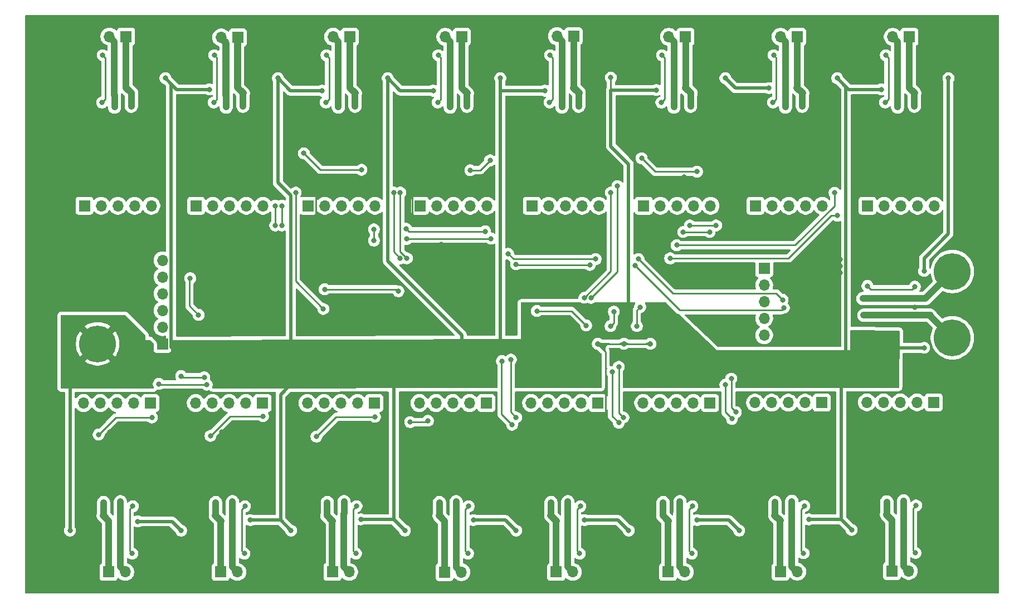
<source format=gbr>
%TF.GenerationSoftware,KiCad,Pcbnew,9.0.0*%
%TF.CreationDate,2025-03-04T09:43:35-08:00*%
%TF.ProjectId,Lattice Solenoid Driver,4c617474-6963-4652-9053-6f6c656e6f69,rev?*%
%TF.SameCoordinates,Original*%
%TF.FileFunction,Copper,L2,Bot*%
%TF.FilePolarity,Positive*%
%FSLAX46Y46*%
G04 Gerber Fmt 4.6, Leading zero omitted, Abs format (unit mm)*
G04 Created by KiCad (PCBNEW 9.0.0) date 2025-03-04 09:43:35*
%MOMM*%
%LPD*%
G01*
G04 APERTURE LIST*
%TA.AperFunction,ComponentPad*%
%ADD10C,3.600000*%
%TD*%
%TA.AperFunction,ConnectorPad*%
%ADD11C,5.600000*%
%TD*%
%TA.AperFunction,ComponentPad*%
%ADD12R,1.700000X1.700000*%
%TD*%
%TA.AperFunction,ComponentPad*%
%ADD13O,1.700000X1.700000*%
%TD*%
%TA.AperFunction,ViaPad*%
%ADD14C,0.800000*%
%TD*%
%TA.AperFunction,Conductor*%
%ADD15C,0.250000*%
%TD*%
%TA.AperFunction,Conductor*%
%ADD16C,0.750000*%
%TD*%
%TA.AperFunction,Conductor*%
%ADD17C,0.500000*%
%TD*%
%TA.AperFunction,Conductor*%
%ADD18C,1.000000*%
%TD*%
G04 APERTURE END LIST*
D10*
%TO.P,H5,1,1*%
%TO.N,GND*%
X220305000Y-57100000D03*
D11*
X220305000Y-57100000D03*
%TD*%
D12*
%TO.P,J29,1,Pin_1*%
%TO.N,/H Bridge11/SOL-*%
X156990000Y-137800000D03*
D13*
%TO.P,J29,2,Pin_2*%
%TO.N,/H Bridge11/SOL+*%
X159530000Y-137800000D03*
%TD*%
D10*
%TO.P,H4,1,1*%
%TO.N,/Load Motor H Bridge/SOL-*%
X217205000Y-102200000D03*
D11*
X217205000Y-102200000D03*
%TD*%
D12*
%TO.P,J10,1,Pin_1*%
%TO.N,Net-(J10-Pin_1)*%
X187270001Y-82100000D03*
D13*
%TO.P,J10,2,Pin_2*%
%TO.N,Net-(J10-Pin_2)*%
X189810001Y-82100000D03*
%TO.P,J10,3,Pin_3*%
%TO.N,Net-(J10-Pin_3)*%
X192350001Y-82100000D03*
%TO.P,J10,4,Pin_4*%
%TO.N,Net-(J10-Pin_4)*%
X194890001Y-82100000D03*
%TO.P,J10,5,Pin_5*%
%TO.N,Net-(J10-Pin_5)*%
X197430001Y-82100000D03*
%TD*%
D12*
%TO.P,J27,1,Pin_1*%
%TO.N,/H Bridge9/SOL-*%
X191100000Y-137750000D03*
D13*
%TO.P,J27,2,Pin_2*%
%TO.N,/H Bridge9/SOL+*%
X193640000Y-137750000D03*
%TD*%
D12*
%TO.P,J4,1,Pin_1*%
%TO.N,Net-(J4-Pin_1)*%
X102270001Y-82100000D03*
D13*
%TO.P,J4,2,Pin_2*%
%TO.N,Net-(J4-Pin_2)*%
X104810001Y-82100000D03*
%TO.P,J4,3,Pin_3*%
%TO.N,Net-(J4-Pin_3)*%
X107350001Y-82100000D03*
%TO.P,J4,4,Pin_4*%
%TO.N,Net-(J4-Pin_4)*%
X109890001Y-82100000D03*
%TO.P,J4,5,Pin_5*%
%TO.N,Net-(J4-Pin_5)*%
X112430001Y-82100000D03*
%TD*%
D12*
%TO.P,J8,1,Pin_1*%
%TO.N,Net-(J8-Pin_1)*%
X153305001Y-82100000D03*
D13*
%TO.P,J8,2,Pin_2*%
%TO.N,Net-(J8-Pin_2)*%
X155845001Y-82100000D03*
%TO.P,J8,3,Pin_3*%
%TO.N,Net-(J8-Pin_3)*%
X158385001Y-82100000D03*
%TO.P,J8,4,Pin_4*%
%TO.N,Net-(J8-Pin_4)*%
X160925001Y-82100000D03*
%TO.P,J8,5,Pin_5*%
%TO.N,Net-(J8-Pin_5)*%
X163465001Y-82100000D03*
%TD*%
D10*
%TO.P,H7,1,1*%
%TO.N,GND*%
X80305000Y-137100000D03*
D11*
X80305000Y-137100000D03*
%TD*%
D10*
%TO.P,H6,1,1*%
%TO.N,GND*%
X220305000Y-137100000D03*
D11*
X220305000Y-137100000D03*
%TD*%
D12*
%TO.P,J19,1,Pin_1*%
%TO.N,Net-(J19-Pin_1)*%
X95339998Y-112100000D03*
D13*
%TO.P,J19,2,Pin_2*%
%TO.N,Net-(J19-Pin_2)*%
X92799998Y-112100000D03*
%TO.P,J19,3,Pin_3*%
%TO.N,Net-(J19-Pin_3)*%
X90259998Y-112100000D03*
%TO.P,J19,4,Pin_4*%
%TO.N,Net-(J19-Pin_4)*%
X87719998Y-112100000D03*
%TO.P,J19,5,Pin_5*%
%TO.N,Net-(J19-Pin_5)*%
X85179998Y-112100000D03*
%TD*%
D12*
%TO.P,J20,1,Pin_1*%
%TO.N,/H Bridge2/SOL-*%
X125630000Y-56385913D03*
D13*
%TO.P,J20,2,Pin_2*%
%TO.N,/H Bridge2/SOL+*%
X123090000Y-56385913D03*
%TD*%
D12*
%TO.P,J14,1,Pin_1*%
%TO.N,Net-(J14-Pin_1)*%
X180374998Y-112100000D03*
D13*
%TO.P,J14,2,Pin_2*%
%TO.N,Net-(J14-Pin_2)*%
X177834998Y-112100000D03*
%TO.P,J14,3,Pin_3*%
%TO.N,Net-(J14-Pin_3)*%
X175294998Y-112100000D03*
%TO.P,J14,4,Pin_4*%
%TO.N,Net-(J14-Pin_4)*%
X172754998Y-112100000D03*
%TO.P,J14,5,Pin_5*%
%TO.N,Net-(J14-Pin_5)*%
X170214998Y-112100000D03*
%TD*%
D12*
%TO.P,J21,1,Pin_1*%
%TO.N,/H Bridge3/SOL-*%
X142680000Y-56400000D03*
D13*
%TO.P,J21,2,Pin_2*%
%TO.N,/H Bridge3/SOL+*%
X140140000Y-56400000D03*
%TD*%
D12*
%TO.P,J25,1,Pin_1*%
%TO.N,/H Bridge7/SOL-*%
X210680000Y-56400000D03*
D13*
%TO.P,J25,2,Pin_2*%
%TO.N,/H Bridge7/SOL+*%
X208140000Y-56400000D03*
%TD*%
D12*
%TO.P,J30,1,Pin_1*%
%TO.N,/H Bridge12/SOL-*%
X140051508Y-137819491D03*
D13*
%TO.P,J30,2,Pin_2*%
%TO.N,/H Bridge12/SOL+*%
X142591508Y-137819491D03*
%TD*%
D12*
%TO.P,J12,1,Pin_1*%
%TO.N,Net-(J12-Pin_1)*%
X214374998Y-111992000D03*
D13*
%TO.P,J12,2,Pin_2*%
%TO.N,Net-(J12-Pin_2)*%
X211834998Y-111992000D03*
%TO.P,J12,3,Pin_3*%
%TO.N,Net-(J12-Pin_3)*%
X209294998Y-111992000D03*
%TO.P,J12,4,Pin_4*%
%TO.N,Net-(J12-Pin_4)*%
X206754998Y-111992000D03*
%TO.P,J12,5,Pin_5*%
%TO.N,Net-(J12-Pin_5)*%
X204214998Y-111992000D03*
%TD*%
D12*
%TO.P,J26,1,Pin_1*%
%TO.N,/H Bridge8/SOL-*%
X208025000Y-137650000D03*
D13*
%TO.P,J26,2,Pin_2*%
%TO.N,/H Bridge8/SOL+*%
X210565000Y-137650000D03*
%TD*%
D12*
%TO.P,J11,1,Pin_1*%
%TO.N,Net-(J11-Pin_1)*%
X204305001Y-82100000D03*
D13*
%TO.P,J11,2,Pin_2*%
%TO.N,Net-(J11-Pin_2)*%
X206845001Y-82100000D03*
%TO.P,J11,3,Pin_3*%
%TO.N,Net-(J11-Pin_3)*%
X209385001Y-82100000D03*
%TO.P,J11,4,Pin_4*%
%TO.N,Net-(J11-Pin_4)*%
X211925001Y-82100000D03*
%TO.P,J11,5,Pin_5*%
%TO.N,Net-(J11-Pin_5)*%
X214465001Y-82100000D03*
%TD*%
D12*
%TO.P,J2,1,Pin_1*%
%TO.N,/H Bridge/SOL-*%
X91630001Y-56358000D03*
D13*
%TO.P,J2,2,Pin_2*%
%TO.N,/H Bridge/SOL+*%
X89090001Y-56358000D03*
%TD*%
D12*
%TO.P,J34,1,Pin_1*%
%TO.N,Net-(J34-Pin_1)*%
X188605000Y-91625002D03*
D13*
%TO.P,J34,2,Pin_2*%
%TO.N,Net-(J34-Pin_2)*%
X188605000Y-94165002D03*
%TO.P,J34,3,Pin_3*%
%TO.N,Net-(J34-Pin_3)*%
X188605000Y-96705002D03*
%TO.P,J34,4,Pin_4*%
%TO.N,Net-(J34-Pin_4)*%
X188605000Y-99245002D03*
%TO.P,J34,5,Pin_5*%
%TO.N,Net-(J34-Pin_5)*%
X188605000Y-101785002D03*
%TD*%
D12*
%TO.P,J7,1,Pin_1*%
%TO.N,Net-(J7-Pin_1)*%
X136305001Y-82100000D03*
D13*
%TO.P,J7,2,Pin_2*%
%TO.N,Net-(J7-Pin_2)*%
X138845001Y-82100000D03*
%TO.P,J7,3,Pin_3*%
%TO.N,Net-(J7-Pin_3)*%
X141385001Y-82100000D03*
%TO.P,J7,4,Pin_4*%
%TO.N,Net-(J7-Pin_4)*%
X143925001Y-82100000D03*
%TO.P,J7,5,Pin_5*%
%TO.N,Net-(J7-Pin_5)*%
X146465001Y-82100000D03*
%TD*%
D12*
%TO.P,J5,1,Pin_1*%
%TO.N,/H Bridge1/SOL-*%
X108620000Y-56500000D03*
D13*
%TO.P,J5,2,Pin_2*%
%TO.N,/H Bridge1/SOL+*%
X106080000Y-56500000D03*
%TD*%
D12*
%TO.P,J3,1,Pin_1*%
%TO.N,Net-(J3-Pin_1)*%
X85305001Y-82100000D03*
D13*
%TO.P,J3,2,Pin_2*%
%TO.N,Net-(J3-Pin_2)*%
X87845001Y-82100000D03*
%TO.P,J3,3,Pin_3*%
%TO.N,Net-(J3-Pin_3)*%
X90385001Y-82100000D03*
%TO.P,J3,4,Pin_4*%
%TO.N,Net-(J3-Pin_4)*%
X92925001Y-82100000D03*
%TO.P,J3,5,Pin_5*%
%TO.N,Net-(J3-Pin_5)*%
X95465001Y-82100000D03*
%TD*%
D10*
%TO.P,H2,1,1*%
%TO.N,GND*%
X87305000Y-91100000D03*
D11*
X87305000Y-91100000D03*
%TD*%
D12*
%TO.P,J13,1,Pin_1*%
%TO.N,Net-(J13-Pin_1)*%
X197374998Y-112050000D03*
D13*
%TO.P,J13,2,Pin_2*%
%TO.N,Net-(J13-Pin_2)*%
X194834998Y-112050000D03*
%TO.P,J13,3,Pin_3*%
%TO.N,Net-(J13-Pin_3)*%
X192294998Y-112050000D03*
%TO.P,J13,4,Pin_4*%
%TO.N,Net-(J13-Pin_4)*%
X189754998Y-112050000D03*
%TO.P,J13,5,Pin_5*%
%TO.N,Net-(J13-Pin_5)*%
X187214998Y-112050000D03*
%TD*%
D12*
%TO.P,J24,1,Pin_1*%
%TO.N,/H Bridge6/SOL-*%
X193620000Y-56400000D03*
D13*
%TO.P,J24,2,Pin_2*%
%TO.N,/H Bridge6/SOL+*%
X191080000Y-56400000D03*
%TD*%
D10*
%TO.P,H3,1,1*%
%TO.N,/Load Motor H Bridge/SOL+*%
X217205000Y-92100000D03*
D11*
X217205000Y-92100000D03*
%TD*%
D12*
%TO.P,J9,1,Pin_1*%
%TO.N,Net-(J9-Pin_1)*%
X170305001Y-82100000D03*
D13*
%TO.P,J9,2,Pin_2*%
%TO.N,Net-(J9-Pin_2)*%
X172845001Y-82100000D03*
%TO.P,J9,3,Pin_3*%
%TO.N,Net-(J9-Pin_3)*%
X175385001Y-82100000D03*
%TO.P,J9,4,Pin_4*%
%TO.N,Net-(J9-Pin_4)*%
X177925001Y-82100000D03*
%TO.P,J9,5,Pin_5*%
%TO.N,Net-(J9-Pin_5)*%
X180465001Y-82100000D03*
%TD*%
D12*
%TO.P,J16,1,Pin_1*%
%TO.N,Net-(J16-Pin_1)*%
X146374998Y-112100000D03*
D13*
%TO.P,J16,2,Pin_2*%
%TO.N,Net-(J16-Pin_2)*%
X143834998Y-112100000D03*
%TO.P,J16,3,Pin_3*%
%TO.N,Net-(J16-Pin_3)*%
X141294998Y-112100000D03*
%TO.P,J16,4,Pin_4*%
%TO.N,Net-(J16-Pin_4)*%
X138754998Y-112100000D03*
%TO.P,J16,5,Pin_5*%
%TO.N,Net-(J16-Pin_5)*%
X136214998Y-112100000D03*
%TD*%
D10*
%TO.P,H1,1,1*%
%TO.N,30V*%
X87305000Y-103100000D03*
D11*
X87305000Y-103100000D03*
%TD*%
D12*
%TO.P,J18,1,Pin_1*%
%TO.N,Net-(J18-Pin_1)*%
X112374998Y-112100000D03*
D13*
%TO.P,J18,2,Pin_2*%
%TO.N,Net-(J18-Pin_2)*%
X109834998Y-112100000D03*
%TO.P,J18,3,Pin_3*%
%TO.N,Net-(J18-Pin_3)*%
X107294998Y-112100000D03*
%TO.P,J18,4,Pin_4*%
%TO.N,Net-(J18-Pin_4)*%
X104754998Y-112100000D03*
%TO.P,J18,5,Pin_5*%
%TO.N,Net-(J18-Pin_5)*%
X102214998Y-112100000D03*
%TD*%
D12*
%TO.P,J33,1,Pin_1*%
%TO.N,/H Bridge15/SOL-*%
X88965000Y-137800000D03*
D13*
%TO.P,J33,2,Pin_2*%
%TO.N,/H Bridge15/SOL+*%
X91505000Y-137800000D03*
%TD*%
D12*
%TO.P,J6,1,Pin_1*%
%TO.N,Net-(J6-Pin_1)*%
X119305001Y-82100000D03*
D13*
%TO.P,J6,2,Pin_2*%
%TO.N,Net-(J6-Pin_2)*%
X121845001Y-82100000D03*
%TO.P,J6,3,Pin_3*%
%TO.N,Net-(J6-Pin_3)*%
X124385001Y-82100000D03*
%TO.P,J6,4,Pin_4*%
%TO.N,Net-(J6-Pin_4)*%
X126925001Y-82100000D03*
%TO.P,J6,5,Pin_5*%
%TO.N,Net-(J6-Pin_5)*%
X129465001Y-82100000D03*
%TD*%
D12*
%TO.P,J23,1,Pin_1*%
%TO.N,/H Bridge5/SOL-*%
X176655000Y-56400000D03*
D13*
%TO.P,J23,2,Pin_2*%
%TO.N,/H Bridge5/SOL+*%
X174115000Y-56400000D03*
%TD*%
D12*
%TO.P,J32,1,Pin_1*%
%TO.N,/H Bridge14/SOL-*%
X106000000Y-137800000D03*
D13*
%TO.P,J32,2,Pin_2*%
%TO.N,/H Bridge14/SOL+*%
X108540000Y-137800000D03*
%TD*%
D10*
%TO.P,H8,1,1*%
%TO.N,GND*%
X80305000Y-57100000D03*
D11*
X80305000Y-57100000D03*
%TD*%
D12*
%TO.P,J15,1,Pin_1*%
%TO.N,Net-(J15-Pin_1)*%
X163339998Y-112100000D03*
D13*
%TO.P,J15,2,Pin_2*%
%TO.N,Net-(J15-Pin_2)*%
X160799998Y-112100000D03*
%TO.P,J15,3,Pin_3*%
%TO.N,Net-(J15-Pin_3)*%
X158259998Y-112100000D03*
%TO.P,J15,4,Pin_4*%
%TO.N,Net-(J15-Pin_4)*%
X155719998Y-112100000D03*
%TO.P,J15,5,Pin_5*%
%TO.N,Net-(J15-Pin_5)*%
X153179998Y-112100000D03*
%TD*%
D12*
%TO.P,J22,1,Pin_1*%
%TO.N,/H Bridge4/SOL-*%
X159642500Y-56299326D03*
D13*
%TO.P,J22,2,Pin_2*%
%TO.N,/H Bridge4/SOL+*%
X157102500Y-56299326D03*
%TD*%
D12*
%TO.P,J28,1,Pin_1*%
%TO.N,/H Bridge10/SOL-*%
X174000000Y-137800000D03*
D13*
%TO.P,J28,2,Pin_2*%
%TO.N,/H Bridge10/SOL+*%
X176540000Y-137800000D03*
%TD*%
D12*
%TO.P,J31,1,Pin_1*%
%TO.N,/H Bridge13/SOL-*%
X122990000Y-137800000D03*
D13*
%TO.P,J31,2,Pin_2*%
%TO.N,/H Bridge13/SOL+*%
X125530000Y-137800000D03*
%TD*%
D12*
%TO.P,J1,1,Pin_1*%
%TO.N,GND*%
X97155000Y-103100000D03*
D13*
%TO.P,J1,2,Pin_2*%
%TO.N,VDD*%
X97155000Y-100560000D03*
%TO.P,J1,3,Pin_3*%
%TO.N,SDA*%
X97155000Y-98020000D03*
%TO.P,J1,4,Pin_4*%
%TO.N,SCL*%
X97155000Y-95480000D03*
%TO.P,J1,5,Pin_5*%
%TO.N,LOAD EN*%
X97155000Y-92940000D03*
%TO.P,J1,6,Pin_6*%
%TO.N,LOAD PH*%
X97155000Y-90400000D03*
%TD*%
D12*
%TO.P,J17,1,Pin_1*%
%TO.N,Net-(J17-Pin_1)*%
X129339998Y-112100000D03*
D13*
%TO.P,J17,2,Pin_2*%
%TO.N,Net-(J17-Pin_2)*%
X126799998Y-112100000D03*
%TO.P,J17,3,Pin_3*%
%TO.N,Net-(J17-Pin_3)*%
X124259998Y-112100000D03*
%TO.P,J17,4,Pin_4*%
%TO.N,Net-(J17-Pin_4)*%
X121719998Y-112100000D03*
%TO.P,J17,5,Pin_5*%
%TO.N,Net-(J17-Pin_5)*%
X119179998Y-112100000D03*
%TD*%
D14*
%TO.N,GND*%
X135980000Y-71442000D03*
X147700000Y-122758000D03*
X95280000Y-72342000D03*
X212280000Y-59400000D03*
X146700000Y-122758000D03*
X136980000Y-71442000D03*
X187945000Y-72342000D03*
X86265000Y-134800000D03*
X199263000Y-92300000D03*
X131305000Y-96100000D03*
X101945000Y-72342000D03*
X187400000Y-121808000D03*
X87365000Y-134800000D03*
X215700000Y-123550000D03*
X214680000Y-59400000D03*
X198363000Y-91300000D03*
X203500000Y-121950000D03*
X136400000Y-121858000D03*
X145700000Y-121858000D03*
X186945000Y-71442000D03*
X180700000Y-123658000D03*
X167305000Y-103100000D03*
X144280000Y-59400000D03*
X211555000Y-101800000D03*
X178280000Y-59400000D03*
X170980000Y-71442000D03*
X186945000Y-70542000D03*
X163280000Y-72342000D03*
X102945000Y-72342000D03*
X211530000Y-97500000D03*
X135980000Y-72342000D03*
X117980000Y-71442000D03*
X213700000Y-121750000D03*
X163305000Y-103100000D03*
X169980000Y-70542000D03*
X185945000Y-70542000D03*
X196700000Y-123608000D03*
X196445000Y-71742000D03*
X204980000Y-70542000D03*
X170980000Y-72342000D03*
X111255101Y-59381600D03*
X118965000Y-134800000D03*
X205200000Y-122350000D03*
X108445000Y-77700000D03*
X172400000Y-134800000D03*
X101345000Y-76100000D03*
X180280000Y-72342000D03*
X136051508Y-134819491D03*
X171305000Y-103100000D03*
X164665000Y-121858000D03*
X110305000Y-96100000D03*
X147700000Y-123658000D03*
X120165000Y-122458000D03*
X96665000Y-122758000D03*
X215300000Y-117992000D03*
X129665000Y-121858000D03*
X152380000Y-76100000D03*
X214700000Y-121750000D03*
X198145000Y-72142000D03*
X154165000Y-122458000D03*
X164665000Y-122758000D03*
X211880000Y-105375000D03*
X186945000Y-72342000D03*
X104400000Y-134800000D03*
X168980000Y-70542000D03*
X112700000Y-121858000D03*
X101945000Y-71442000D03*
X152980000Y-70542000D03*
X152980000Y-71442000D03*
X169980000Y-71442000D03*
X85980000Y-70542000D03*
X151980000Y-70542000D03*
X186345000Y-76100000D03*
X202980000Y-70542000D03*
X113300000Y-118100000D03*
X119980000Y-70542000D03*
X130665000Y-123658000D03*
X210480000Y-77700000D03*
X100945000Y-71442000D03*
X135980000Y-70542000D03*
X179700000Y-122758000D03*
X162665000Y-121858000D03*
X94480000Y-71742000D03*
X162480000Y-71742000D03*
X197700000Y-123608000D03*
X111700000Y-123658000D03*
X119980000Y-71442000D03*
X140200000Y-116500000D03*
X195245000Y-59400000D03*
X181180000Y-72142000D03*
X196700000Y-122708000D03*
X189400000Y-134750000D03*
X174200000Y-116500000D03*
X198363000Y-90300000D03*
X188300000Y-134750000D03*
X118980000Y-72342000D03*
X119365000Y-121858000D03*
X102945000Y-71442000D03*
X185945000Y-71442000D03*
X197645000Y-59400000D03*
X100945000Y-70542000D03*
X147300000Y-118100000D03*
X198700000Y-121808000D03*
X181700000Y-121858000D03*
X91755000Y-77600000D03*
X136980000Y-72342000D03*
X84465000Y-122058000D03*
X145380000Y-59400000D03*
X139555000Y-88000000D03*
X157165000Y-116500000D03*
X200163000Y-90300000D03*
X171200000Y-122458000D03*
X213700000Y-123550000D03*
X125480000Y-77700000D03*
X168980000Y-71442000D03*
X96665000Y-121858000D03*
X179700000Y-121858000D03*
X164180000Y-72142000D03*
X204000000Y-134650000D03*
X180700000Y-122758000D03*
X200163000Y-91300000D03*
X103300000Y-134800000D03*
X208200000Y-116392000D03*
X179380000Y-59400000D03*
X103200000Y-122458000D03*
X134980000Y-72342000D03*
X130265000Y-118100000D03*
X111700000Y-121858000D03*
X129665000Y-123658000D03*
X130665000Y-121858000D03*
X134980000Y-70542000D03*
X169500000Y-122058000D03*
X199263000Y-91300000D03*
X119980000Y-72342000D03*
X203980000Y-71442000D03*
X198300000Y-118050000D03*
X152965000Y-134800000D03*
X85980000Y-71442000D03*
X153980000Y-70542000D03*
X211555000Y-100400000D03*
X196700000Y-121808000D03*
X176480000Y-77700000D03*
X129605000Y-59435913D03*
X164665000Y-123658000D03*
X198963000Y-100800000D03*
X168980000Y-72342000D03*
X94280000Y-59400000D03*
X203980000Y-70542000D03*
X205300000Y-134650000D03*
X118380000Y-76100000D03*
X203155000Y-88700000D03*
X94665000Y-123658000D03*
X138451508Y-134819491D03*
X113700000Y-122758000D03*
X197245000Y-72342000D03*
X162665000Y-122758000D03*
X181300000Y-118100000D03*
X204980000Y-71442000D03*
X213700000Y-122650000D03*
X144741549Y-97538451D03*
X190216257Y-117349357D03*
X146700000Y-121858000D03*
X197700000Y-121808000D03*
X213380000Y-59400000D03*
X96665000Y-123658000D03*
X164265000Y-118100000D03*
X210530000Y-105325000D03*
X101500000Y-122058000D03*
X95665000Y-123658000D03*
X187945000Y-70542000D03*
X134980000Y-71442000D03*
X129665000Y-122758000D03*
X146280000Y-72342000D03*
X214700000Y-122650000D03*
X84980000Y-70542000D03*
X118980000Y-70542000D03*
X197700000Y-122708000D03*
X215700000Y-121750000D03*
X193002469Y-97825000D03*
X117980000Y-70542000D03*
X170400000Y-121858000D03*
X214700000Y-123550000D03*
X198563000Y-102500000D03*
X206400000Y-134650000D03*
X135380000Y-76100000D03*
X163665000Y-123658000D03*
X196345000Y-59400000D03*
X179480000Y-71742000D03*
X169380000Y-76100000D03*
X85980000Y-72342000D03*
X95665000Y-122758000D03*
X198363000Y-101600000D03*
X169980000Y-72342000D03*
X198700000Y-122708000D03*
X159480000Y-77700000D03*
X112700000Y-122758000D03*
X202980000Y-71442000D03*
X204400000Y-121750000D03*
X170000000Y-134800000D03*
X154265000Y-134800000D03*
X145700000Y-122758000D03*
X204980000Y-72342000D03*
X202980000Y-72342000D03*
X110155101Y-59381600D03*
X181700000Y-123658000D03*
X215700000Y-122650000D03*
X83980000Y-71442000D03*
X114305000Y-95100000D03*
X95580000Y-59400000D03*
X163665000Y-121858000D03*
X128665000Y-121858000D03*
X187000000Y-134750000D03*
X153980000Y-71442000D03*
X162367500Y-59424326D03*
X121705000Y-96300000D03*
X112700000Y-123658000D03*
X128665000Y-122758000D03*
X137351508Y-134819491D03*
X89165000Y-116500000D03*
X149905000Y-98800000D03*
X96180000Y-72142000D03*
X112245000Y-72342000D03*
X137200000Y-122458000D03*
X163665000Y-122758000D03*
X153365000Y-121858000D03*
X145700000Y-123658000D03*
X147700000Y-121858000D03*
X151980000Y-71442000D03*
X93180000Y-59400000D03*
X203980000Y-72342000D03*
X146700000Y-123658000D03*
X187945000Y-71442000D03*
X101945000Y-70542000D03*
X215180000Y-72142000D03*
X130180000Y-72142000D03*
X155365000Y-134800000D03*
X117980000Y-72342000D03*
X113700000Y-121858000D03*
X111700000Y-122758000D03*
X198700000Y-123608000D03*
X102945000Y-70542000D03*
X181700000Y-122758000D03*
X85365000Y-121858000D03*
X214280000Y-72342000D03*
X198363000Y-92300000D03*
X185945000Y-72342000D03*
X118465000Y-122058000D03*
X180700000Y-121858000D03*
X163667500Y-59424326D03*
X128305000Y-59435913D03*
X102400000Y-121858000D03*
X95665000Y-121858000D03*
X136655000Y-84900000D03*
X118980000Y-71442000D03*
X111445000Y-71742000D03*
X170980000Y-70542000D03*
X153980000Y-72342000D03*
X186500000Y-122008000D03*
X188200000Y-122408000D03*
X180680000Y-59400000D03*
X130665000Y-122758000D03*
X94665000Y-122758000D03*
X203380000Y-76100000D03*
X106200000Y-116500000D03*
X135500000Y-122058000D03*
X171300000Y-134800000D03*
X83980000Y-70542000D03*
X84980000Y-72342000D03*
X100945000Y-72342000D03*
X127205000Y-59435913D03*
X123165000Y-116500000D03*
X213480000Y-71742000D03*
X86165000Y-122458000D03*
X199263000Y-90300000D03*
X179700000Y-123658000D03*
X96265000Y-118100000D03*
X113145000Y-72142000D03*
X84380000Y-76100000D03*
X146680000Y-59400000D03*
X161267500Y-59424326D03*
X128480000Y-71742000D03*
X84965000Y-134800000D03*
X94665000Y-121858000D03*
X112555101Y-59381600D03*
X129280000Y-72342000D03*
X120265000Y-134800000D03*
X145480000Y-71742000D03*
X84980000Y-71442000D03*
X104305000Y-97100000D03*
X152980000Y-72342000D03*
X151980000Y-72342000D03*
X121365000Y-134800000D03*
X142480000Y-77700000D03*
X136980000Y-70542000D03*
X152465000Y-122058000D03*
X194605000Y-90700000D03*
X200163000Y-92300000D03*
X162665000Y-123658000D03*
X147180000Y-72142000D03*
X193445000Y-77700000D03*
X128665000Y-123658000D03*
X83980000Y-72342000D03*
X102000000Y-134800000D03*
X113700000Y-123658000D03*
%TO.N,VDD*%
X117405000Y-80100000D03*
X169255000Y-100400000D03*
X121605000Y-97800000D03*
X87455000Y-116900000D03*
X112455000Y-114100000D03*
X146955000Y-75200000D03*
X178405000Y-76925000D03*
X118655000Y-74125000D03*
X129455000Y-114200000D03*
X169980000Y-74875000D03*
X169755000Y-97500000D03*
X127405000Y-76625000D03*
X154055000Y-98100000D03*
X120555000Y-117200000D03*
X95555000Y-114300000D03*
X165755000Y-98200000D03*
X104455000Y-117100000D03*
X165255000Y-100400000D03*
X143955000Y-76700000D03*
X161555000Y-100300000D03*
%TO.N,SDA*%
X102655000Y-98700000D03*
X133005000Y-95100000D03*
X101385851Y-93130851D03*
X121805000Y-94800000D03*
%TO.N,Net-(U3-VCP)*%
X88080000Y-59200000D03*
X87980000Y-66400000D03*
%TO.N,PH2*%
X115305000Y-82100000D03*
X115317653Y-85087347D03*
%TO.N,EN2*%
X114305000Y-85100000D03*
X114305000Y-82100000D03*
%TO.N,PH3*%
X133305000Y-80100000D03*
X134317653Y-90087347D03*
%TO.N,EN3*%
X132305000Y-80100000D03*
X133305000Y-90100000D03*
%TO.N,PH5*%
X166305000Y-79100000D03*
X162305000Y-96100000D03*
%TO.N,EN5*%
X161292347Y-96087347D03*
X165305000Y-80100000D03*
%TO.N,PH7*%
X199755000Y-83600000D03*
X174305000Y-90100000D03*
%TO.N,EN7*%
X175305000Y-88100000D03*
X199292347Y-80112653D03*
%TO.N,PH8*%
X176305000Y-86100000D03*
X180305000Y-86100000D03*
%TO.N,EN8*%
X181305000Y-85100000D03*
X177305000Y-85100000D03*
%TO.N,PH10*%
X182705000Y-109300000D03*
X183705000Y-114500000D03*
%TO.N,EN10*%
X184305000Y-113500000D03*
X183605000Y-108400000D03*
%TO.N,PH11*%
X165505000Y-107400000D03*
X166505000Y-115100000D03*
%TO.N,EN11*%
X166505000Y-106600000D03*
X167205000Y-114300000D03*
%TO.N,PH12*%
X150305000Y-115400000D03*
X148748397Y-105723701D03*
%TO.N,EN12*%
X150105000Y-105500000D03*
X150905000Y-114300000D03*
%TO.N,EN13*%
X137505000Y-114800000D03*
X134805000Y-115000000D03*
%TO.N,PH16*%
X100005000Y-108000000D03*
X103505000Y-108200000D03*
%TO.N,EN16*%
X103905000Y-109300000D03*
X96605000Y-109200000D03*
%TO.N,30V*%
X202305000Y-103200000D03*
X134005000Y-131500000D03*
X184805000Y-131500000D03*
X161305000Y-129900000D03*
X199705000Y-62700000D03*
X148505000Y-62700000D03*
X206305000Y-101600000D03*
X203805000Y-102300000D03*
X201905000Y-131400000D03*
X216605000Y-62700000D03*
X172205000Y-64500000D03*
X203305000Y-104100000D03*
X189305000Y-64200000D03*
X182705000Y-62700000D03*
X104305000Y-64400000D03*
X121405000Y-64600000D03*
X212905000Y-92000000D03*
X150905000Y-131500000D03*
X206305000Y-104100000D03*
X144405000Y-129900000D03*
X116705000Y-131500000D03*
X206405000Y-64400000D03*
X205805000Y-102400000D03*
X93405000Y-130100000D03*
X205305000Y-104100000D03*
X212905000Y-103700000D03*
X206305000Y-103200000D03*
X195405000Y-129800000D03*
X155305000Y-64600000D03*
X100005000Y-131500000D03*
X203305000Y-103200000D03*
X205305000Y-101600000D03*
X207305000Y-104100000D03*
X204305000Y-103200000D03*
X127305000Y-129800000D03*
X205305000Y-103200000D03*
X178405000Y-129900000D03*
X83105000Y-131500000D03*
X206805000Y-102400000D03*
X97605000Y-62700000D03*
X207305000Y-103200000D03*
X202305000Y-104100000D03*
X204305000Y-104100000D03*
X138305000Y-64600000D03*
X165305000Y-62600000D03*
X131405000Y-62700000D03*
X110505000Y-129900000D03*
X204305000Y-101600000D03*
X168005000Y-131500000D03*
X204805000Y-102300000D03*
X114705000Y-62700000D03*
%TO.N,Net-(U4-VCP)*%
X104945000Y-66400000D03*
X105045000Y-59200000D03*
%TO.N,/H Bridge/SOL-*%
X92430001Y-66958000D03*
X92430001Y-65958000D03*
X92430001Y-64958000D03*
%TO.N,/H Bridge/SOL+*%
X89880000Y-67100000D03*
X89880000Y-65300000D03*
X89880000Y-66200000D03*
%TO.N,/H Bridge1/SOL-*%
X109395001Y-65958000D03*
X109395001Y-64958000D03*
X109395001Y-66958000D03*
%TO.N,/H Bridge1/SOL+*%
X106845000Y-66200000D03*
X106845000Y-67100000D03*
X106845000Y-65300000D03*
%TO.N,Net-(U5-VCP)*%
X122080000Y-59200000D03*
X121980000Y-66400000D03*
%TO.N,Net-(U6-VCP)*%
X139080000Y-59200000D03*
X138980000Y-66400000D03*
%TO.N,Net-(U7-VCP)*%
X156080000Y-59200000D03*
X155980000Y-66400000D03*
%TO.N,Net-(U8-VCP)*%
X172980000Y-66400000D03*
X173080000Y-59200000D03*
%TO.N,Net-(U9-VCP)*%
X190045000Y-59200000D03*
X189945000Y-66400000D03*
%TO.N,Net-(U10-VCP)*%
X206980000Y-66400000D03*
X207080000Y-59200000D03*
%TO.N,Net-(U11-VCP)*%
X211700000Y-127692000D03*
X211600000Y-134892000D03*
%TO.N,Net-(U12-VCP)*%
X194700000Y-127750000D03*
X194600000Y-134950000D03*
%TO.N,Net-(U13-VCP)*%
X177700000Y-127800000D03*
X177600000Y-135000000D03*
%TO.N,Net-(U14-VCP)*%
X160665000Y-127800000D03*
X160565000Y-135000000D03*
%TO.N,Net-(U15-VCP)*%
X143600000Y-135000000D03*
X143700000Y-127800000D03*
%TO.N,Net-(U16-VCP)*%
X126565000Y-135000000D03*
X126665000Y-127800000D03*
%TO.N,Net-(U17-VCP)*%
X109700000Y-127800000D03*
X109600000Y-135000000D03*
%TO.N,Net-(U18-VCP)*%
X92565000Y-135000000D03*
X92665000Y-127800000D03*
%TO.N,/H Bridge2/SOL-*%
X126430001Y-66958000D03*
X126430001Y-64958000D03*
X126430001Y-65958000D03*
%TO.N,/H Bridge2/SOL+*%
X123880000Y-65300000D03*
X123880000Y-67100000D03*
X123880000Y-66200000D03*
%TO.N,/H Bridge3/SOL-*%
X143430001Y-65958000D03*
X143430001Y-64958000D03*
X143430001Y-66958000D03*
%TO.N,/H Bridge3/SOL+*%
X140880000Y-67100000D03*
X140880000Y-65300000D03*
X140880000Y-66200000D03*
%TO.N,/H Bridge4/SOL-*%
X160430001Y-65958000D03*
X160430001Y-64958000D03*
X160430001Y-66958000D03*
%TO.N,/H Bridge4/SOL+*%
X157880000Y-67100000D03*
X157880000Y-66200000D03*
X157880000Y-65300000D03*
%TO.N,/H Bridge5/SOL-*%
X177430001Y-64958000D03*
X177430001Y-66958000D03*
X177430001Y-65958000D03*
%TO.N,/H Bridge5/SOL+*%
X174880000Y-67100000D03*
X174880000Y-66200000D03*
X174880000Y-65300000D03*
%TO.N,/H Bridge6/SOL-*%
X194395001Y-66958000D03*
X194395001Y-65958000D03*
X194395001Y-64958000D03*
%TO.N,/H Bridge6/SOL+*%
X191845000Y-66200000D03*
X191845000Y-67100000D03*
X191845000Y-65300000D03*
%TO.N,/H Bridge7/SOL-*%
X211430001Y-66958000D03*
X211430001Y-64958000D03*
X211430001Y-65958000D03*
%TO.N,/H Bridge7/SOL+*%
X208880000Y-67100000D03*
X208880000Y-65300000D03*
X208880000Y-66200000D03*
%TO.N,/H Bridge8/SOL-*%
X207249999Y-129134000D03*
X207249999Y-128134000D03*
X207249999Y-127134000D03*
%TO.N,/H Bridge8/SOL+*%
X209800000Y-128792000D03*
X209800000Y-126992000D03*
X209800000Y-127892000D03*
%TO.N,/H Bridge9/SOL-*%
X190249999Y-127192000D03*
X190249999Y-128192000D03*
X190249999Y-129192000D03*
%TO.N,/H Bridge9/SOL+*%
X192800000Y-128850000D03*
X192800000Y-127050000D03*
X192800000Y-127950000D03*
%TO.N,/H Bridge10/SOL-*%
X173249999Y-129242000D03*
X173249999Y-127242000D03*
X173249999Y-128242000D03*
%TO.N,/H Bridge10/SOL+*%
X175800000Y-127100000D03*
X175800000Y-128900000D03*
X175800000Y-128000000D03*
%TO.N,/H Bridge11/SOL-*%
X156214999Y-129242000D03*
X156214999Y-127242000D03*
X156214999Y-128242000D03*
%TO.N,/H Bridge11/SOL+*%
X158765000Y-128900000D03*
X158765000Y-128000000D03*
X158765000Y-127100000D03*
%TO.N,/H Bridge12/SOL-*%
X139249999Y-127242000D03*
X139249999Y-128242000D03*
X139249999Y-129242000D03*
%TO.N,/H Bridge12/SOL+*%
X141800000Y-128000000D03*
X141800000Y-128900000D03*
X141800000Y-127100000D03*
%TO.N,/H Bridge13/SOL-*%
X122214999Y-127242000D03*
X122214999Y-128242000D03*
X122214999Y-129242000D03*
%TO.N,/H Bridge13/SOL+*%
X124765000Y-128000000D03*
X124765000Y-127100000D03*
X124765000Y-128900000D03*
%TO.N,/H Bridge14/SOL-*%
X105249999Y-129242000D03*
X105249999Y-128242000D03*
X105249999Y-127242000D03*
%TO.N,/H Bridge14/SOL+*%
X107800000Y-128900000D03*
X107800000Y-128000000D03*
X107800000Y-127100000D03*
%TO.N,/H Bridge15/SOL-*%
X88214999Y-128242000D03*
X88214999Y-129242000D03*
X88214999Y-127242000D03*
%TO.N,/H Bridge15/SOL+*%
X90765000Y-127100000D03*
X90765000Y-128000000D03*
X90765000Y-128900000D03*
%TO.N,Net-(U19-VCP)*%
X211505000Y-94400000D03*
X204305000Y-94300000D03*
%TO.N,/Load Motor H Bridge/SOL+*%
X204505000Y-96200000D03*
X203605000Y-96200000D03*
X205405000Y-96200000D03*
%TO.N,/Load Motor H Bridge/SOL-*%
X205747000Y-98750001D03*
X204705000Y-98700000D03*
X203747000Y-98750001D03*
%TO.N,LOAD EN*%
X163005000Y-90200000D03*
X169505000Y-90200000D03*
X149705000Y-89400000D03*
X147105000Y-87100000D03*
X191405000Y-96400000D03*
X134299052Y-87150000D03*
%TO.N,LOAD PH*%
X191605000Y-97600000D03*
X169005000Y-91200000D03*
X150905000Y-91000000D03*
X134205000Y-85600000D03*
X129305000Y-85700000D03*
X146205000Y-86000000D03*
X162105000Y-91100000D03*
X129305000Y-87400002D03*
%TD*%
D15*
%TO.N,GND*%
X171305000Y-103100000D02*
X167305000Y-103100000D01*
X167305000Y-103100000D02*
X163305000Y-103100000D01*
X136655000Y-84900000D02*
X135130001Y-83375001D01*
X111305000Y-95100000D02*
X110305000Y-96100000D01*
D16*
X97155000Y-103100000D02*
X87305000Y-93250000D01*
D15*
X87305000Y-93250000D02*
X87305000Y-91100000D01*
X120480001Y-78200001D02*
X118380000Y-76100000D01*
X135130001Y-76349999D02*
X135380000Y-76100000D01*
X114305000Y-95100000D02*
X111305000Y-95100000D01*
X163305000Y-103100000D02*
X164514998Y-104309998D01*
X135130001Y-83375001D02*
X135130001Y-76349999D01*
X105305000Y-96100000D02*
X104305000Y-97100000D01*
X144741549Y-93186549D02*
X139555000Y-88000000D01*
X164514998Y-104309998D02*
X164514998Y-117850002D01*
X144741549Y-97538451D02*
X144741549Y-93186549D01*
X120480001Y-95075001D02*
X120480001Y-78200001D01*
X164514998Y-117850002D02*
X164265000Y-118100000D01*
X121705000Y-96300000D02*
X120480001Y-95075001D01*
X110305000Y-96100000D02*
X105305000Y-96100000D01*
%TO.N,VDD*%
X165755000Y-99900000D02*
X165255000Y-100400000D01*
X95555000Y-114300000D02*
X90055000Y-114300000D01*
X123555000Y-114200000D02*
X120555000Y-117200000D01*
X145455000Y-76700000D02*
X146955000Y-75200000D01*
X112455000Y-114100000D02*
X107455000Y-114100000D01*
X117405000Y-93600000D02*
X117405000Y-80100000D01*
X159355000Y-98100000D02*
X154055000Y-98100000D01*
X165755000Y-98200000D02*
X165755000Y-99900000D01*
X161555000Y-100300000D02*
X159355000Y-98100000D01*
X172030000Y-76925000D02*
X178405000Y-76925000D01*
X90055000Y-114300000D02*
X87455000Y-116900000D01*
X169255000Y-98000000D02*
X169255000Y-100400000D01*
X143955000Y-76700000D02*
X145455000Y-76700000D01*
X121605000Y-97800000D02*
X117405000Y-93600000D01*
X129455000Y-114200000D02*
X123555000Y-114200000D01*
X121155000Y-76625000D02*
X127405000Y-76625000D01*
X118655000Y-74125000D02*
X121155000Y-76625000D01*
X169980000Y-74875000D02*
X172030000Y-76925000D01*
X107455000Y-114100000D02*
X104455000Y-117100000D01*
X169755000Y-97500000D02*
X169255000Y-98000000D01*
%TO.N,SDA*%
X102655000Y-98700000D02*
X101255000Y-97300000D01*
X101255000Y-93261702D02*
X101385851Y-93130851D01*
X132705000Y-94800000D02*
X121805000Y-94800000D01*
X101255000Y-97300000D02*
X101255000Y-93261702D01*
X133005000Y-95100000D02*
X132705000Y-94800000D01*
%TO.N,Net-(U3-VCP)*%
X88480000Y-65900000D02*
X87980000Y-66400000D01*
X88480000Y-59600000D02*
X88480000Y-65900000D01*
X88080000Y-59200000D02*
X88480000Y-59600000D01*
%TO.N,PH2*%
X115305000Y-85074694D02*
X115317653Y-85087347D01*
X115305000Y-82100000D02*
X115305000Y-85074694D01*
%TO.N,EN2*%
X114305000Y-85100000D02*
X114305000Y-82100000D01*
%TO.N,PH3*%
X133305000Y-80100000D02*
X133305000Y-89074694D01*
X133305000Y-89074694D02*
X134317653Y-90087347D01*
%TO.N,EN3*%
X132305000Y-89100000D02*
X132305000Y-80100000D01*
X133305000Y-90100000D02*
X132305000Y-89100000D01*
%TO.N,PH5*%
X162305000Y-96100000D02*
X166305000Y-92100000D01*
X166305000Y-92100000D02*
X166305000Y-79100000D01*
%TO.N,EN5*%
X161292347Y-96087347D02*
X165305000Y-92074694D01*
X165305000Y-92074694D02*
X165305000Y-80100000D01*
%TO.N,PH7*%
X199755000Y-83600000D02*
X198805000Y-83600000D01*
X198805000Y-83600000D02*
X192305000Y-90100000D01*
X192305000Y-90100000D02*
X174305000Y-90100000D01*
%TO.N,EN7*%
X193305000Y-88100000D02*
X199292347Y-82112653D01*
X199292347Y-82112653D02*
X199292347Y-80112653D01*
X175305000Y-88100000D02*
X193305000Y-88100000D01*
%TO.N,PH8*%
X176305000Y-86100000D02*
X180305000Y-86100000D01*
%TO.N,EN8*%
X177305000Y-85100000D02*
X181305000Y-85100000D01*
%TO.N,PH10*%
X182705000Y-109300000D02*
X182705000Y-113500000D01*
X182705000Y-113500000D02*
X183705000Y-114500000D01*
%TO.N,EN10*%
X183605000Y-108400000D02*
X183605000Y-112800000D01*
X183605000Y-112800000D02*
X184305000Y-113500000D01*
%TO.N,PH11*%
X165505000Y-107400000D02*
X165505000Y-114100000D01*
X165505000Y-114100000D02*
X166505000Y-115100000D01*
%TO.N,EN11*%
X166505000Y-113600000D02*
X167205000Y-114300000D01*
X166505000Y-106600000D02*
X166505000Y-113600000D01*
%TO.N,PH12*%
X150305000Y-115400000D02*
X148705000Y-113800000D01*
X148705000Y-113800000D02*
X148705000Y-105767098D01*
X148705000Y-105767098D02*
X148748397Y-105723701D01*
%TO.N,EN12*%
X150105000Y-113500000D02*
X150905000Y-114300000D01*
X150105000Y-105500000D02*
X150105000Y-113500000D01*
%TO.N,EN13*%
X134805000Y-115000000D02*
X137305000Y-115000000D01*
X137305000Y-115000000D02*
X137505000Y-114800000D01*
%TO.N,PH16*%
X100205000Y-108200000D02*
X100005000Y-108000000D01*
X103505000Y-108200000D02*
X100205000Y-108200000D01*
%TO.N,EN16*%
X103905000Y-109300000D02*
X96705000Y-109300000D01*
X96705000Y-109300000D02*
X96605000Y-109200000D01*
D17*
%TO.N,30V*%
X206405000Y-64400000D02*
X201405000Y-64400000D01*
X212905000Y-91982257D02*
X212905000Y-92000000D01*
X195405000Y-129800000D02*
X200305000Y-129800000D01*
X110505000Y-129900000D02*
X115105000Y-129900000D01*
D15*
X98480000Y-103675000D02*
X98505000Y-103700000D01*
D17*
X172205000Y-64500000D02*
X165305000Y-64500000D01*
X131405000Y-90500000D02*
X142655000Y-101750000D01*
X138305000Y-64600000D02*
X133305000Y-64600000D01*
D15*
X165305000Y-62600000D02*
X165305000Y-64500000D01*
D17*
X161305000Y-129900000D02*
X166405000Y-129900000D01*
X212905000Y-103700000D02*
X208805000Y-103700000D01*
X148505000Y-64500000D02*
X148505000Y-103100000D01*
X144405000Y-129900000D02*
X149305000Y-129900000D01*
X142655000Y-101750000D02*
X142655000Y-103100000D01*
X178405000Y-129900000D02*
X183205000Y-129900000D01*
D15*
X148605000Y-64600000D02*
X148505000Y-64500000D01*
D17*
X201030000Y-64025000D02*
X201030000Y-104675000D01*
X189305000Y-64200000D02*
X184205000Y-64200000D01*
X121405000Y-64600000D02*
X116605000Y-64600000D01*
X115105000Y-129900000D02*
X115105000Y-110800000D01*
X132305000Y-129800000D02*
X132305000Y-108500000D01*
X216605000Y-86350000D02*
X212905000Y-90050000D01*
D15*
X200955000Y-63950000D02*
X201030000Y-64025000D01*
D17*
X199705000Y-62700000D02*
X200955000Y-63950000D01*
X212905000Y-90050000D02*
X212905000Y-91982257D01*
X200305000Y-129800000D02*
X200305000Y-109100000D01*
X83105000Y-131500000D02*
X83105000Y-107200000D01*
X165305000Y-64500000D02*
X165305000Y-73050305D01*
X115105000Y-110800000D02*
X117405000Y-108500000D01*
D15*
X201030000Y-104675000D02*
X201005000Y-104700000D01*
D17*
X116655000Y-80552082D02*
X114705000Y-78602082D01*
X183205000Y-129900000D02*
X184805000Y-131500000D01*
X165305000Y-73050305D02*
X168005000Y-75750305D01*
X184205000Y-64200000D02*
X182705000Y-62700000D01*
X166405000Y-129900000D02*
X168005000Y-131500000D01*
X212887257Y-92000000D02*
X212905000Y-91982257D01*
X155305000Y-64600000D02*
X148605000Y-64600000D01*
X98480000Y-63575000D02*
X98480000Y-103675000D01*
X132305000Y-129800000D02*
X134005000Y-131500000D01*
X104305000Y-64400000D02*
X99305000Y-64400000D01*
X216605000Y-62700000D02*
X216605000Y-86350000D01*
X200305000Y-109100000D02*
X200405000Y-109000000D01*
X115105000Y-129900000D02*
X116705000Y-131500000D01*
X97605000Y-62700000D02*
X98480000Y-63575000D01*
X117155000Y-103350000D02*
X116655000Y-102850000D01*
X93405000Y-130100000D02*
X98605000Y-130100000D01*
X116605000Y-64600000D02*
X114705000Y-62700000D01*
X201405000Y-64400000D02*
X200955000Y-63950000D01*
X212905000Y-92000000D02*
X212887257Y-92000000D01*
X149305000Y-129900000D02*
X150905000Y-131500000D01*
X148505000Y-62700000D02*
X148505000Y-64500000D01*
X133305000Y-64600000D02*
X131405000Y-62700000D01*
X168005000Y-75750305D02*
X168005000Y-98100000D01*
X127305000Y-129800000D02*
X132305000Y-129800000D01*
X116655000Y-102850000D02*
X116655000Y-80552082D01*
X114705000Y-78602082D02*
X114705000Y-62700000D01*
X98605000Y-130100000D02*
X100005000Y-131500000D01*
X131405000Y-62700000D02*
X131405000Y-90500000D01*
X200305000Y-129800000D02*
X201905000Y-131400000D01*
X99305000Y-64400000D02*
X98480000Y-63575000D01*
D15*
%TO.N,Net-(U4-VCP)*%
X105445000Y-65900000D02*
X104945000Y-66400000D01*
X105445000Y-59600000D02*
X105445000Y-65900000D01*
X105045000Y-59200000D02*
X105445000Y-59600000D01*
D18*
%TO.N,/H Bridge/SOL-*%
X91620000Y-64147999D02*
X91620000Y-56400000D01*
X92490001Y-64984001D02*
X91680000Y-64174000D01*
X92430001Y-66958000D02*
X92430001Y-64958000D01*
X92430001Y-64958000D02*
X91620000Y-64147999D01*
%TO.N,/H Bridge/SOL+*%
X89830001Y-57150001D02*
X89080000Y-56400000D01*
X89830001Y-65250001D02*
X89830001Y-57150001D01*
X89880000Y-67100000D02*
X89880000Y-65300000D01*
D17*
X89880000Y-65300000D02*
X89830001Y-65250001D01*
D18*
%TO.N,/H Bridge1/SOL-*%
X108530101Y-64093100D02*
X108530101Y-56581600D01*
X108585000Y-64147999D02*
X108585000Y-56400000D01*
X109395001Y-64958000D02*
X108530101Y-64093100D01*
X109455001Y-64984001D02*
X108645000Y-64174000D01*
X109395001Y-64958000D02*
X108585000Y-64147999D01*
X109395001Y-66958000D02*
X109395001Y-64958000D01*
%TO.N,/H Bridge1/SOL+*%
X106795001Y-65250001D02*
X106795001Y-57150001D01*
X106845000Y-67100000D02*
X106845000Y-65300000D01*
D17*
X106845000Y-65300000D02*
X106795001Y-65250001D01*
D18*
X106845000Y-65300000D02*
X106845000Y-57436499D01*
X106845000Y-57436499D02*
X105990101Y-56581600D01*
D15*
%TO.N,Net-(U5-VCP)*%
X122480000Y-65900000D02*
X121980000Y-66400000D01*
X122480000Y-59600000D02*
X122480000Y-65900000D01*
X122080000Y-59200000D02*
X122480000Y-59600000D01*
%TO.N,Net-(U6-VCP)*%
X139480000Y-59600000D02*
X139480000Y-65900000D01*
X139480000Y-65900000D02*
X138980000Y-66400000D01*
X139080000Y-59200000D02*
X139480000Y-59600000D01*
%TO.N,Net-(U7-VCP)*%
X156480000Y-59600000D02*
X156480000Y-65900000D01*
X156480000Y-65900000D02*
X155980000Y-66400000D01*
X156080000Y-59200000D02*
X156480000Y-59600000D01*
%TO.N,Net-(U8-VCP)*%
X173480000Y-65900000D02*
X172980000Y-66400000D01*
X173080000Y-59200000D02*
X173480000Y-59600000D01*
X173480000Y-59600000D02*
X173480000Y-65900000D01*
%TO.N,Net-(U9-VCP)*%
X190445000Y-65900000D02*
X189945000Y-66400000D01*
X190045000Y-59200000D02*
X190445000Y-59600000D01*
X190445000Y-59600000D02*
X190445000Y-65900000D01*
%TO.N,Net-(U10-VCP)*%
X207480000Y-59600000D02*
X207480000Y-65900000D01*
X207480000Y-65900000D02*
X206980000Y-66400000D01*
X207080000Y-59200000D02*
X207480000Y-59600000D01*
%TO.N,Net-(U11-VCP)*%
X211200000Y-134492000D02*
X211200000Y-128192000D01*
X211600000Y-134892000D02*
X211200000Y-134492000D01*
X211200000Y-128192000D02*
X211700000Y-127692000D01*
%TO.N,Net-(U12-VCP)*%
X194200000Y-128250000D02*
X194700000Y-127750000D01*
X194600000Y-134950000D02*
X194200000Y-134550000D01*
X194200000Y-134550000D02*
X194200000Y-128250000D01*
%TO.N,Net-(U13-VCP)*%
X177200000Y-134600000D02*
X177200000Y-128300000D01*
X177200000Y-128300000D02*
X177700000Y-127800000D01*
X177600000Y-135000000D02*
X177200000Y-134600000D01*
%TO.N,Net-(U14-VCP)*%
X160565000Y-135000000D02*
X160165000Y-134600000D01*
X160165000Y-128300000D02*
X160665000Y-127800000D01*
X160165000Y-134600000D02*
X160165000Y-128300000D01*
%TO.N,Net-(U15-VCP)*%
X143600000Y-135000000D02*
X143200000Y-134600000D01*
X143200000Y-134600000D02*
X143200000Y-128300000D01*
X143200000Y-128300000D02*
X143700000Y-127800000D01*
%TO.N,Net-(U16-VCP)*%
X126565000Y-135000000D02*
X126165000Y-134600000D01*
X126165000Y-128300000D02*
X126665000Y-127800000D01*
X126165000Y-134600000D02*
X126165000Y-128300000D01*
%TO.N,Net-(U17-VCP)*%
X109600000Y-135000000D02*
X109200000Y-134600000D01*
X109200000Y-134600000D02*
X109200000Y-128300000D01*
X109200000Y-128300000D02*
X109700000Y-127800000D01*
%TO.N,Net-(U18-VCP)*%
X92165000Y-128300000D02*
X92665000Y-127800000D01*
X92565000Y-135000000D02*
X92165000Y-134600000D01*
X92165000Y-134600000D02*
X92165000Y-128300000D01*
D18*
%TO.N,/H Bridge2/SOL-*%
X126490001Y-64984001D02*
X125680000Y-64174000D01*
X126430001Y-64958000D02*
X125620000Y-64147999D01*
X125655000Y-64159913D02*
X125655000Y-56411914D01*
X126465001Y-64969914D02*
X125655000Y-64159913D01*
X126430001Y-66958000D02*
X126430001Y-64958000D01*
D17*
%TO.N,/H Bridge2/SOL+*%
X123880000Y-65300000D02*
X123830001Y-65250001D01*
D18*
X123865001Y-65261915D02*
X123865001Y-57161915D01*
X123880000Y-67100000D02*
X123880000Y-65300000D01*
X123865001Y-57161915D02*
X123115000Y-56411914D01*
%TO.N,/H Bridge3/SOL-*%
X142680000Y-64174000D02*
X142680000Y-56426001D01*
X143430001Y-66958000D02*
X143430001Y-64958000D01*
X143430001Y-64958000D02*
X142620000Y-64147999D01*
X143490001Y-64984001D02*
X142680000Y-64174000D01*
%TO.N,/H Bridge3/SOL+*%
X140890001Y-57176002D02*
X140140000Y-56426001D01*
D17*
X140880000Y-65300000D02*
X140830001Y-65250001D01*
D18*
X140880000Y-67100000D02*
X140880000Y-65300000D01*
X140890001Y-65276002D02*
X140890001Y-57176002D01*
%TO.N,/H Bridge4/SOL-*%
X160477501Y-64883327D02*
X159667500Y-64073326D01*
X160490001Y-64984001D02*
X159680000Y-64174000D01*
X159667500Y-64073326D02*
X159667500Y-56325327D01*
X160430001Y-64958000D02*
X159620000Y-64147999D01*
X160430001Y-66958000D02*
X160430001Y-64958000D01*
%TO.N,/H Bridge4/SOL+*%
X157880000Y-67100000D02*
X157880000Y-65300000D01*
X157877501Y-65175328D02*
X157877501Y-57075328D01*
X157877501Y-57075328D02*
X157127500Y-56325327D01*
D17*
X157880000Y-65300000D02*
X157830001Y-65250001D01*
D18*
%TO.N,/H Bridge5/SOL-*%
X177430001Y-66958000D02*
X177430001Y-64958000D01*
X177490001Y-64984001D02*
X176680000Y-64174000D01*
X177430001Y-64958000D02*
X176620000Y-64147999D01*
X176680000Y-64174000D02*
X176680000Y-56426001D01*
%TO.N,/H Bridge5/SOL+*%
X174890001Y-57176002D02*
X174140000Y-56426001D01*
X174880000Y-67100000D02*
X174880000Y-65300000D01*
X174890001Y-65276002D02*
X174890001Y-57176002D01*
D17*
X174880000Y-65300000D02*
X174830001Y-65250001D01*
D18*
%TO.N,/H Bridge6/SOL-*%
X194395001Y-64958000D02*
X193585000Y-64147999D01*
X193645000Y-64174000D02*
X193645000Y-56426001D01*
X194455001Y-64984001D02*
X193645000Y-64174000D01*
X194395001Y-66958000D02*
X194395001Y-64958000D01*
%TO.N,/H Bridge6/SOL+*%
X191855001Y-65276002D02*
X191855001Y-57176002D01*
X191855001Y-57176002D02*
X191105000Y-56426001D01*
X191845000Y-67100000D02*
X191845000Y-65300000D01*
D17*
X191845000Y-65300000D02*
X191795001Y-65250001D01*
D18*
%TO.N,/H Bridge7/SOL-*%
X211430001Y-64958000D02*
X210620000Y-64147999D01*
X211490001Y-64984001D02*
X210680000Y-64174000D01*
X210680000Y-64174000D02*
X210680000Y-56426001D01*
X211430001Y-66958000D02*
X211430001Y-64958000D01*
%TO.N,/H Bridge7/SOL+*%
X208880000Y-67100000D02*
X208880000Y-65300000D01*
X208890001Y-65276002D02*
X208890001Y-57176002D01*
D17*
X208880000Y-65300000D02*
X208830001Y-65250001D01*
D18*
X208890001Y-57176002D02*
X208140000Y-56426001D01*
%TO.N,/H Bridge8/SOL-*%
X207189999Y-129065999D02*
X208000000Y-129876000D01*
X207249999Y-129134000D02*
X208060000Y-129944001D01*
X207189999Y-129107999D02*
X208000000Y-129918000D01*
X207249999Y-127134000D02*
X207249999Y-129134000D01*
X208000000Y-129876000D02*
X208000000Y-137623999D01*
%TO.N,/H Bridge8/SOL+*%
X209800000Y-126992000D02*
X209800000Y-128792000D01*
D17*
X209800000Y-128792000D02*
X209849999Y-128841999D01*
D18*
X209789999Y-128773998D02*
X209789999Y-136873998D01*
X209789999Y-136873998D02*
X210540000Y-137623999D01*
%TO.N,/H Bridge9/SOL-*%
X191000000Y-129976000D02*
X191000000Y-137723999D01*
X190249999Y-129192000D02*
X191060000Y-130002001D01*
X190189999Y-129165999D02*
X191000000Y-129976000D01*
X190249999Y-127192000D02*
X190249999Y-129192000D01*
D17*
%TO.N,/H Bridge9/SOL+*%
X192800000Y-128850000D02*
X192849999Y-128899999D01*
D18*
X192800000Y-127050000D02*
X192800000Y-128850000D01*
X192789999Y-128873998D02*
X192789999Y-136973998D01*
X192789999Y-136973998D02*
X193540000Y-137723999D01*
%TO.N,/H Bridge10/SOL-*%
X174000000Y-130026000D02*
X174000000Y-137773999D01*
X173249999Y-129242000D02*
X174060000Y-130052001D01*
X173189999Y-129215999D02*
X174000000Y-130026000D01*
X173249999Y-127242000D02*
X173249999Y-129242000D01*
%TO.N,/H Bridge10/SOL+*%
X175789999Y-128923998D02*
X175789999Y-137023998D01*
D17*
X175800000Y-128900000D02*
X175849999Y-128949999D01*
D18*
X175789999Y-137023998D02*
X176540000Y-137773999D01*
X175800000Y-127100000D02*
X175800000Y-128900000D01*
%TO.N,/H Bridge11/SOL-*%
X156214999Y-127242000D02*
X156214999Y-129242000D01*
X156154999Y-129215999D02*
X156965000Y-130026000D01*
X156965000Y-130026000D02*
X156965000Y-137773999D01*
X156214999Y-129242000D02*
X157025000Y-130052001D01*
D17*
%TO.N,/H Bridge11/SOL+*%
X158765000Y-128900000D02*
X158814999Y-128949999D01*
D18*
X158765000Y-127100000D02*
X158765000Y-128900000D01*
X158754999Y-128923998D02*
X158754999Y-137023998D01*
X158754999Y-137023998D02*
X159505000Y-137773999D01*
%TO.N,/H Bridge12/SOL-*%
X139249999Y-127242000D02*
X139249999Y-129242000D01*
X139249999Y-129242000D02*
X140060000Y-130052001D01*
X139189999Y-129215999D02*
X140000000Y-130026000D01*
X140051508Y-130045491D02*
X140051508Y-137793490D01*
X139241507Y-129235490D02*
X140051508Y-130045491D01*
D17*
%TO.N,/H Bridge12/SOL+*%
X141800000Y-128900000D02*
X141849999Y-128949999D01*
D18*
X141841507Y-128943489D02*
X141841507Y-137043489D01*
X141800000Y-127100000D02*
X141800000Y-128900000D01*
X141841507Y-137043489D02*
X142591508Y-137793490D01*
%TO.N,/H Bridge13/SOL-*%
X122965000Y-130026000D02*
X122965000Y-137773999D01*
X122214999Y-127242000D02*
X122214999Y-129242000D01*
X122214999Y-129242000D02*
X123025000Y-130052001D01*
X122154999Y-129215999D02*
X122965000Y-130026000D01*
%TO.N,/H Bridge13/SOL+*%
X124754999Y-137023998D02*
X125505000Y-137773999D01*
D17*
X124765000Y-128900000D02*
X124814999Y-128949999D01*
D18*
X124754999Y-128923998D02*
X124754999Y-137023998D01*
X124765000Y-127100000D02*
X124765000Y-128900000D01*
%TO.N,/H Bridge14/SOL-*%
X105249999Y-129242000D02*
X106060000Y-130052001D01*
X105249999Y-127242000D02*
X105249999Y-129242000D01*
X106000000Y-130026000D02*
X106000000Y-137773999D01*
X105189999Y-129215999D02*
X106000000Y-130026000D01*
%TO.N,/H Bridge14/SOL+*%
X107800000Y-127100000D02*
X107800000Y-128900000D01*
D17*
X107800000Y-128900000D02*
X107849999Y-128949999D01*
D18*
X107789999Y-137023998D02*
X108540000Y-137773999D01*
X107789999Y-128923998D02*
X107789999Y-137023998D01*
%TO.N,/H Bridge15/SOL-*%
X88154999Y-129215999D02*
X88965000Y-130026000D01*
X88214999Y-127242000D02*
X88214999Y-129242000D01*
X88214999Y-129242000D02*
X89025000Y-130052001D01*
X88965000Y-130026000D02*
X88965000Y-137773999D01*
%TO.N,/H Bridge15/SOL+*%
X90754999Y-137023998D02*
X91505000Y-137773999D01*
X90754999Y-128923998D02*
X90754999Y-137023998D01*
D17*
X90765000Y-128900000D02*
X90814999Y-128949999D01*
D18*
X90765000Y-127100000D02*
X90765000Y-128900000D01*
D15*
%TO.N,Net-(U19-VCP)*%
X211105000Y-94800000D02*
X204805000Y-94800000D01*
X204805000Y-94800000D02*
X204305000Y-94300000D01*
X211505000Y-94400000D02*
X211105000Y-94800000D01*
D17*
%TO.N,/Load Motor H Bridge/SOL+*%
X205405000Y-96200000D02*
X205454999Y-96150001D01*
D18*
X203605000Y-96200000D02*
X205405000Y-96200000D01*
X213105000Y-96200000D02*
X217205000Y-92100000D01*
X205405000Y-96200000D02*
X213105000Y-96200000D01*
%TO.N,/Load Motor H Bridge/SOL-*%
X205747000Y-98750001D02*
X213855001Y-98750001D01*
X204654999Y-98750001D02*
X204705000Y-98700000D01*
X204755001Y-98750001D02*
X205747000Y-98750001D01*
D17*
X213905000Y-98800000D02*
X213905000Y-98900000D01*
D18*
X204705000Y-98700000D02*
X204755001Y-98750001D01*
D17*
X213855001Y-98750001D02*
X213905000Y-98800000D01*
D18*
X203747000Y-98750001D02*
X204654999Y-98750001D01*
X213905000Y-98900000D02*
X217205000Y-102200000D01*
D15*
%TO.N,LOAD EN*%
X174730000Y-95425000D02*
X169505000Y-90200000D01*
X134349052Y-87100000D02*
X134299052Y-87150000D01*
X191405000Y-96400000D02*
X190430000Y-95425000D01*
X147105000Y-87100000D02*
X134349052Y-87100000D01*
X150505000Y-90200000D02*
X149705000Y-89400000D01*
X163005000Y-90200000D02*
X150505000Y-90200000D01*
X190430000Y-95425000D02*
X174730000Y-95425000D01*
%TO.N,LOAD PH*%
X175780000Y-97975000D02*
X169005000Y-91200000D01*
X151005000Y-91100000D02*
X150905000Y-91000000D01*
X134605000Y-86000000D02*
X134205000Y-85600000D01*
X191605000Y-97600000D02*
X191230000Y-97975000D01*
X191230000Y-97975000D02*
X175780000Y-97975000D01*
X162105000Y-91100000D02*
X151005000Y-91100000D01*
X146205000Y-86000000D02*
X134605000Y-86000000D01*
X129305000Y-85700000D02*
X129305000Y-87400002D01*
%TD*%
%TA.AperFunction,Conductor*%
%TO.N,30V*%
G36*
X160767475Y-96819685D02*
G01*
X160769299Y-96820879D01*
X160865800Y-96885360D01*
X160865803Y-96885361D01*
X160865804Y-96885362D01*
X160959086Y-96924000D01*
X161029681Y-96953241D01*
X161029683Y-96953241D01*
X161029688Y-96953243D01*
X161203651Y-96987846D01*
X161203654Y-96987847D01*
X161203656Y-96987847D01*
X161381040Y-96987847D01*
X161381041Y-96987846D01*
X161450475Y-96974035D01*
X161555005Y-96953243D01*
X161555008Y-96953241D01*
X161555013Y-96953241D01*
X161718894Y-96885360D01*
X161720309Y-96884414D01*
X161721163Y-96884146D01*
X161724261Y-96882491D01*
X161724574Y-96883078D01*
X161786984Y-96863533D01*
X161854365Y-96882014D01*
X161858094Y-96884411D01*
X161878441Y-96898006D01*
X161878450Y-96898011D01*
X161878453Y-96898013D01*
X161878455Y-96898013D01*
X161878459Y-96898016D01*
X161983796Y-96941647D01*
X162042334Y-96965894D01*
X162042336Y-96965894D01*
X162042341Y-96965896D01*
X162216304Y-97000499D01*
X162216307Y-97000500D01*
X162216309Y-97000500D01*
X162393693Y-97000500D01*
X162393694Y-97000499D01*
X162457307Y-96987846D01*
X162567658Y-96965896D01*
X162567661Y-96965894D01*
X162567666Y-96965894D01*
X162731547Y-96898013D01*
X162846957Y-96820898D01*
X162913634Y-96800020D01*
X162915848Y-96800000D01*
X168907715Y-96800000D01*
X168974754Y-96819685D01*
X169020509Y-96872489D01*
X169030453Y-96941647D01*
X169010817Y-96992891D01*
X168956990Y-97073447D01*
X168956983Y-97073459D01*
X168889106Y-97237332D01*
X168889103Y-97237341D01*
X168854500Y-97411304D01*
X168854500Y-97464546D01*
X168846998Y-97490091D01*
X168843121Y-97516436D01*
X168836453Y-97526004D01*
X168834815Y-97531585D01*
X168823939Y-97546063D01*
X168821156Y-97549252D01*
X168769142Y-97601267D01*
X168751853Y-97627142D01*
X168700688Y-97703714D01*
X168700686Y-97703716D01*
X168700686Y-97703718D01*
X168700685Y-97703719D01*
X168681723Y-97749500D01*
X168681723Y-97749501D01*
X168653537Y-97817547D01*
X168653535Y-97817553D01*
X168644772Y-97861604D01*
X168644773Y-97861605D01*
X168639386Y-97888691D01*
X168629741Y-97937184D01*
X168629500Y-97938394D01*
X168629500Y-97938397D01*
X168629500Y-99700638D01*
X168609815Y-99767677D01*
X168593181Y-99788319D01*
X168555538Y-99825961D01*
X168555535Y-99825965D01*
X168456990Y-99973446D01*
X168456983Y-99973459D01*
X168389106Y-100137332D01*
X168389103Y-100137341D01*
X168354500Y-100311304D01*
X168354500Y-100488695D01*
X168389103Y-100662658D01*
X168389106Y-100662667D01*
X168456983Y-100826540D01*
X168456990Y-100826553D01*
X168555535Y-100974034D01*
X168555538Y-100974038D01*
X168680961Y-101099461D01*
X168680965Y-101099464D01*
X168828446Y-101198009D01*
X168828459Y-101198016D01*
X168951363Y-101248923D01*
X168992334Y-101265894D01*
X168992336Y-101265894D01*
X168992341Y-101265896D01*
X169166304Y-101300499D01*
X169166307Y-101300500D01*
X169166309Y-101300500D01*
X169343693Y-101300500D01*
X169343694Y-101300499D01*
X169401682Y-101288964D01*
X169517658Y-101265896D01*
X169517661Y-101265894D01*
X169517666Y-101265894D01*
X169681547Y-101198013D01*
X169829035Y-101099464D01*
X169954464Y-100974035D01*
X170053013Y-100826547D01*
X170120894Y-100662666D01*
X170127402Y-100629951D01*
X170150266Y-100515002D01*
X170155500Y-100488691D01*
X170155500Y-100311309D01*
X170155500Y-100311306D01*
X170155499Y-100311304D01*
X170120896Y-100137341D01*
X170120893Y-100137332D01*
X170053016Y-99973459D01*
X170053009Y-99973446D01*
X169954464Y-99825965D01*
X169954461Y-99825961D01*
X169916819Y-99788319D01*
X169883334Y-99726996D01*
X169880500Y-99700638D01*
X169880500Y-98494942D01*
X169900185Y-98427903D01*
X169952989Y-98382148D01*
X169980305Y-98373325D01*
X170017666Y-98365894D01*
X170181547Y-98298013D01*
X170329035Y-98199464D01*
X170454464Y-98074035D01*
X170553013Y-97926547D01*
X170620894Y-97762666D01*
X170631563Y-97709033D01*
X170655499Y-97588695D01*
X170655500Y-97588693D01*
X170655500Y-97411306D01*
X170655499Y-97411304D01*
X170620896Y-97237341D01*
X170620893Y-97237332D01*
X170553016Y-97073459D01*
X170553014Y-97073455D01*
X170553013Y-97073453D01*
X170521282Y-97025965D01*
X170499183Y-96992891D01*
X170478305Y-96926214D01*
X170496789Y-96858834D01*
X170548768Y-96812143D01*
X170602285Y-96800000D01*
X173655564Y-96800000D01*
X173722603Y-96819685D01*
X173740875Y-96834011D01*
X173916485Y-97000499D01*
X174000448Y-97080100D01*
X174002816Y-97082406D01*
X175294139Y-98373729D01*
X175294142Y-98373733D01*
X175381267Y-98460858D01*
X175458190Y-98512256D01*
X175463990Y-98516132D01*
X175463993Y-98516134D01*
X175483710Y-98529309D01*
X175483713Y-98529311D01*
X175483715Y-98529312D01*
X175543055Y-98553891D01*
X175580912Y-98578462D01*
X178267687Y-101125664D01*
X181404998Y-104099999D01*
X181404999Y-104099999D01*
X181405000Y-104100000D01*
X201705000Y-104100000D01*
X201705000Y-101125664D01*
X201724685Y-101058625D01*
X201777489Y-101012870D01*
X201830651Y-101001675D01*
X209081240Y-101098349D01*
X209148009Y-101118926D01*
X209193056Y-101172335D01*
X209203577Y-101223763D01*
X209106407Y-109677521D01*
X209085953Y-109744330D01*
X209032627Y-109789475D01*
X208982512Y-109800096D01*
X184354597Y-109819426D01*
X184287542Y-109799794D01*
X184241746Y-109747026D01*
X184230500Y-109695426D01*
X184230500Y-109099361D01*
X184250185Y-109032322D01*
X184266820Y-109011679D01*
X184304461Y-108974038D01*
X184304464Y-108974035D01*
X184403013Y-108826547D01*
X184470894Y-108662666D01*
X184470956Y-108662357D01*
X184500665Y-108512998D01*
X184505500Y-108488691D01*
X184505500Y-108311309D01*
X184505500Y-108311306D01*
X184505499Y-108311304D01*
X184470896Y-108137341D01*
X184470893Y-108137332D01*
X184403016Y-107973459D01*
X184403009Y-107973446D01*
X184304464Y-107825965D01*
X184304461Y-107825961D01*
X184179038Y-107700538D01*
X184179034Y-107700535D01*
X184031553Y-107601990D01*
X184031540Y-107601983D01*
X183867667Y-107534106D01*
X183867658Y-107534103D01*
X183693694Y-107499500D01*
X183693691Y-107499500D01*
X183516309Y-107499500D01*
X183516306Y-107499500D01*
X183342341Y-107534103D01*
X183342332Y-107534106D01*
X183178459Y-107601983D01*
X183178446Y-107601990D01*
X183030965Y-107700535D01*
X183030961Y-107700538D01*
X182905538Y-107825961D01*
X182905535Y-107825965D01*
X182806990Y-107973446D01*
X182806983Y-107973459D01*
X182739106Y-108137332D01*
X182739104Y-108137340D01*
X182706031Y-108303606D01*
X182673646Y-108365517D01*
X182612930Y-108400091D01*
X182608606Y-108401031D01*
X182442340Y-108434104D01*
X182442332Y-108434106D01*
X182278459Y-108501983D01*
X182278446Y-108501990D01*
X182130965Y-108600535D01*
X182130961Y-108600538D01*
X182005538Y-108725961D01*
X182005535Y-108725965D01*
X181906990Y-108873446D01*
X181906983Y-108873459D01*
X181839106Y-109037332D01*
X181839103Y-109037341D01*
X181804500Y-109211304D01*
X181804500Y-109388695D01*
X181839103Y-109562658D01*
X181839105Y-109562662D01*
X181839106Y-109562666D01*
X181865563Y-109626540D01*
X181875285Y-109650011D01*
X181882753Y-109719480D01*
X181851477Y-109781959D01*
X181791388Y-109817611D01*
X181760820Y-109821462D01*
X167254597Y-109832849D01*
X167187542Y-109813217D01*
X167141746Y-109760449D01*
X167130500Y-109708849D01*
X167130500Y-107299361D01*
X167150185Y-107232322D01*
X167166820Y-107211679D01*
X167204461Y-107174038D01*
X167204464Y-107174035D01*
X167303013Y-107026547D01*
X167370894Y-106862666D01*
X167405500Y-106688691D01*
X167405500Y-106511309D01*
X167405500Y-106511306D01*
X167405499Y-106511304D01*
X167370896Y-106337341D01*
X167370893Y-106337332D01*
X167303016Y-106173459D01*
X167303009Y-106173446D01*
X167204464Y-106025965D01*
X167204461Y-106025961D01*
X167079038Y-105900538D01*
X167079034Y-105900535D01*
X166931553Y-105801990D01*
X166931540Y-105801983D01*
X166767667Y-105734106D01*
X166767658Y-105734103D01*
X166593694Y-105699500D01*
X166593691Y-105699500D01*
X166416309Y-105699500D01*
X166416306Y-105699500D01*
X166242341Y-105734103D01*
X166242332Y-105734106D01*
X166078459Y-105801983D01*
X166078446Y-105801990D01*
X165930965Y-105900535D01*
X165930961Y-105900538D01*
X165805538Y-106025961D01*
X165805535Y-106025965D01*
X165706990Y-106173446D01*
X165706983Y-106173459D01*
X165639106Y-106337332D01*
X165639103Y-106337341D01*
X165626702Y-106399691D01*
X165615166Y-106421743D01*
X165607490Y-106445423D01*
X165599251Y-106452168D01*
X165594317Y-106461602D01*
X165572688Y-106473918D01*
X165553430Y-106489687D01*
X165540326Y-106492346D01*
X165533602Y-106496176D01*
X165519302Y-106498682D01*
X165512214Y-106499500D01*
X165416309Y-106499500D01*
X165283748Y-106525868D01*
X165278715Y-106526449D01*
X165249066Y-106521338D01*
X165219097Y-106518657D01*
X165214987Y-106515464D01*
X165209861Y-106514581D01*
X165187679Y-106494250D01*
X165163920Y-106475793D01*
X165162189Y-106470887D01*
X165158353Y-106467371D01*
X165150683Y-106438271D01*
X165140676Y-106409904D01*
X165140498Y-106403267D01*
X165140498Y-104377739D01*
X165140499Y-104377718D01*
X165140499Y-104248389D01*
X165122347Y-104157140D01*
X165116461Y-104127547D01*
X165069310Y-104013713D01*
X165069308Y-104013711D01*
X165069308Y-104013709D01*
X165005618Y-103918391D01*
X164984740Y-103851714D01*
X165003224Y-103784334D01*
X165055203Y-103737643D01*
X165108720Y-103725500D01*
X166605639Y-103725500D01*
X166672678Y-103745185D01*
X166693321Y-103761820D01*
X166730961Y-103799461D01*
X166730965Y-103799464D01*
X166878446Y-103898009D01*
X166878459Y-103898016D01*
X167001363Y-103948923D01*
X167042334Y-103965894D01*
X167042336Y-103965894D01*
X167042341Y-103965896D01*
X167216304Y-104000499D01*
X167216307Y-104000500D01*
X167216309Y-104000500D01*
X167393693Y-104000500D01*
X167393694Y-104000499D01*
X167451682Y-103988964D01*
X167567658Y-103965896D01*
X167567661Y-103965894D01*
X167567666Y-103965894D01*
X167731547Y-103898013D01*
X167879035Y-103799464D01*
X167916679Y-103761820D01*
X167978001Y-103728334D01*
X168004361Y-103725500D01*
X170605639Y-103725500D01*
X170672678Y-103745185D01*
X170693321Y-103761820D01*
X170730961Y-103799461D01*
X170730965Y-103799464D01*
X170878446Y-103898009D01*
X170878459Y-103898016D01*
X171001363Y-103948923D01*
X171042334Y-103965894D01*
X171042336Y-103965894D01*
X171042341Y-103965896D01*
X171216304Y-104000499D01*
X171216307Y-104000500D01*
X171216309Y-104000500D01*
X171393693Y-104000500D01*
X171393694Y-104000499D01*
X171451682Y-103988964D01*
X171567658Y-103965896D01*
X171567661Y-103965894D01*
X171567666Y-103965894D01*
X171731547Y-103898013D01*
X171879035Y-103799464D01*
X172004464Y-103674035D01*
X172103013Y-103526547D01*
X172170894Y-103362666D01*
X172183755Y-103298013D01*
X172205499Y-103188695D01*
X172205500Y-103188693D01*
X172205500Y-103011306D01*
X172205499Y-103011304D01*
X172170896Y-102837341D01*
X172170893Y-102837332D01*
X172103016Y-102673459D01*
X172103009Y-102673446D01*
X172004464Y-102525965D01*
X172004461Y-102525961D01*
X171879038Y-102400538D01*
X171879034Y-102400535D01*
X171731553Y-102301990D01*
X171731540Y-102301983D01*
X171567667Y-102234106D01*
X171567658Y-102234103D01*
X171393694Y-102199500D01*
X171393691Y-102199500D01*
X171216309Y-102199500D01*
X171216306Y-102199500D01*
X171042341Y-102234103D01*
X171042332Y-102234106D01*
X170878459Y-102301983D01*
X170878446Y-102301990D01*
X170730965Y-102400535D01*
X170730961Y-102400538D01*
X170693321Y-102438180D01*
X170631999Y-102471666D01*
X170605639Y-102474500D01*
X168004361Y-102474500D01*
X167937322Y-102454815D01*
X167916679Y-102438180D01*
X167879038Y-102400538D01*
X167879034Y-102400535D01*
X167731553Y-102301990D01*
X167731540Y-102301983D01*
X167567667Y-102234106D01*
X167567658Y-102234103D01*
X167393694Y-102199500D01*
X167393691Y-102199500D01*
X167216309Y-102199500D01*
X167216306Y-102199500D01*
X167042341Y-102234103D01*
X167042332Y-102234106D01*
X166878459Y-102301983D01*
X166878446Y-102301990D01*
X166730965Y-102400535D01*
X166730961Y-102400538D01*
X166693321Y-102438180D01*
X166631999Y-102471666D01*
X166605639Y-102474500D01*
X164004361Y-102474500D01*
X163937322Y-102454815D01*
X163916679Y-102438180D01*
X163879038Y-102400538D01*
X163879034Y-102400535D01*
X163731553Y-102301990D01*
X163731540Y-102301983D01*
X163567667Y-102234106D01*
X163567658Y-102234103D01*
X163393694Y-102199500D01*
X163393691Y-102199500D01*
X163216309Y-102199500D01*
X163216306Y-102199500D01*
X163042341Y-102234103D01*
X163042332Y-102234106D01*
X162878459Y-102301983D01*
X162878446Y-102301990D01*
X162730965Y-102400535D01*
X162730961Y-102400538D01*
X162605538Y-102525961D01*
X162605535Y-102525965D01*
X162506990Y-102673446D01*
X162506983Y-102673459D01*
X162439106Y-102837332D01*
X162439103Y-102837341D01*
X162404500Y-103011304D01*
X162404500Y-103188695D01*
X162439103Y-103362658D01*
X162439106Y-103362667D01*
X162506983Y-103526540D01*
X162506990Y-103526553D01*
X162605535Y-103674034D01*
X162605538Y-103674038D01*
X162730961Y-103799461D01*
X162730965Y-103799464D01*
X162878446Y-103898009D01*
X162878459Y-103898016D01*
X163001363Y-103948923D01*
X163042334Y-103965894D01*
X163042336Y-103965894D01*
X163042341Y-103965896D01*
X163216304Y-104000499D01*
X163216307Y-104000500D01*
X163216309Y-104000500D01*
X163269548Y-104000500D01*
X163336587Y-104020185D01*
X163357229Y-104036819D01*
X163853179Y-104532769D01*
X163886664Y-104594092D01*
X163889498Y-104620450D01*
X163889498Y-109711587D01*
X163869813Y-109778626D01*
X163817009Y-109824381D01*
X163765595Y-109835587D01*
X150854597Y-109845721D01*
X150787542Y-109826089D01*
X150741746Y-109773321D01*
X150730500Y-109721721D01*
X150730500Y-106199361D01*
X150750185Y-106132322D01*
X150766820Y-106111679D01*
X150804461Y-106074038D01*
X150804464Y-106074035D01*
X150903013Y-105926547D01*
X150970894Y-105762666D01*
X150970949Y-105762394D01*
X150993964Y-105646682D01*
X151005500Y-105588691D01*
X151005500Y-105411309D01*
X151005500Y-105411306D01*
X151005499Y-105411304D01*
X150970896Y-105237341D01*
X150970893Y-105237332D01*
X150903016Y-105073459D01*
X150903009Y-105073446D01*
X150804464Y-104925965D01*
X150804461Y-104925961D01*
X150679038Y-104800538D01*
X150679034Y-104800535D01*
X150531553Y-104701990D01*
X150531540Y-104701983D01*
X150367667Y-104634106D01*
X150367658Y-104634103D01*
X150193694Y-104599500D01*
X150193691Y-104599500D01*
X150016309Y-104599500D01*
X150016306Y-104599500D01*
X149842341Y-104634103D01*
X149842332Y-104634106D01*
X149678459Y-104701983D01*
X149678446Y-104701990D01*
X149530965Y-104800535D01*
X149530961Y-104800538D01*
X149405540Y-104925959D01*
X149405532Y-104925969D01*
X149403374Y-104929199D01*
X149401808Y-104930506D01*
X149401674Y-104930671D01*
X149401642Y-104930645D01*
X149349757Y-104973999D01*
X149280431Y-104982700D01*
X149231388Y-104963401D01*
X149174955Y-104925694D01*
X149174937Y-104925684D01*
X149011064Y-104857807D01*
X149011055Y-104857804D01*
X148837091Y-104823201D01*
X148837088Y-104823201D01*
X148659706Y-104823201D01*
X148659703Y-104823201D01*
X148485738Y-104857804D01*
X148485729Y-104857807D01*
X148321856Y-104925684D01*
X148321843Y-104925691D01*
X148174362Y-105024236D01*
X148174358Y-105024239D01*
X148048935Y-105149662D01*
X148048932Y-105149666D01*
X147950387Y-105297147D01*
X147950380Y-105297160D01*
X147882503Y-105461033D01*
X147882500Y-105461042D01*
X147847897Y-105635005D01*
X147847897Y-105812396D01*
X147882500Y-105986359D01*
X147882503Y-105986368D01*
X147950380Y-106150241D01*
X147950387Y-106150254D01*
X148048929Y-106297731D01*
X148051352Y-106300683D01*
X148052137Y-106302532D01*
X148052317Y-106302801D01*
X148052266Y-106302835D01*
X148078666Y-106364993D01*
X148079500Y-106379350D01*
X148079500Y-109723997D01*
X148059815Y-109791036D01*
X148007011Y-109836791D01*
X147955597Y-109847997D01*
X104824359Y-109881852D01*
X104757304Y-109862220D01*
X104711508Y-109809452D01*
X104701510Y-109740301D01*
X104709701Y-109710400D01*
X104770894Y-109562666D01*
X104805500Y-109388691D01*
X104805500Y-109211309D01*
X104805500Y-109211306D01*
X104805499Y-109211304D01*
X104770896Y-109037341D01*
X104770893Y-109037332D01*
X104703016Y-108873459D01*
X104703009Y-108873446D01*
X104604464Y-108725965D01*
X104604461Y-108725961D01*
X104479038Y-108600538D01*
X104479034Y-108600535D01*
X104428264Y-108566611D01*
X104383459Y-108512998D01*
X104374752Y-108443673D01*
X104375538Y-108439317D01*
X104378079Y-108426547D01*
X104401002Y-108311304D01*
X104405500Y-108288693D01*
X104405500Y-108111306D01*
X104405499Y-108111304D01*
X104370896Y-107937341D01*
X104370893Y-107937332D01*
X104303016Y-107773459D01*
X104303009Y-107773446D01*
X104204464Y-107625965D01*
X104204461Y-107625961D01*
X104079038Y-107500538D01*
X104079034Y-107500535D01*
X103931553Y-107401990D01*
X103931540Y-107401983D01*
X103767667Y-107334106D01*
X103767658Y-107334103D01*
X103593694Y-107299500D01*
X103593691Y-107299500D01*
X103416309Y-107299500D01*
X103416306Y-107299500D01*
X103242341Y-107334103D01*
X103242332Y-107334106D01*
X103078459Y-107401983D01*
X103078446Y-107401990D01*
X102930965Y-107500535D01*
X102930961Y-107500538D01*
X102893321Y-107538180D01*
X102831999Y-107571666D01*
X102805639Y-107574500D01*
X100869992Y-107574500D01*
X100802953Y-107554815D01*
X100766890Y-107519391D01*
X100704464Y-107425965D01*
X100704461Y-107425961D01*
X100579038Y-107300538D01*
X100579034Y-107300535D01*
X100431553Y-107201990D01*
X100431540Y-107201983D01*
X100267667Y-107134106D01*
X100267658Y-107134103D01*
X100093694Y-107099500D01*
X100093691Y-107099500D01*
X99916309Y-107099500D01*
X99916306Y-107099500D01*
X99742341Y-107134103D01*
X99742332Y-107134106D01*
X99578459Y-107201983D01*
X99578446Y-107201990D01*
X99430965Y-107300535D01*
X99430961Y-107300538D01*
X99305538Y-107425961D01*
X99305535Y-107425965D01*
X99206990Y-107573446D01*
X99206983Y-107573459D01*
X99139106Y-107737332D01*
X99139103Y-107737341D01*
X99104500Y-107911304D01*
X99104500Y-108088695D01*
X99139103Y-108262658D01*
X99139106Y-108262667D01*
X99206983Y-108426540D01*
X99206990Y-108426553D01*
X99243778Y-108481609D01*
X99264656Y-108548286D01*
X99246172Y-108615666D01*
X99194193Y-108662357D01*
X99140676Y-108674500D01*
X97402944Y-108674500D01*
X97335905Y-108654815D01*
X97307092Y-108629167D01*
X97304459Y-108625959D01*
X97179038Y-108500538D01*
X97179034Y-108500535D01*
X97031553Y-108401990D01*
X97031540Y-108401983D01*
X96867667Y-108334106D01*
X96867658Y-108334103D01*
X96693694Y-108299500D01*
X96693691Y-108299500D01*
X96516309Y-108299500D01*
X96516306Y-108299500D01*
X96342341Y-108334103D01*
X96342332Y-108334106D01*
X96178459Y-108401983D01*
X96178446Y-108401990D01*
X96030965Y-108500535D01*
X96030961Y-108500538D01*
X95905538Y-108625961D01*
X95905535Y-108625965D01*
X95806990Y-108773446D01*
X95806983Y-108773459D01*
X95739106Y-108937332D01*
X95739103Y-108937341D01*
X95704500Y-109111304D01*
X95704500Y-109288695D01*
X95739103Y-109462658D01*
X95739106Y-109462667D01*
X95806983Y-109626540D01*
X95806990Y-109626553D01*
X95853449Y-109696083D01*
X95874327Y-109762760D01*
X95855843Y-109830141D01*
X95803864Y-109876831D01*
X95750444Y-109888974D01*
X81829097Y-109899902D01*
X81762042Y-109880270D01*
X81716246Y-109827502D01*
X81705000Y-109775902D01*
X81705000Y-102937884D01*
X84005000Y-102937884D01*
X84005000Y-103262115D01*
X84036779Y-103584784D01*
X84036782Y-103584801D01*
X84100030Y-103902781D01*
X84100033Y-103902792D01*
X84194157Y-104213078D01*
X84318238Y-104512635D01*
X84318240Y-104512640D01*
X84471082Y-104798585D01*
X84471087Y-104798594D01*
X84642602Y-105055287D01*
X84642604Y-105055287D01*
X85876728Y-103821163D01*
X85936557Y-103938583D01*
X86084588Y-104142330D01*
X86262670Y-104320412D01*
X86466417Y-104468443D01*
X86583834Y-104528270D01*
X85349711Y-105762394D01*
X85349711Y-105762396D01*
X85606405Y-105933912D01*
X85606414Y-105933917D01*
X85892359Y-106086759D01*
X85892364Y-106086761D01*
X86191921Y-106210842D01*
X86502207Y-106304966D01*
X86502218Y-106304969D01*
X86820198Y-106368217D01*
X86820215Y-106368220D01*
X87142884Y-106400000D01*
X87467116Y-106400000D01*
X87789784Y-106368220D01*
X87789801Y-106368217D01*
X88107781Y-106304969D01*
X88107792Y-106304966D01*
X88418078Y-106210842D01*
X88717635Y-106086761D01*
X88717640Y-106086759D01*
X89003573Y-105933924D01*
X89003591Y-105933913D01*
X89260287Y-105762394D01*
X88026164Y-104528270D01*
X88143583Y-104468443D01*
X88347330Y-104320412D01*
X88525412Y-104142330D01*
X88673443Y-103938583D01*
X88733270Y-103821164D01*
X89967394Y-105055287D01*
X90138913Y-104798591D01*
X90138924Y-104798573D01*
X90291759Y-104512640D01*
X90291761Y-104512635D01*
X90415842Y-104213078D01*
X90509966Y-103902792D01*
X90509969Y-103902781D01*
X90573217Y-103584801D01*
X90573220Y-103584784D01*
X90605000Y-103262115D01*
X90605000Y-102937884D01*
X90573220Y-102615215D01*
X90573217Y-102615198D01*
X90509969Y-102297218D01*
X90509966Y-102297207D01*
X90415842Y-101986921D01*
X90291761Y-101687364D01*
X90291759Y-101687359D01*
X90138917Y-101401414D01*
X90138912Y-101401405D01*
X89967396Y-101144711D01*
X89967394Y-101144711D01*
X88733270Y-102378834D01*
X88673443Y-102261417D01*
X88525412Y-102057670D01*
X88347330Y-101879588D01*
X88143583Y-101731557D01*
X88026164Y-101671728D01*
X89260287Y-100437604D01*
X89260287Y-100437602D01*
X89003594Y-100266087D01*
X89003585Y-100266082D01*
X88717640Y-100113240D01*
X88717635Y-100113238D01*
X88418078Y-99989157D01*
X88107792Y-99895033D01*
X88107781Y-99895030D01*
X87789801Y-99831782D01*
X87789784Y-99831779D01*
X87467116Y-99800000D01*
X87142884Y-99800000D01*
X86820215Y-99831779D01*
X86820198Y-99831782D01*
X86502218Y-99895030D01*
X86502207Y-99895033D01*
X86191921Y-99989157D01*
X85892364Y-100113238D01*
X85892359Y-100113240D01*
X85606417Y-100266080D01*
X85349711Y-100437604D01*
X85349710Y-100437604D01*
X86583835Y-101671728D01*
X86466417Y-101731557D01*
X86262670Y-101879588D01*
X86084588Y-102057670D01*
X85936557Y-102261417D01*
X85876729Y-102378835D01*
X84642604Y-101144710D01*
X84642604Y-101144711D01*
X84471080Y-101401417D01*
X84318240Y-101687359D01*
X84318238Y-101687364D01*
X84194157Y-101986921D01*
X84100033Y-102297207D01*
X84100030Y-102297218D01*
X84036782Y-102615198D01*
X84036779Y-102615215D01*
X84005000Y-102937884D01*
X81705000Y-102937884D01*
X81705000Y-98824000D01*
X81724685Y-98756961D01*
X81777489Y-98711206D01*
X81829000Y-98700000D01*
X91465494Y-98700000D01*
X91532533Y-98719685D01*
X91553175Y-98736319D01*
X94568681Y-101751825D01*
X94602166Y-101813148D01*
X94605000Y-101839506D01*
X94605000Y-102500000D01*
X95265494Y-102500000D01*
X95332533Y-102519685D01*
X95353175Y-102536319D01*
X95768181Y-102951325D01*
X95801666Y-103012648D01*
X95804500Y-103039006D01*
X95804500Y-103997870D01*
X95804501Y-103997876D01*
X95810908Y-104057483D01*
X95861202Y-104192328D01*
X95861206Y-104192335D01*
X95947452Y-104307544D01*
X95947455Y-104307547D01*
X96062664Y-104393793D01*
X96062671Y-104393797D01*
X96197517Y-104444091D01*
X96197516Y-104444091D01*
X96204444Y-104444835D01*
X96257127Y-104450500D01*
X98052872Y-104450499D01*
X98112483Y-104444091D01*
X98247331Y-104393796D01*
X98362546Y-104307546D01*
X98448796Y-104192331D01*
X98499091Y-104057483D01*
X98505500Y-103997873D01*
X98505499Y-102623999D01*
X98525184Y-102556961D01*
X98577987Y-102511206D01*
X98629499Y-102500000D01*
X99155172Y-102500000D01*
X151301820Y-102350867D01*
X151605000Y-102350000D01*
X151605000Y-98011304D01*
X153154500Y-98011304D01*
X153154500Y-98188695D01*
X153189103Y-98362658D01*
X153189106Y-98362667D01*
X153256983Y-98526540D01*
X153256990Y-98526553D01*
X153355535Y-98674034D01*
X153355538Y-98674038D01*
X153480961Y-98799461D01*
X153480965Y-98799464D01*
X153628446Y-98898009D01*
X153628459Y-98898016D01*
X153702681Y-98928759D01*
X153792334Y-98965894D01*
X153792336Y-98965894D01*
X153792341Y-98965896D01*
X153966304Y-99000499D01*
X153966307Y-99000500D01*
X153966309Y-99000500D01*
X154143693Y-99000500D01*
X154143694Y-99000499D01*
X154201682Y-98988964D01*
X154317658Y-98965896D01*
X154317661Y-98965894D01*
X154317666Y-98965894D01*
X154481547Y-98898013D01*
X154629035Y-98799464D01*
X154666679Y-98761820D01*
X154728001Y-98728334D01*
X154754361Y-98725500D01*
X159044548Y-98725500D01*
X159111587Y-98745185D01*
X159132229Y-98761819D01*
X160618181Y-100247771D01*
X160651666Y-100309094D01*
X160654500Y-100335452D01*
X160654500Y-100388695D01*
X160689103Y-100562658D01*
X160689106Y-100562667D01*
X160756983Y-100726540D01*
X160756990Y-100726553D01*
X160855535Y-100874034D01*
X160855538Y-100874038D01*
X160980961Y-100999461D01*
X160980965Y-100999464D01*
X161128446Y-101098009D01*
X161128459Y-101098016D01*
X161195209Y-101125664D01*
X161292334Y-101165894D01*
X161292336Y-101165894D01*
X161292341Y-101165896D01*
X161466304Y-101200499D01*
X161466307Y-101200500D01*
X161466309Y-101200500D01*
X161643693Y-101200500D01*
X161643694Y-101200499D01*
X161701682Y-101188964D01*
X161817658Y-101165896D01*
X161817661Y-101165894D01*
X161817666Y-101165894D01*
X161981547Y-101098013D01*
X162129035Y-100999464D01*
X162254464Y-100874035D01*
X162353013Y-100726547D01*
X162420894Y-100562666D01*
X162426707Y-100533445D01*
X162455499Y-100388695D01*
X162455500Y-100388693D01*
X162455500Y-100311304D01*
X164354500Y-100311304D01*
X164354500Y-100488695D01*
X164389103Y-100662658D01*
X164389106Y-100662667D01*
X164456983Y-100826540D01*
X164456990Y-100826553D01*
X164555535Y-100974034D01*
X164555538Y-100974038D01*
X164680961Y-101099461D01*
X164680965Y-101099464D01*
X164828446Y-101198009D01*
X164828459Y-101198016D01*
X164951363Y-101248923D01*
X164992334Y-101265894D01*
X164992336Y-101265894D01*
X164992341Y-101265896D01*
X165166304Y-101300499D01*
X165166307Y-101300500D01*
X165166309Y-101300500D01*
X165343693Y-101300500D01*
X165343694Y-101300499D01*
X165401682Y-101288964D01*
X165517658Y-101265896D01*
X165517661Y-101265894D01*
X165517666Y-101265894D01*
X165681547Y-101198013D01*
X165829035Y-101099464D01*
X165954464Y-100974035D01*
X166053013Y-100826547D01*
X166120894Y-100662666D01*
X166127402Y-100629951D01*
X166150266Y-100515002D01*
X166155500Y-100488691D01*
X166155500Y-100435453D01*
X166162286Y-100412341D01*
X166164782Y-100388381D01*
X166172904Y-100376182D01*
X166175185Y-100368414D01*
X166182691Y-100357968D01*
X166186973Y-100352617D01*
X166240858Y-100298733D01*
X166292256Y-100221809D01*
X166309312Y-100196285D01*
X166350987Y-100095672D01*
X166356463Y-100082452D01*
X166380500Y-99961606D01*
X166380500Y-98899361D01*
X166400185Y-98832322D01*
X166416820Y-98811679D01*
X166454461Y-98774038D01*
X166454464Y-98774035D01*
X166553013Y-98626547D01*
X166620894Y-98462666D01*
X166621790Y-98458166D01*
X166653646Y-98298013D01*
X166655500Y-98288691D01*
X166655500Y-98111309D01*
X166655500Y-98111306D01*
X166655499Y-98111304D01*
X166620896Y-97937341D01*
X166620893Y-97937332D01*
X166620835Y-97937193D01*
X166589527Y-97861607D01*
X166553016Y-97773459D01*
X166553009Y-97773446D01*
X166454464Y-97625965D01*
X166454461Y-97625961D01*
X166329038Y-97500538D01*
X166329034Y-97500535D01*
X166181553Y-97401990D01*
X166181540Y-97401983D01*
X166017667Y-97334106D01*
X166017658Y-97334103D01*
X165843694Y-97299500D01*
X165843691Y-97299500D01*
X165666309Y-97299500D01*
X165666306Y-97299500D01*
X165492341Y-97334103D01*
X165492332Y-97334106D01*
X165328459Y-97401983D01*
X165328446Y-97401990D01*
X165180965Y-97500535D01*
X165180961Y-97500538D01*
X165055538Y-97625961D01*
X165055535Y-97625965D01*
X164956990Y-97773446D01*
X164956983Y-97773459D01*
X164889106Y-97937332D01*
X164889103Y-97937341D01*
X164854500Y-98111304D01*
X164854500Y-98288695D01*
X164889103Y-98462658D01*
X164889106Y-98462667D01*
X164956983Y-98626540D01*
X164956990Y-98626553D01*
X165055535Y-98774034D01*
X165055538Y-98774038D01*
X165093180Y-98811679D01*
X165126666Y-98873001D01*
X165129500Y-98899361D01*
X165129500Y-99405057D01*
X165109815Y-99472096D01*
X165057011Y-99517851D01*
X165029693Y-99526674D01*
X164992338Y-99534104D01*
X164992329Y-99534107D01*
X164828459Y-99601983D01*
X164828446Y-99601990D01*
X164680965Y-99700535D01*
X164680961Y-99700538D01*
X164555538Y-99825961D01*
X164555535Y-99825965D01*
X164456990Y-99973446D01*
X164456983Y-99973459D01*
X164389106Y-100137332D01*
X164389103Y-100137341D01*
X164354500Y-100311304D01*
X162455500Y-100311304D01*
X162455500Y-100211306D01*
X162455499Y-100211304D01*
X162420896Y-100037341D01*
X162420893Y-100037332D01*
X162353016Y-99873459D01*
X162353009Y-99873446D01*
X162254464Y-99725965D01*
X162254461Y-99725961D01*
X162129038Y-99600538D01*
X162129034Y-99600535D01*
X161981553Y-99501990D01*
X161981540Y-99501983D01*
X161817667Y-99434106D01*
X161817658Y-99434103D01*
X161643694Y-99399500D01*
X161643691Y-99399500D01*
X161590452Y-99399500D01*
X161523413Y-99379815D01*
X161502771Y-99363181D01*
X159848623Y-97709033D01*
X159840860Y-97701270D01*
X159840858Y-97701267D01*
X159753733Y-97614142D01*
X159686163Y-97568993D01*
X159676198Y-97562334D01*
X159651290Y-97545690D01*
X159651286Y-97545688D01*
X159575935Y-97514477D01*
X159575933Y-97514476D01*
X159568286Y-97511309D01*
X159537452Y-97498537D01*
X159455021Y-97482141D01*
X159451197Y-97481380D01*
X159451177Y-97481375D01*
X159416611Y-97474500D01*
X159416607Y-97474500D01*
X159416606Y-97474500D01*
X154754361Y-97474500D01*
X154687322Y-97454815D01*
X154666679Y-97438180D01*
X154629038Y-97400538D01*
X154629034Y-97400535D01*
X154481553Y-97301990D01*
X154481540Y-97301983D01*
X154317667Y-97234106D01*
X154317658Y-97234103D01*
X154143694Y-97199500D01*
X154143691Y-97199500D01*
X153966309Y-97199500D01*
X153966306Y-97199500D01*
X153792341Y-97234103D01*
X153792332Y-97234106D01*
X153628459Y-97301983D01*
X153628446Y-97301990D01*
X153480965Y-97400535D01*
X153480961Y-97400538D01*
X153355538Y-97525961D01*
X153355535Y-97525965D01*
X153256990Y-97673446D01*
X153256983Y-97673459D01*
X153189106Y-97837332D01*
X153189103Y-97837341D01*
X153154500Y-98011304D01*
X151605000Y-98011304D01*
X151605000Y-96924000D01*
X151624685Y-96856961D01*
X151677489Y-96811206D01*
X151729000Y-96800000D01*
X160700436Y-96800000D01*
X160767475Y-96819685D01*
G37*
%TD.AperFunction*%
%TD*%
%TA.AperFunction,Conductor*%
%TO.N,GND*%
G36*
X164600201Y-106391141D02*
G01*
X164637975Y-106449919D01*
X164640616Y-106460664D01*
X164663536Y-106575898D01*
X164663537Y-106575903D01*
X164663969Y-106578072D01*
X164666178Y-106584335D01*
X164666841Y-106586451D01*
X164666847Y-106586816D01*
X164668412Y-106591903D01*
X164669546Y-106596207D01*
X164672968Y-106604289D01*
X164675715Y-106611375D01*
X164685491Y-106639082D01*
X164687222Y-106643988D01*
X164698280Y-106665127D01*
X164702587Y-106674247D01*
X164725640Y-106728695D01*
X164733915Y-106738801D01*
X164747514Y-106759250D01*
X164747733Y-106759663D01*
X164753900Y-106771452D01*
X164754091Y-106771650D01*
X164758216Y-106779426D01*
X164763590Y-106805656D01*
X164772497Y-106830918D01*
X164770498Y-106839368D01*
X164772241Y-106847873D01*
X164762579Y-106872848D01*
X164756415Y-106898912D01*
X164751776Y-106906421D01*
X164706989Y-106973449D01*
X164706983Y-106973460D01*
X164639105Y-107137334D01*
X164637656Y-107142113D01*
X164599354Y-107200549D01*
X164535540Y-107229001D01*
X164466474Y-107218435D01*
X164414084Y-107172207D01*
X164394998Y-107106109D01*
X164394998Y-106484854D01*
X164414683Y-106417815D01*
X164467487Y-106372060D01*
X164536645Y-106362116D01*
X164600201Y-106391141D01*
G37*
%TD.AperFunction*%
%TA.AperFunction,Conductor*%
G36*
X163355878Y-102707381D02*
G01*
X163408238Y-102717796D01*
X163431498Y-102724852D01*
X163480818Y-102745280D01*
X163502255Y-102756738D01*
X163548343Y-102787533D01*
X163562310Y-102798383D01*
X163599496Y-102831785D01*
X163612942Y-102842621D01*
X163620135Y-102848417D01*
X163620136Y-102848418D01*
X163620139Y-102848420D01*
X163664025Y-102880067D01*
X163794902Y-102939838D01*
X163861941Y-102959523D01*
X163861945Y-102959524D01*
X164004361Y-102980000D01*
X164004364Y-102980000D01*
X165030387Y-102980000D01*
X165097426Y-102999685D01*
X165143181Y-103052489D01*
X165153125Y-103121647D01*
X165124100Y-103185203D01*
X165065322Y-103222977D01*
X165044192Y-103227229D01*
X164996864Y-103232530D01*
X164996856Y-103232532D01*
X164943363Y-103244669D01*
X164943344Y-103244675D01*
X164837032Y-103281647D01*
X164837031Y-103281647D01*
X164717402Y-103361583D01*
X164665426Y-103408271D01*
X164665417Y-103408280D01*
X164573158Y-103518676D01*
X164573153Y-103518685D01*
X164515736Y-103650597D01*
X164497248Y-103717988D01*
X164479320Y-103860734D01*
X164479320Y-103860737D01*
X164502335Y-104002764D01*
X164518546Y-104054539D01*
X164518549Y-104054546D01*
X164523214Y-104069442D01*
X164523214Y-104069443D01*
X164585311Y-104199233D01*
X164618049Y-104248229D01*
X164621296Y-104254549D01*
X164626577Y-104282165D01*
X164634979Y-104308996D01*
X164634999Y-104311211D01*
X164634999Y-104376254D01*
X164634998Y-104376297D01*
X164634998Y-104516067D01*
X164615313Y-104583106D01*
X164562509Y-104628861D01*
X164493351Y-104638805D01*
X164429795Y-104609780D01*
X164392021Y-104551002D01*
X164388595Y-104535902D01*
X164382455Y-104498013D01*
X164380612Y-104486640D01*
X164330330Y-104351831D01*
X164296845Y-104290508D01*
X164210621Y-104175327D01*
X164210616Y-104175322D01*
X164210611Y-104175316D01*
X163714686Y-103679392D01*
X163714671Y-103679377D01*
X163714647Y-103679355D01*
X163674429Y-103643228D01*
X163674417Y-103643218D01*
X163653766Y-103626576D01*
X163609884Y-103594933D01*
X163479010Y-103535163D01*
X163411965Y-103515476D01*
X163365848Y-103508845D01*
X163269548Y-103495000D01*
X163269546Y-103495000D01*
X163265164Y-103494370D01*
X163265179Y-103494263D01*
X163256553Y-103493101D01*
X163201755Y-103482200D01*
X163178497Y-103475145D01*
X163129180Y-103454718D01*
X163107740Y-103443258D01*
X163063357Y-103413602D01*
X163044567Y-103398181D01*
X163006819Y-103360433D01*
X162991403Y-103341650D01*
X162961733Y-103297246D01*
X162950282Y-103275824D01*
X162929849Y-103226492D01*
X162922795Y-103203237D01*
X162912382Y-103150883D01*
X162910000Y-103126694D01*
X162910000Y-103073303D01*
X162912382Y-103049114D01*
X162922794Y-102996765D01*
X162929851Y-102973502D01*
X162950281Y-102924179D01*
X162961740Y-102902740D01*
X162991397Y-102858355D01*
X163006813Y-102839570D01*
X163044569Y-102801814D01*
X163063342Y-102786406D01*
X163107752Y-102756732D01*
X163129171Y-102745283D01*
X163178509Y-102724847D01*
X163201761Y-102717795D01*
X163228144Y-102712547D01*
X163254116Y-102707382D01*
X163278304Y-102705000D01*
X163331689Y-102705000D01*
X163355878Y-102707381D01*
G37*
%TD.AperFunction*%
%TA.AperFunction,Conductor*%
G36*
X199128879Y-84263224D02*
G01*
X199173227Y-84291726D01*
X199180965Y-84299464D01*
X199229906Y-84332165D01*
X199328446Y-84398009D01*
X199328459Y-84398016D01*
X199401952Y-84428457D01*
X199492334Y-84465894D01*
X199492336Y-84465894D01*
X199492341Y-84465896D01*
X199666304Y-84500499D01*
X199666307Y-84500500D01*
X199666309Y-84500500D01*
X199843693Y-84500500D01*
X199843694Y-84500499D01*
X199904929Y-84488319D01*
X200017658Y-84465896D01*
X200017661Y-84465894D01*
X200017666Y-84465894D01*
X200108048Y-84428457D01*
X200177517Y-84420988D01*
X200239996Y-84452264D01*
X200275648Y-84512353D01*
X200279500Y-84543018D01*
X200279500Y-103470500D01*
X200259815Y-103537539D01*
X200207011Y-103583294D01*
X200155500Y-103594500D01*
X181655969Y-103594500D01*
X181588930Y-103574815D01*
X181570656Y-103560487D01*
X181543944Y-103535163D01*
X176564601Y-98814486D01*
X176529494Y-98754079D01*
X176532619Y-98684279D01*
X176572985Y-98627249D01*
X176637775Y-98601096D01*
X176649915Y-98600500D01*
X187223741Y-98600500D01*
X187290780Y-98620185D01*
X187336535Y-98672989D01*
X187346479Y-98742147D01*
X187341672Y-98762815D01*
X187321792Y-98824001D01*
X187287753Y-98928762D01*
X187254500Y-99138715D01*
X187254500Y-99351288D01*
X187282788Y-99529896D01*
X187287754Y-99561245D01*
X187349247Y-99750501D01*
X187353444Y-99763416D01*
X187449951Y-99952822D01*
X187574890Y-100124788D01*
X187725213Y-100275111D01*
X187897182Y-100400052D01*
X187905946Y-100404518D01*
X187956742Y-100452493D01*
X187973536Y-100520314D01*
X187950998Y-100586449D01*
X187905946Y-100625486D01*
X187897182Y-100629951D01*
X187725213Y-100754892D01*
X187574890Y-100905215D01*
X187449951Y-101077181D01*
X187353444Y-101266587D01*
X187287753Y-101468762D01*
X187268534Y-101590109D01*
X187254500Y-101678715D01*
X187254500Y-101891289D01*
X187287754Y-102101245D01*
X187312978Y-102178877D01*
X187353444Y-102303416D01*
X187449951Y-102492822D01*
X187574890Y-102664788D01*
X187725213Y-102815111D01*
X187897179Y-102940050D01*
X187897181Y-102940051D01*
X187897184Y-102940053D01*
X188086588Y-103036559D01*
X188288757Y-103102248D01*
X188498713Y-103135502D01*
X188498714Y-103135502D01*
X188711286Y-103135502D01*
X188711287Y-103135502D01*
X188921243Y-103102248D01*
X189123412Y-103036559D01*
X189312816Y-102940053D01*
X189392940Y-102881840D01*
X189484786Y-102815111D01*
X189484788Y-102815108D01*
X189484792Y-102815106D01*
X189635104Y-102664794D01*
X189635106Y-102664790D01*
X189635109Y-102664788D01*
X189760048Y-102492822D01*
X189760047Y-102492822D01*
X189760051Y-102492818D01*
X189856557Y-102303414D01*
X189922246Y-102101245D01*
X189955500Y-101891289D01*
X189955500Y-101678715D01*
X189922246Y-101468759D01*
X189856557Y-101266590D01*
X189760051Y-101077186D01*
X189760049Y-101077183D01*
X189760048Y-101077181D01*
X189635109Y-100905215D01*
X189484786Y-100754892D01*
X189312820Y-100629953D01*
X189312115Y-100629593D01*
X189304054Y-100625487D01*
X189253259Y-100577514D01*
X189236463Y-100509694D01*
X189258999Y-100443558D01*
X189304054Y-100404517D01*
X189312816Y-100400053D01*
X189349910Y-100373103D01*
X189484786Y-100275111D01*
X189484788Y-100275108D01*
X189484792Y-100275106D01*
X189635104Y-100124794D01*
X189635106Y-100124790D01*
X189635109Y-100124788D01*
X189760048Y-99952822D01*
X189760047Y-99952822D01*
X189760051Y-99952818D01*
X189856557Y-99763414D01*
X189922246Y-99561245D01*
X189955500Y-99351289D01*
X189955500Y-99138715D01*
X189922246Y-98928759D01*
X189868327Y-98762817D01*
X189866333Y-98692977D01*
X189902413Y-98633144D01*
X189965114Y-98602316D01*
X189986259Y-98600500D01*
X191291607Y-98600500D01*
X191352029Y-98588481D01*
X191412452Y-98576463D01*
X191465929Y-98554312D01*
X191526286Y-98529312D01*
X191538129Y-98521398D01*
X191604805Y-98500520D01*
X191607020Y-98500500D01*
X191693693Y-98500500D01*
X191693694Y-98500499D01*
X191778331Y-98483664D01*
X191867658Y-98465896D01*
X191867661Y-98465894D01*
X191867666Y-98465894D01*
X192031547Y-98398013D01*
X192179035Y-98299464D01*
X192304464Y-98174035D01*
X192403013Y-98026547D01*
X192470894Y-97862666D01*
X192476308Y-97835452D01*
X192501001Y-97711309D01*
X192505500Y-97688691D01*
X192505500Y-97511309D01*
X192505500Y-97511306D01*
X192505499Y-97511304D01*
X192470896Y-97337341D01*
X192470893Y-97337332D01*
X192467779Y-97329815D01*
X192444226Y-97272951D01*
X192403016Y-97173459D01*
X192403009Y-97173446D01*
X192304464Y-97025965D01*
X192304461Y-97025961D01*
X192232906Y-96954406D01*
X192199421Y-96893083D01*
X192204405Y-96823391D01*
X192206026Y-96819273D01*
X192234719Y-96750000D01*
X192270894Y-96662666D01*
X192274395Y-96645069D01*
X192295005Y-96541451D01*
X192305500Y-96488691D01*
X192305500Y-96311309D01*
X192305500Y-96311306D01*
X192305499Y-96311304D01*
X192270896Y-96137341D01*
X192270893Y-96137332D01*
X192203016Y-95973459D01*
X192203009Y-95973446D01*
X192104464Y-95825965D01*
X192104461Y-95825961D01*
X191979038Y-95700538D01*
X191979034Y-95700535D01*
X191831553Y-95601990D01*
X191831540Y-95601983D01*
X191667667Y-95534106D01*
X191667658Y-95534103D01*
X191493694Y-95499500D01*
X191493691Y-95499500D01*
X191440452Y-95499500D01*
X191373413Y-95479815D01*
X191352771Y-95463181D01*
X190923556Y-95033966D01*
X190915860Y-95026270D01*
X190915858Y-95026267D01*
X190828733Y-94939142D01*
X190763676Y-94895672D01*
X190747609Y-94884936D01*
X190726285Y-94870687D01*
X190652569Y-94840154D01*
X190645761Y-94837334D01*
X190612452Y-94823537D01*
X190552029Y-94811518D01*
X190546217Y-94810362D01*
X190491610Y-94799500D01*
X190491607Y-94799500D01*
X190491606Y-94799500D01*
X189989509Y-94799500D01*
X189922470Y-94779815D01*
X189876715Y-94727011D01*
X189866771Y-94657853D01*
X189871575Y-94637192D01*
X189922246Y-94481245D01*
X189955500Y-94271289D01*
X189955500Y-94058715D01*
X189922246Y-93848759D01*
X189856557Y-93646590D01*
X189760051Y-93457186D01*
X189760049Y-93457183D01*
X189760048Y-93457181D01*
X189635109Y-93285215D01*
X189521569Y-93171675D01*
X189488084Y-93110352D01*
X189493068Y-93040660D01*
X189534940Y-92984727D01*
X189565915Y-92967812D01*
X189697331Y-92918798D01*
X189812546Y-92832548D01*
X189898796Y-92717333D01*
X189949091Y-92582485D01*
X189955500Y-92522875D01*
X189955499Y-90849499D01*
X189975184Y-90782461D01*
X190027987Y-90736706D01*
X190079499Y-90725500D01*
X192366608Y-90725500D01*
X192366608Y-90725499D01*
X192434115Y-90712072D01*
X192487452Y-90701463D01*
X192521999Y-90687153D01*
X192601286Y-90654312D01*
X192661403Y-90614142D01*
X192703733Y-90585858D01*
X192790858Y-90498733D01*
X192790859Y-90498730D01*
X192797925Y-90491665D01*
X192797927Y-90491661D01*
X198997866Y-84291723D01*
X199059187Y-84258240D01*
X199128879Y-84263224D01*
G37*
%TD.AperFunction*%
%TA.AperFunction,Conductor*%
G36*
X167355878Y-102707381D02*
G01*
X167408238Y-102717796D01*
X167431498Y-102724852D01*
X167480818Y-102745280D01*
X167502255Y-102756738D01*
X167548343Y-102787533D01*
X167562310Y-102798383D01*
X167599496Y-102831785D01*
X167612942Y-102842621D01*
X167620135Y-102848417D01*
X167620136Y-102848418D01*
X167620139Y-102848420D01*
X167664025Y-102880067D01*
X167794902Y-102939838D01*
X167861941Y-102959523D01*
X167861945Y-102959524D01*
X167974116Y-102975651D01*
X168037670Y-103004676D01*
X168075445Y-103063454D01*
X168075445Y-103133323D01*
X168037671Y-103192102D01*
X167974116Y-103221127D01*
X167963106Y-103222211D01*
X167950343Y-103222895D01*
X167950341Y-103222895D01*
X167950325Y-103222896D01*
X167938881Y-103224126D01*
X167923954Y-103225731D01*
X167923942Y-103225733D01*
X167870542Y-103234386D01*
X167735733Y-103284671D01*
X167735730Y-103284672D01*
X167712686Y-103297256D01*
X167674409Y-103318158D01*
X167674407Y-103318159D01*
X167674406Y-103318160D01*
X167555697Y-103407028D01*
X167555632Y-103406941D01*
X167548712Y-103412218D01*
X167502259Y-103443256D01*
X167480822Y-103454714D01*
X167431492Y-103475147D01*
X167408233Y-103482203D01*
X167355880Y-103492617D01*
X167331691Y-103495000D01*
X167278312Y-103495000D01*
X167254120Y-103492617D01*
X167201758Y-103482201D01*
X167178497Y-103475145D01*
X167129180Y-103454717D01*
X167107743Y-103443259D01*
X167061653Y-103412463D01*
X167047681Y-103401609D01*
X167010501Y-103368212D01*
X166989864Y-103351582D01*
X166989863Y-103351581D01*
X166945978Y-103319935D01*
X166945973Y-103319932D01*
X166815101Y-103260163D01*
X166748056Y-103240476D01*
X166635884Y-103224348D01*
X166572328Y-103195323D01*
X166534554Y-103136544D01*
X166534554Y-103066675D01*
X166572329Y-103007897D01*
X166635884Y-102978872D01*
X166646867Y-102977790D01*
X166659675Y-102977104D01*
X166686035Y-102974270D01*
X166715574Y-102969482D01*
X166739457Y-102965613D01*
X166739458Y-102965612D01*
X166739461Y-102965612D01*
X166874269Y-102915328D01*
X166935591Y-102881842D01*
X166935593Y-102881840D01*
X166937965Y-102880064D01*
X166942580Y-102876610D01*
X166942584Y-102876606D01*
X167050773Y-102795613D01*
X167051475Y-102794910D01*
X167055769Y-102791689D01*
X167056546Y-102791398D01*
X167061294Y-102787775D01*
X167061657Y-102787533D01*
X167107741Y-102756740D01*
X167107744Y-102756738D01*
X167129183Y-102745279D01*
X167153842Y-102735065D01*
X167178503Y-102724850D01*
X167201761Y-102717795D01*
X167228144Y-102712547D01*
X167254116Y-102707382D01*
X167278304Y-102705000D01*
X167331689Y-102705000D01*
X167355878Y-102707381D01*
G37*
%TD.AperFunction*%
%TA.AperFunction,Conductor*%
G36*
X171355878Y-102707382D02*
G01*
X171364335Y-102709064D01*
X171408241Y-102717797D01*
X171431501Y-102724853D01*
X171480817Y-102745280D01*
X171502256Y-102756739D01*
X171546642Y-102786397D01*
X171565432Y-102801818D01*
X171603178Y-102839564D01*
X171618595Y-102858348D01*
X171648260Y-102902744D01*
X171659718Y-102924181D01*
X171680147Y-102973504D01*
X171687202Y-102996760D01*
X171695119Y-103036559D01*
X171697617Y-103049113D01*
X171700000Y-103073307D01*
X171700000Y-103126688D01*
X171697617Y-103150881D01*
X171687201Y-103203241D01*
X171680145Y-103226500D01*
X171659717Y-103275818D01*
X171648258Y-103297257D01*
X171618599Y-103341645D01*
X171603178Y-103360435D01*
X171565435Y-103398178D01*
X171546644Y-103413600D01*
X171502260Y-103443256D01*
X171480822Y-103454714D01*
X171431492Y-103475147D01*
X171408233Y-103482203D01*
X171355880Y-103492617D01*
X171331691Y-103495000D01*
X171278312Y-103495000D01*
X171254120Y-103492617D01*
X171201758Y-103482201D01*
X171178497Y-103475145D01*
X171129180Y-103454717D01*
X171107743Y-103443259D01*
X171061653Y-103412463D01*
X171047681Y-103401609D01*
X171010501Y-103368212D01*
X170989864Y-103351582D01*
X170989863Y-103351581D01*
X170945978Y-103319935D01*
X170945973Y-103319932D01*
X170815101Y-103260163D01*
X170748056Y-103240476D01*
X170635884Y-103224348D01*
X170572328Y-103195323D01*
X170534554Y-103136544D01*
X170534554Y-103066675D01*
X170572329Y-103007897D01*
X170635884Y-102978872D01*
X170646867Y-102977790D01*
X170659675Y-102977104D01*
X170686035Y-102974270D01*
X170715574Y-102969482D01*
X170739457Y-102965613D01*
X170739458Y-102965612D01*
X170739461Y-102965612D01*
X170874269Y-102915328D01*
X170935591Y-102881842D01*
X170935593Y-102881840D01*
X170937965Y-102880064D01*
X170942580Y-102876610D01*
X170942584Y-102876606D01*
X171050773Y-102795613D01*
X171051475Y-102794910D01*
X171055769Y-102791689D01*
X171056546Y-102791398D01*
X171061294Y-102787775D01*
X171061657Y-102787533D01*
X171107741Y-102756740D01*
X171107744Y-102756738D01*
X171129183Y-102745279D01*
X171153842Y-102735065D01*
X171178503Y-102724850D01*
X171201761Y-102717795D01*
X171228144Y-102712547D01*
X171254116Y-102707382D01*
X171278304Y-102705000D01*
X171331689Y-102705000D01*
X171355878Y-102707382D01*
G37*
%TD.AperFunction*%
%TA.AperFunction,Conductor*%
G36*
X128266445Y-82753999D02*
G01*
X128305485Y-82799054D01*
X128308113Y-82804210D01*
X128309952Y-82807820D01*
X128434891Y-82979786D01*
X128585214Y-83130109D01*
X128757180Y-83255048D01*
X128757182Y-83255049D01*
X128757185Y-83255051D01*
X128946589Y-83351557D01*
X129148758Y-83417246D01*
X129358714Y-83450500D01*
X129358715Y-83450500D01*
X129571287Y-83450500D01*
X129571288Y-83450500D01*
X129781244Y-83417246D01*
X129983413Y-83351557D01*
X130172817Y-83255051D01*
X130223669Y-83218105D01*
X130344787Y-83130109D01*
X130344789Y-83130106D01*
X130344793Y-83130104D01*
X130442819Y-83032078D01*
X130504142Y-82998593D01*
X130573834Y-83003577D01*
X130629767Y-83045449D01*
X130654184Y-83110913D01*
X130654500Y-83119759D01*
X130654500Y-90573918D01*
X130654500Y-90573920D01*
X130654499Y-90573920D01*
X130683340Y-90718907D01*
X130683343Y-90718917D01*
X130739914Y-90855492D01*
X130739915Y-90855494D01*
X130739916Y-90855495D01*
X130759868Y-90885356D01*
X130759870Y-90885358D01*
X130759871Y-90885361D01*
X130822046Y-90978414D01*
X130822052Y-90978421D01*
X141505582Y-101661949D01*
X141539067Y-101723272D01*
X141534083Y-101792964D01*
X141492211Y-101848897D01*
X141426747Y-101873314D01*
X141418256Y-101873629D01*
X117529855Y-101941948D01*
X117462759Y-101922456D01*
X117416853Y-101869783D01*
X117405500Y-101817949D01*
X117405500Y-94784452D01*
X117425185Y-94717413D01*
X117477989Y-94671658D01*
X117547147Y-94661714D01*
X117610703Y-94690739D01*
X117617181Y-94696771D01*
X120668181Y-97747771D01*
X120701666Y-97809094D01*
X120704500Y-97835452D01*
X120704500Y-97888695D01*
X120739103Y-98062658D01*
X120739106Y-98062667D01*
X120806983Y-98226540D01*
X120806990Y-98226553D01*
X120905535Y-98374034D01*
X120905538Y-98374038D01*
X121030961Y-98499461D01*
X121030965Y-98499464D01*
X121178446Y-98598009D01*
X121178459Y-98598016D01*
X121298581Y-98647771D01*
X121342334Y-98665894D01*
X121342336Y-98665894D01*
X121342341Y-98665896D01*
X121516304Y-98700499D01*
X121516307Y-98700500D01*
X121516309Y-98700500D01*
X121693693Y-98700500D01*
X121693694Y-98700499D01*
X121775239Y-98684279D01*
X121867658Y-98665896D01*
X121867661Y-98665894D01*
X121867666Y-98665894D01*
X122031547Y-98598013D01*
X122179035Y-98499464D01*
X122304464Y-98374035D01*
X122403013Y-98226547D01*
X122470894Y-98062666D01*
X122478078Y-98026553D01*
X122500523Y-97913713D01*
X122505500Y-97888691D01*
X122505500Y-97711309D01*
X122505500Y-97711306D01*
X122505499Y-97711304D01*
X122470896Y-97537341D01*
X122470893Y-97537332D01*
X122403016Y-97373459D01*
X122403009Y-97373446D01*
X122304464Y-97225965D01*
X122304461Y-97225961D01*
X122179038Y-97100538D01*
X122179034Y-97100535D01*
X122031553Y-97001990D01*
X122031540Y-97001983D01*
X121867667Y-96934106D01*
X121867658Y-96934103D01*
X121693694Y-96899500D01*
X121693691Y-96899500D01*
X121640452Y-96899500D01*
X121573413Y-96879815D01*
X121552771Y-96863181D01*
X119400894Y-94711304D01*
X120904500Y-94711304D01*
X120904500Y-94888695D01*
X120939103Y-95062658D01*
X120939106Y-95062667D01*
X121006983Y-95226540D01*
X121006990Y-95226553D01*
X121105535Y-95374034D01*
X121105538Y-95374038D01*
X121230961Y-95499461D01*
X121230965Y-95499464D01*
X121378446Y-95598009D01*
X121378459Y-95598016D01*
X121501363Y-95648923D01*
X121542334Y-95665894D01*
X121542336Y-95665894D01*
X121542341Y-95665896D01*
X121716304Y-95700499D01*
X121716307Y-95700500D01*
X121716309Y-95700500D01*
X121893693Y-95700500D01*
X121893694Y-95700499D01*
X121951682Y-95688964D01*
X122067658Y-95665896D01*
X122067661Y-95665894D01*
X122067666Y-95665894D01*
X122221953Y-95601987D01*
X122231540Y-95598016D01*
X122231540Y-95598015D01*
X122231547Y-95598013D01*
X122379035Y-95499464D01*
X122416679Y-95461820D01*
X122478001Y-95428334D01*
X122504361Y-95425500D01*
X132082278Y-95425500D01*
X132149317Y-95445185D01*
X132195072Y-95497989D01*
X132196840Y-95502049D01*
X132206986Y-95526545D01*
X132305535Y-95674034D01*
X132305538Y-95674038D01*
X132430961Y-95799461D01*
X132430965Y-95799464D01*
X132578446Y-95898009D01*
X132578459Y-95898016D01*
X132701363Y-95948923D01*
X132742334Y-95965894D01*
X132742336Y-95965894D01*
X132742341Y-95965896D01*
X132916304Y-96000499D01*
X132916307Y-96000500D01*
X132916309Y-96000500D01*
X133093693Y-96000500D01*
X133093694Y-96000499D01*
X133151682Y-95988964D01*
X133267658Y-95965896D01*
X133267661Y-95965894D01*
X133267666Y-95965894D01*
X133431547Y-95898013D01*
X133579035Y-95799464D01*
X133704464Y-95674035D01*
X133803013Y-95526547D01*
X133870894Y-95362666D01*
X133880700Y-95313371D01*
X133903646Y-95198013D01*
X133905500Y-95188691D01*
X133905500Y-95011309D01*
X133905500Y-95011306D01*
X133905499Y-95011304D01*
X133870896Y-94837341D01*
X133870893Y-94837332D01*
X133803016Y-94673459D01*
X133803009Y-94673446D01*
X133704464Y-94525965D01*
X133704461Y-94525961D01*
X133579038Y-94400538D01*
X133579034Y-94400535D01*
X133431553Y-94301990D01*
X133431540Y-94301983D01*
X133267667Y-94234106D01*
X133267658Y-94234103D01*
X133093694Y-94199500D01*
X133093691Y-94199500D01*
X132916309Y-94199500D01*
X132910218Y-94199500D01*
X132910218Y-94198994D01*
X132882209Y-94197494D01*
X132827029Y-94186518D01*
X132827028Y-94186517D01*
X132827027Y-94186517D01*
X132766610Y-94174500D01*
X132766607Y-94174500D01*
X132766606Y-94174500D01*
X122504361Y-94174500D01*
X122437322Y-94154815D01*
X122416679Y-94138180D01*
X122379038Y-94100538D01*
X122379034Y-94100535D01*
X122231553Y-94001990D01*
X122231540Y-94001983D01*
X122067667Y-93934106D01*
X122067658Y-93934103D01*
X121893694Y-93899500D01*
X121893691Y-93899500D01*
X121716309Y-93899500D01*
X121716306Y-93899500D01*
X121542341Y-93934103D01*
X121542332Y-93934106D01*
X121378459Y-94001983D01*
X121378446Y-94001990D01*
X121230965Y-94100535D01*
X121230961Y-94100538D01*
X121105538Y-94225961D01*
X121105535Y-94225965D01*
X121006990Y-94373446D01*
X121006983Y-94373459D01*
X120939106Y-94537332D01*
X120939103Y-94537341D01*
X120904500Y-94711304D01*
X119400894Y-94711304D01*
X118066819Y-93377229D01*
X118033334Y-93315906D01*
X118030500Y-93289548D01*
X118030500Y-85611304D01*
X128404500Y-85611304D01*
X128404500Y-85788695D01*
X128439103Y-85962658D01*
X128439106Y-85962667D01*
X128506983Y-86126540D01*
X128506990Y-86126553D01*
X128605535Y-86274034D01*
X128605538Y-86274038D01*
X128643180Y-86311679D01*
X128676666Y-86373001D01*
X128679500Y-86399361D01*
X128679500Y-86700640D01*
X128659815Y-86767679D01*
X128643181Y-86788321D01*
X128605538Y-86825963D01*
X128605535Y-86825967D01*
X128506990Y-86973448D01*
X128506983Y-86973461D01*
X128439106Y-87137334D01*
X128439103Y-87137343D01*
X128404500Y-87311306D01*
X128404500Y-87488697D01*
X128439103Y-87662660D01*
X128439106Y-87662669D01*
X128506983Y-87826542D01*
X128506990Y-87826555D01*
X128605535Y-87974036D01*
X128605538Y-87974040D01*
X128730961Y-88099463D01*
X128730965Y-88099466D01*
X128878446Y-88198011D01*
X128878459Y-88198018D01*
X129001363Y-88248925D01*
X129042334Y-88265896D01*
X129042336Y-88265896D01*
X129042341Y-88265898D01*
X129216304Y-88300501D01*
X129216307Y-88300502D01*
X129216309Y-88300502D01*
X129393693Y-88300502D01*
X129393694Y-88300501D01*
X129451682Y-88288966D01*
X129567658Y-88265898D01*
X129567661Y-88265896D01*
X129567666Y-88265896D01*
X129731547Y-88198015D01*
X129879035Y-88099466D01*
X130004464Y-87974037D01*
X130103013Y-87826549D01*
X130170894Y-87662668D01*
X130205500Y-87488693D01*
X130205500Y-87311311D01*
X130205500Y-87311308D01*
X130205499Y-87311306D01*
X130170896Y-87137343D01*
X130170893Y-87137334D01*
X130103016Y-86973461D01*
X130103009Y-86973448D01*
X130004464Y-86825967D01*
X130004461Y-86825963D01*
X129966819Y-86788321D01*
X129933334Y-86726998D01*
X129930500Y-86700640D01*
X129930500Y-86399361D01*
X129950185Y-86332322D01*
X129966820Y-86311679D01*
X130004461Y-86274038D01*
X130004464Y-86274035D01*
X130103013Y-86126547D01*
X130170894Y-85962666D01*
X130172769Y-85953243D01*
X130205499Y-85788695D01*
X130205500Y-85788693D01*
X130205500Y-85611306D01*
X130205499Y-85611304D01*
X130170896Y-85437341D01*
X130170893Y-85437332D01*
X130103016Y-85273459D01*
X130103009Y-85273446D01*
X130004464Y-85125965D01*
X130004461Y-85125961D01*
X129879038Y-85000538D01*
X129879034Y-85000535D01*
X129731553Y-84901990D01*
X129731540Y-84901983D01*
X129567667Y-84834106D01*
X129567658Y-84834103D01*
X129393694Y-84799500D01*
X129393691Y-84799500D01*
X129216309Y-84799500D01*
X129216306Y-84799500D01*
X129042341Y-84834103D01*
X129042332Y-84834106D01*
X128878459Y-84901983D01*
X128878446Y-84901990D01*
X128730965Y-85000535D01*
X128730961Y-85000538D01*
X128605538Y-85125961D01*
X128605535Y-85125965D01*
X128506990Y-85273446D01*
X128506983Y-85273459D01*
X128439106Y-85437332D01*
X128439103Y-85437341D01*
X128404500Y-85611304D01*
X118030500Y-85611304D01*
X118030500Y-83503314D01*
X118050185Y-83436275D01*
X118102989Y-83390520D01*
X118172147Y-83380576D01*
X118204160Y-83391233D01*
X118204360Y-83390697D01*
X118347518Y-83444091D01*
X118347517Y-83444091D01*
X118354445Y-83444835D01*
X118407128Y-83450500D01*
X120202873Y-83450499D01*
X120262484Y-83444091D01*
X120397332Y-83393796D01*
X120512547Y-83307546D01*
X120598797Y-83192331D01*
X120647811Y-83060916D01*
X120689682Y-83004984D01*
X120755146Y-82980566D01*
X120823419Y-82995417D01*
X120851674Y-83016569D01*
X120965214Y-83130109D01*
X121137180Y-83255048D01*
X121137182Y-83255049D01*
X121137185Y-83255051D01*
X121326589Y-83351557D01*
X121528758Y-83417246D01*
X121738714Y-83450500D01*
X121738715Y-83450500D01*
X121951287Y-83450500D01*
X121951288Y-83450500D01*
X122161244Y-83417246D01*
X122363413Y-83351557D01*
X122552817Y-83255051D01*
X122603669Y-83218105D01*
X122724787Y-83130109D01*
X122724789Y-83130106D01*
X122724793Y-83130104D01*
X122875105Y-82979792D01*
X122875107Y-82979788D01*
X122875110Y-82979786D01*
X123000049Y-82807820D01*
X123000048Y-82807820D01*
X123000052Y-82807816D01*
X123004515Y-82799054D01*
X123052489Y-82748259D01*
X123120309Y-82731463D01*
X123186445Y-82753999D01*
X123225485Y-82799054D01*
X123228113Y-82804210D01*
X123229952Y-82807820D01*
X123354891Y-82979786D01*
X123505214Y-83130109D01*
X123677180Y-83255048D01*
X123677182Y-83255049D01*
X123677185Y-83255051D01*
X123866589Y-83351557D01*
X124068758Y-83417246D01*
X124278714Y-83450500D01*
X124278715Y-83450500D01*
X124491287Y-83450500D01*
X124491288Y-83450500D01*
X124701244Y-83417246D01*
X124903413Y-83351557D01*
X125092817Y-83255051D01*
X125143669Y-83218105D01*
X125264787Y-83130109D01*
X125264789Y-83130106D01*
X125264793Y-83130104D01*
X125415105Y-82979792D01*
X125415107Y-82979788D01*
X125415110Y-82979786D01*
X125540049Y-82807820D01*
X125540048Y-82807820D01*
X125540052Y-82807816D01*
X125544515Y-82799054D01*
X125592489Y-82748259D01*
X125660309Y-82731463D01*
X125726445Y-82753999D01*
X125765485Y-82799054D01*
X125768113Y-82804210D01*
X125769952Y-82807820D01*
X125894891Y-82979786D01*
X126045214Y-83130109D01*
X126217180Y-83255048D01*
X126217182Y-83255049D01*
X126217185Y-83255051D01*
X126406589Y-83351557D01*
X126608758Y-83417246D01*
X126818714Y-83450500D01*
X126818715Y-83450500D01*
X127031287Y-83450500D01*
X127031288Y-83450500D01*
X127241244Y-83417246D01*
X127443413Y-83351557D01*
X127632817Y-83255051D01*
X127683669Y-83218105D01*
X127804787Y-83130109D01*
X127804789Y-83130106D01*
X127804793Y-83130104D01*
X127955105Y-82979792D01*
X127955107Y-82979788D01*
X127955110Y-82979786D01*
X128080049Y-82807820D01*
X128080048Y-82807820D01*
X128080052Y-82807816D01*
X128084515Y-82799054D01*
X128132489Y-82748259D01*
X128200309Y-82731463D01*
X128266445Y-82753999D01*
G37*
%TD.AperFunction*%
%TA.AperFunction,Conductor*%
G36*
X146435084Y-87734146D02*
G01*
X146465067Y-87740669D01*
X146470080Y-87744422D01*
X146472678Y-87745185D01*
X146493321Y-87761820D01*
X146530961Y-87799461D01*
X146530965Y-87799464D01*
X146678446Y-87898009D01*
X146678459Y-87898016D01*
X146799155Y-87948009D01*
X146842334Y-87965894D01*
X146842336Y-87965894D01*
X146842341Y-87965896D01*
X147016304Y-88000499D01*
X147016307Y-88000500D01*
X147016309Y-88000500D01*
X147193693Y-88000500D01*
X147193694Y-88000499D01*
X147291583Y-87981028D01*
X147367658Y-87965896D01*
X147367661Y-87965894D01*
X147367666Y-87965894D01*
X147531547Y-87898013D01*
X147561608Y-87877926D01*
X147628285Y-87857048D01*
X147695665Y-87875531D01*
X147742356Y-87927510D01*
X147754500Y-87981028D01*
X147754500Y-101731863D01*
X147734815Y-101798902D01*
X147682011Y-101844657D01*
X147630855Y-101855862D01*
X143529855Y-101867590D01*
X143525043Y-101866192D01*
X143520142Y-101867237D01*
X143491825Y-101856541D01*
X143462759Y-101848098D01*
X143459466Y-101844320D01*
X143454779Y-101842550D01*
X143436742Y-101818245D01*
X143416853Y-101795425D01*
X143415311Y-101789368D01*
X143413140Y-101786443D01*
X143409804Y-101767736D01*
X143405780Y-101751925D01*
X143405500Y-101747768D01*
X143405500Y-101676082D01*
X143399763Y-101647241D01*
X143376659Y-101531088D01*
X143334566Y-101429467D01*
X143320084Y-101394505D01*
X143320082Y-101394502D01*
X143320080Y-101394498D01*
X143237952Y-101271585D01*
X143195940Y-101229573D01*
X143133416Y-101167049D01*
X138158514Y-96192147D01*
X133178549Y-91212181D01*
X133145064Y-91150858D01*
X133150048Y-91081166D01*
X133191920Y-91025233D01*
X133257384Y-91000816D01*
X133266230Y-91000500D01*
X133393693Y-91000500D01*
X133393694Y-91000499D01*
X133457307Y-90987846D01*
X133567658Y-90965896D01*
X133567661Y-90965894D01*
X133567666Y-90965894D01*
X133731547Y-90898013D01*
X133751903Y-90884410D01*
X133818580Y-90863533D01*
X133885960Y-90882017D01*
X133889687Y-90884412D01*
X133891105Y-90885360D01*
X133925156Y-90899464D01*
X134054987Y-90953241D01*
X134054989Y-90953241D01*
X134054994Y-90953243D01*
X134228957Y-90987846D01*
X134228960Y-90987847D01*
X134228962Y-90987847D01*
X134406346Y-90987847D01*
X134406347Y-90987846D01*
X134464335Y-90976311D01*
X134580311Y-90953243D01*
X134580314Y-90953241D01*
X134580319Y-90953241D01*
X134744200Y-90885360D01*
X134891688Y-90786811D01*
X135017117Y-90661382D01*
X135115666Y-90513894D01*
X135121948Y-90498729D01*
X135136888Y-90462658D01*
X135183547Y-90350013D01*
X135184507Y-90345190D01*
X135213782Y-90198013D01*
X135218153Y-90176038D01*
X135218153Y-89998656D01*
X135218153Y-89998653D01*
X135218152Y-89998651D01*
X135183549Y-89824688D01*
X135183546Y-89824679D01*
X135115669Y-89660806D01*
X135115662Y-89660793D01*
X135017117Y-89513312D01*
X135017114Y-89513308D01*
X134891691Y-89387885D01*
X134891687Y-89387882D01*
X134744206Y-89289337D01*
X134744193Y-89289330D01*
X134580320Y-89221453D01*
X134580311Y-89221450D01*
X134406347Y-89186847D01*
X134406344Y-89186847D01*
X134353106Y-89186847D01*
X134286067Y-89167162D01*
X134265425Y-89150528D01*
X133966819Y-88851922D01*
X133933334Y-88790599D01*
X133930500Y-88764241D01*
X133930500Y-88145926D01*
X133950185Y-88078887D01*
X134002989Y-88033132D01*
X134072147Y-88023188D01*
X134078683Y-88024307D01*
X134116494Y-88031828D01*
X134210358Y-88050500D01*
X134210361Y-88050500D01*
X134387745Y-88050500D01*
X134387746Y-88050499D01*
X134445734Y-88038964D01*
X134561710Y-88015896D01*
X134561713Y-88015894D01*
X134561718Y-88015894D01*
X134725599Y-87948013D01*
X134873087Y-87849464D01*
X134960733Y-87761817D01*
X135022054Y-87728334D01*
X135048413Y-87725500D01*
X146405639Y-87725500D01*
X146435084Y-87734146D01*
G37*
%TD.AperFunction*%
%TA.AperFunction,Conductor*%
G36*
X224247539Y-53120185D02*
G01*
X224293294Y-53172989D01*
X224304500Y-53224500D01*
X224304500Y-140975500D01*
X224284815Y-141042539D01*
X224232011Y-141088294D01*
X224180500Y-141099500D01*
X76429500Y-141099500D01*
X76362461Y-141079815D01*
X76316706Y-141027011D01*
X76305500Y-140975500D01*
X76305500Y-98824001D01*
X81199500Y-98824001D01*
X81199500Y-109775900D01*
X81211092Y-109883538D01*
X81211094Y-109883547D01*
X81222340Y-109935147D01*
X81231235Y-109961820D01*
X81256591Y-110037855D01*
X81334465Y-110158823D01*
X81334472Y-110158832D01*
X81334473Y-110158833D01*
X81380269Y-110211601D01*
X81380270Y-110211602D01*
X81380272Y-110211604D01*
X81406135Y-110233978D01*
X81489082Y-110305738D01*
X81571977Y-110343516D01*
X81620009Y-110365406D01*
X81687050Y-110385034D01*
X81687055Y-110385035D01*
X81687062Y-110385037D01*
X81829494Y-110405402D01*
X82230404Y-110405086D01*
X82297457Y-110424718D01*
X82343254Y-110477486D01*
X82354500Y-110529086D01*
X82354500Y-130964729D01*
X82334815Y-131031768D01*
X82333602Y-131033620D01*
X82306988Y-131073449D01*
X82306987Y-131073452D01*
X82239106Y-131237332D01*
X82239103Y-131237341D01*
X82204500Y-131411304D01*
X82204500Y-131588695D01*
X82239103Y-131762658D01*
X82239106Y-131762667D01*
X82306983Y-131926540D01*
X82306990Y-131926553D01*
X82405535Y-132074034D01*
X82405538Y-132074038D01*
X82530961Y-132199461D01*
X82530965Y-132199464D01*
X82678446Y-132298009D01*
X82678459Y-132298016D01*
X82801363Y-132348923D01*
X82842334Y-132365894D01*
X82842336Y-132365894D01*
X82842341Y-132365896D01*
X83016304Y-132400499D01*
X83016307Y-132400500D01*
X83016309Y-132400500D01*
X83193693Y-132400500D01*
X83193694Y-132400499D01*
X83251682Y-132388964D01*
X83367658Y-132365896D01*
X83367661Y-132365894D01*
X83367666Y-132365894D01*
X83531547Y-132298013D01*
X83679035Y-132199464D01*
X83804464Y-132074035D01*
X83903013Y-131926547D01*
X83970894Y-131762666D01*
X84005500Y-131588691D01*
X84005500Y-131411309D01*
X84005500Y-131411306D01*
X84005499Y-131411304D01*
X83970896Y-131237341D01*
X83970893Y-131237332D01*
X83903015Y-131073459D01*
X83903013Y-131073453D01*
X83903011Y-131073451D01*
X83903011Y-131073449D01*
X83876398Y-131033620D01*
X83855520Y-130966942D01*
X83855500Y-130964729D01*
X83855500Y-129117454D01*
X87154499Y-129117454D01*
X87154499Y-129314543D01*
X87192946Y-129507827D01*
X87192948Y-129507835D01*
X87268366Y-129689909D01*
X87268371Y-129689919D01*
X87377859Y-129853779D01*
X87377862Y-129853783D01*
X87928181Y-130404101D01*
X87961666Y-130465424D01*
X87964500Y-130491782D01*
X87964500Y-136385858D01*
X87944815Y-136452897D01*
X87892011Y-136498652D01*
X87883847Y-136502034D01*
X87872669Y-136506204D01*
X87872664Y-136506206D01*
X87757455Y-136592452D01*
X87757452Y-136592455D01*
X87671206Y-136707664D01*
X87671202Y-136707671D01*
X87620908Y-136842517D01*
X87614501Y-136902116D01*
X87614500Y-136902135D01*
X87614500Y-138697870D01*
X87614501Y-138697876D01*
X87620908Y-138757483D01*
X87671202Y-138892328D01*
X87671206Y-138892335D01*
X87757452Y-139007544D01*
X87757455Y-139007547D01*
X87872664Y-139093793D01*
X87872671Y-139093797D01*
X88007517Y-139144091D01*
X88007516Y-139144091D01*
X88014444Y-139144835D01*
X88067127Y-139150500D01*
X89862872Y-139150499D01*
X89922483Y-139144091D01*
X90057331Y-139093796D01*
X90172546Y-139007546D01*
X90258796Y-138892331D01*
X90307810Y-138760916D01*
X90349681Y-138704984D01*
X90415145Y-138680566D01*
X90483418Y-138695417D01*
X90511673Y-138716569D01*
X90625213Y-138830109D01*
X90797179Y-138955048D01*
X90797181Y-138955049D01*
X90797184Y-138955051D01*
X90986588Y-139051557D01*
X91188757Y-139117246D01*
X91398713Y-139150500D01*
X91398714Y-139150500D01*
X91611286Y-139150500D01*
X91611287Y-139150500D01*
X91821243Y-139117246D01*
X92023412Y-139051557D01*
X92212816Y-138955051D01*
X92286445Y-138901557D01*
X92384786Y-138830109D01*
X92384788Y-138830106D01*
X92384792Y-138830104D01*
X92535104Y-138679792D01*
X92535106Y-138679788D01*
X92535109Y-138679786D01*
X92660048Y-138507820D01*
X92660047Y-138507820D01*
X92660051Y-138507816D01*
X92756557Y-138318412D01*
X92822246Y-138116243D01*
X92855500Y-137906287D01*
X92855500Y-137693713D01*
X92822246Y-137483757D01*
X92756557Y-137281588D01*
X92660051Y-137092184D01*
X92660049Y-137092181D01*
X92660048Y-137092179D01*
X92535109Y-136920213D01*
X92384786Y-136769890D01*
X92212820Y-136644951D01*
X92023416Y-136548444D01*
X91841180Y-136489232D01*
X91783505Y-136449794D01*
X91756307Y-136385435D01*
X91755499Y-136371301D01*
X91755499Y-135763361D01*
X91775184Y-135696322D01*
X91827988Y-135650567D01*
X91897146Y-135640623D01*
X91960702Y-135669648D01*
X91967180Y-135675680D01*
X91990961Y-135699461D01*
X91990965Y-135699464D01*
X92138446Y-135798009D01*
X92138459Y-135798016D01*
X92261363Y-135848923D01*
X92302334Y-135865894D01*
X92302336Y-135865894D01*
X92302341Y-135865896D01*
X92476304Y-135900499D01*
X92476307Y-135900500D01*
X92476309Y-135900500D01*
X92653693Y-135900500D01*
X92653694Y-135900499D01*
X92711682Y-135888964D01*
X92827658Y-135865896D01*
X92827661Y-135865894D01*
X92827666Y-135865894D01*
X92991547Y-135798013D01*
X93139035Y-135699464D01*
X93264464Y-135574035D01*
X93363013Y-135426547D01*
X93430894Y-135262666D01*
X93440840Y-135212667D01*
X93465499Y-135088695D01*
X93465500Y-135088693D01*
X93465500Y-134911306D01*
X93465499Y-134911304D01*
X93430896Y-134737341D01*
X93430893Y-134737332D01*
X93363016Y-134573459D01*
X93363009Y-134573446D01*
X93264464Y-134425965D01*
X93264461Y-134425961D01*
X93139038Y-134300538D01*
X93139034Y-134300535D01*
X92991553Y-134201990D01*
X92991540Y-134201983D01*
X92867048Y-134150418D01*
X92812644Y-134106578D01*
X92790579Y-134040283D01*
X92790500Y-134035857D01*
X92790500Y-131004415D01*
X92810185Y-130937376D01*
X92862989Y-130891621D01*
X92932147Y-130881677D01*
X92972084Y-130896998D01*
X92973078Y-130895140D01*
X92978459Y-130898016D01*
X93101363Y-130948923D01*
X93142334Y-130965894D01*
X93142336Y-130965894D01*
X93142341Y-130965896D01*
X93316304Y-131000499D01*
X93316307Y-131000500D01*
X93316309Y-131000500D01*
X93493693Y-131000500D01*
X93493694Y-131000499D01*
X93551682Y-130988964D01*
X93667658Y-130965896D01*
X93667661Y-130965894D01*
X93667666Y-130965894D01*
X93831547Y-130898013D01*
X93831550Y-130898010D01*
X93831552Y-130898010D01*
X93871378Y-130871399D01*
X93938055Y-130850520D01*
X93940270Y-130850500D01*
X98242770Y-130850500D01*
X98309809Y-130870185D01*
X98330451Y-130886819D01*
X99095823Y-131652191D01*
X99129308Y-131713514D01*
X99129759Y-131715680D01*
X99139104Y-131762660D01*
X99139106Y-131762668D01*
X99206983Y-131926540D01*
X99206990Y-131926553D01*
X99305535Y-132074034D01*
X99305538Y-132074038D01*
X99430961Y-132199461D01*
X99430965Y-132199464D01*
X99578446Y-132298009D01*
X99578459Y-132298016D01*
X99701363Y-132348923D01*
X99742334Y-132365894D01*
X99742336Y-132365894D01*
X99742341Y-132365896D01*
X99916304Y-132400499D01*
X99916307Y-132400500D01*
X99916309Y-132400500D01*
X100093693Y-132400500D01*
X100093694Y-132400499D01*
X100151682Y-132388964D01*
X100267658Y-132365896D01*
X100267661Y-132365894D01*
X100267666Y-132365894D01*
X100431547Y-132298013D01*
X100579035Y-132199464D01*
X100704464Y-132074035D01*
X100803013Y-131926547D01*
X100870894Y-131762666D01*
X100905500Y-131588691D01*
X100905500Y-131411309D01*
X100905500Y-131411306D01*
X100905499Y-131411304D01*
X100870896Y-131237341D01*
X100870893Y-131237332D01*
X100803016Y-131073459D01*
X100803009Y-131073446D01*
X100704464Y-130925965D01*
X100704461Y-130925961D01*
X100579038Y-130800538D01*
X100579034Y-130800535D01*
X100431553Y-130701990D01*
X100431540Y-130701983D01*
X100267668Y-130634106D01*
X100267660Y-130634104D01*
X100220680Y-130624759D01*
X100158769Y-130592374D01*
X100157191Y-130590823D01*
X99083421Y-129517052D01*
X99083414Y-129517046D01*
X99006387Y-129465579D01*
X99006386Y-129465579D01*
X98960501Y-129434919D01*
X98960488Y-129434912D01*
X98823917Y-129378343D01*
X98823907Y-129378340D01*
X98678920Y-129349500D01*
X98678918Y-129349500D01*
X93940270Y-129349500D01*
X93873231Y-129329815D01*
X93871378Y-129328601D01*
X93831552Y-129301989D01*
X93831547Y-129301987D01*
X93667667Y-129234106D01*
X93667658Y-129234103D01*
X93493694Y-129199500D01*
X93493691Y-129199500D01*
X93316309Y-129199500D01*
X93316306Y-129199500D01*
X93142341Y-129234103D01*
X93142332Y-129234106D01*
X92978459Y-129301983D01*
X92973078Y-129304860D01*
X92971781Y-129302434D01*
X92916132Y-129319573D01*
X92848839Y-129300773D01*
X92802393Y-129248575D01*
X92790500Y-129195584D01*
X92790500Y-128794942D01*
X92810185Y-128727903D01*
X92862989Y-128682148D01*
X92890305Y-128673325D01*
X92927666Y-128665894D01*
X93091547Y-128598013D01*
X93239035Y-128499464D01*
X93364464Y-128374035D01*
X93463013Y-128226547D01*
X93530894Y-128062666D01*
X93540840Y-128012667D01*
X93565499Y-127888695D01*
X93565500Y-127888693D01*
X93565500Y-127711306D01*
X93565499Y-127711304D01*
X93530896Y-127537341D01*
X93530893Y-127537332D01*
X93463016Y-127373459D01*
X93463009Y-127373446D01*
X93364464Y-127225965D01*
X93364461Y-127225961D01*
X93239038Y-127100538D01*
X93239034Y-127100535D01*
X93091553Y-127001990D01*
X93091540Y-127001983D01*
X92927667Y-126934106D01*
X92927658Y-126934103D01*
X92753694Y-126899500D01*
X92753691Y-126899500D01*
X92576309Y-126899500D01*
X92576306Y-126899500D01*
X92402341Y-126934103D01*
X92402332Y-126934106D01*
X92238459Y-127001983D01*
X92238446Y-127001990D01*
X92090965Y-127100535D01*
X92090961Y-127100538D01*
X91977181Y-127214319D01*
X91915858Y-127247804D01*
X91846166Y-127242820D01*
X91790233Y-127200948D01*
X91765816Y-127135484D01*
X91765500Y-127126638D01*
X91765500Y-127001456D01*
X91727052Y-126808170D01*
X91727051Y-126808169D01*
X91727051Y-126808165D01*
X91720148Y-126791500D01*
X91651635Y-126626092D01*
X91651628Y-126626079D01*
X91542139Y-126462218D01*
X91542136Y-126462214D01*
X91402785Y-126322863D01*
X91402781Y-126322860D01*
X91238920Y-126213371D01*
X91238907Y-126213364D01*
X91056839Y-126137950D01*
X91056829Y-126137947D01*
X90863543Y-126099500D01*
X90863541Y-126099500D01*
X90666459Y-126099500D01*
X90666457Y-126099500D01*
X90473170Y-126137947D01*
X90473160Y-126137950D01*
X90291092Y-126213364D01*
X90291079Y-126213371D01*
X90127218Y-126322860D01*
X90127214Y-126322863D01*
X89987863Y-126462214D01*
X89987860Y-126462218D01*
X89878371Y-126626079D01*
X89878364Y-126626092D01*
X89802950Y-126808160D01*
X89802947Y-126808170D01*
X89764500Y-127001456D01*
X89764500Y-128762967D01*
X89762117Y-128787160D01*
X89754499Y-128825455D01*
X89754499Y-129067217D01*
X89734814Y-129134256D01*
X89682010Y-129180011D01*
X89612852Y-129189955D01*
X89549296Y-129160930D01*
X89542818Y-129154898D01*
X89251818Y-128863898D01*
X89218333Y-128802575D01*
X89215499Y-128776217D01*
X89215499Y-127143456D01*
X89177051Y-126950170D01*
X89177050Y-126950169D01*
X89177050Y-126950165D01*
X89156342Y-126900170D01*
X89101634Y-126768092D01*
X89101627Y-126768079D01*
X88992138Y-126604218D01*
X88992135Y-126604214D01*
X88852784Y-126464863D01*
X88852780Y-126464860D01*
X88688919Y-126355371D01*
X88688906Y-126355364D01*
X88506838Y-126279950D01*
X88506828Y-126279947D01*
X88313542Y-126241500D01*
X88313540Y-126241500D01*
X88116458Y-126241500D01*
X88116456Y-126241500D01*
X87923169Y-126279947D01*
X87923159Y-126279950D01*
X87741091Y-126355364D01*
X87741078Y-126355371D01*
X87577217Y-126464860D01*
X87577213Y-126464863D01*
X87437862Y-126604214D01*
X87437859Y-126604218D01*
X87328370Y-126768079D01*
X87328363Y-126768092D01*
X87252949Y-126950160D01*
X87252946Y-126950170D01*
X87214499Y-127143456D01*
X87214499Y-128847469D01*
X87205060Y-128894921D01*
X87192949Y-128924158D01*
X87192946Y-128924170D01*
X87154499Y-129117454D01*
X83855500Y-129117454D01*
X83855500Y-112956226D01*
X83875185Y-112889187D01*
X83927989Y-112843432D01*
X83997147Y-112833488D01*
X84060703Y-112862513D01*
X84079818Y-112883341D01*
X84149888Y-112979786D01*
X84300211Y-113130109D01*
X84472177Y-113255048D01*
X84472179Y-113255049D01*
X84472182Y-113255051D01*
X84661586Y-113351557D01*
X84863755Y-113417246D01*
X85073711Y-113450500D01*
X85073712Y-113450500D01*
X85286284Y-113450500D01*
X85286285Y-113450500D01*
X85496241Y-113417246D01*
X85698410Y-113351557D01*
X85887814Y-113255051D01*
X85912202Y-113237332D01*
X86059784Y-113130109D01*
X86059786Y-113130106D01*
X86059790Y-113130104D01*
X86210102Y-112979792D01*
X86210104Y-112979788D01*
X86210107Y-112979786D01*
X86335046Y-112807820D01*
X86335045Y-112807820D01*
X86335049Y-112807816D01*
X86339512Y-112799054D01*
X86387486Y-112748259D01*
X86455306Y-112731463D01*
X86521442Y-112753999D01*
X86560482Y-112799054D01*
X86561238Y-112800536D01*
X86564949Y-112807820D01*
X86689888Y-112979786D01*
X86840211Y-113130109D01*
X87012177Y-113255048D01*
X87012179Y-113255049D01*
X87012182Y-113255051D01*
X87201586Y-113351557D01*
X87403755Y-113417246D01*
X87613711Y-113450500D01*
X87613712Y-113450500D01*
X87826284Y-113450500D01*
X87826285Y-113450500D01*
X88036241Y-113417246D01*
X88238410Y-113351557D01*
X88427814Y-113255051D01*
X88452202Y-113237332D01*
X88599784Y-113130109D01*
X88599786Y-113130106D01*
X88599790Y-113130104D01*
X88750102Y-112979792D01*
X88750104Y-112979788D01*
X88750107Y-112979786D01*
X88875046Y-112807820D01*
X88875045Y-112807820D01*
X88875049Y-112807816D01*
X88879512Y-112799054D01*
X88927486Y-112748259D01*
X88995306Y-112731463D01*
X89061442Y-112753999D01*
X89100482Y-112799054D01*
X89101238Y-112800536D01*
X89104949Y-112807820D01*
X89229888Y-112979786D01*
X89380211Y-113130109D01*
X89552177Y-113255048D01*
X89552179Y-113255049D01*
X89552182Y-113255051D01*
X89741586Y-113351557D01*
X89943755Y-113417246D01*
X90009486Y-113427656D01*
X90011823Y-113428027D01*
X90074958Y-113457956D01*
X90111889Y-113517268D01*
X90110891Y-113587130D01*
X90072281Y-113645363D01*
X90008318Y-113673477D01*
X89995216Y-113674320D01*
X89993396Y-113674499D01*
X89953419Y-113682451D01*
X89953418Y-113682450D01*
X89872555Y-113698535D01*
X89872547Y-113698537D01*
X89758716Y-113745687D01*
X89758707Y-113745692D01*
X89656268Y-113814140D01*
X89633077Y-113837332D01*
X89569142Y-113901267D01*
X89569139Y-113901270D01*
X88525225Y-114945185D01*
X87507229Y-115963181D01*
X87445906Y-115996666D01*
X87419548Y-115999500D01*
X87366306Y-115999500D01*
X87192341Y-116034103D01*
X87192332Y-116034106D01*
X87028459Y-116101983D01*
X87028446Y-116101990D01*
X86880965Y-116200535D01*
X86880961Y-116200538D01*
X86755538Y-116325961D01*
X86755535Y-116325965D01*
X86656990Y-116473446D01*
X86656983Y-116473459D01*
X86589106Y-116637332D01*
X86589103Y-116637341D01*
X86554500Y-116811304D01*
X86554500Y-116988695D01*
X86589103Y-117162658D01*
X86589106Y-117162667D01*
X86656983Y-117326540D01*
X86656990Y-117326553D01*
X86755535Y-117474034D01*
X86755538Y-117474038D01*
X86880961Y-117599461D01*
X86880965Y-117599464D01*
X87028446Y-117698009D01*
X87028459Y-117698016D01*
X87151363Y-117748923D01*
X87192334Y-117765894D01*
X87192336Y-117765894D01*
X87192341Y-117765896D01*
X87366304Y-117800499D01*
X87366307Y-117800500D01*
X87366309Y-117800500D01*
X87543693Y-117800500D01*
X87543694Y-117800499D01*
X87601682Y-117788964D01*
X87717658Y-117765896D01*
X87717661Y-117765894D01*
X87717666Y-117765894D01*
X87881547Y-117698013D01*
X88029035Y-117599464D01*
X88154464Y-117474035D01*
X88253013Y-117326547D01*
X88320894Y-117162666D01*
X88326308Y-117135452D01*
X88355499Y-116988695D01*
X88355500Y-116988693D01*
X88355500Y-116935452D01*
X88375185Y-116868413D01*
X88391819Y-116847771D01*
X90277771Y-114961819D01*
X90339094Y-114928334D01*
X90365452Y-114925500D01*
X94855639Y-114925500D01*
X94922678Y-114945185D01*
X94943321Y-114961820D01*
X94980961Y-114999461D01*
X94980965Y-114999464D01*
X95128446Y-115098009D01*
X95128459Y-115098016D01*
X95223844Y-115137525D01*
X95292334Y-115165894D01*
X95292336Y-115165894D01*
X95292341Y-115165896D01*
X95466304Y-115200499D01*
X95466307Y-115200500D01*
X95466309Y-115200500D01*
X95643693Y-115200500D01*
X95643694Y-115200499D01*
X95703058Y-115188691D01*
X95817658Y-115165896D01*
X95817661Y-115165894D01*
X95817666Y-115165894D01*
X95981547Y-115098013D01*
X96129035Y-114999464D01*
X96254464Y-114874035D01*
X96353013Y-114726547D01*
X96420894Y-114562666D01*
X96425932Y-114537341D01*
X96455499Y-114388695D01*
X96455500Y-114388693D01*
X96455500Y-114211306D01*
X96455499Y-114211304D01*
X96420896Y-114037341D01*
X96420893Y-114037332D01*
X96353016Y-113873459D01*
X96353009Y-113873446D01*
X96254464Y-113725965D01*
X96254461Y-113725961D01*
X96187395Y-113658895D01*
X96153910Y-113597572D01*
X96158894Y-113527880D01*
X96200766Y-113471947D01*
X96261822Y-113447924D01*
X96297481Y-113444091D01*
X96432329Y-113393796D01*
X96547544Y-113307546D01*
X96633794Y-113192331D01*
X96684089Y-113057483D01*
X96690498Y-112997873D01*
X96690497Y-111993713D01*
X100864498Y-111993713D01*
X100864498Y-112206286D01*
X100889832Y-112366243D01*
X100897752Y-112416243D01*
X100909906Y-112453650D01*
X100963442Y-112618414D01*
X101059949Y-112807820D01*
X101184888Y-112979786D01*
X101335211Y-113130109D01*
X101507177Y-113255048D01*
X101507179Y-113255049D01*
X101507182Y-113255051D01*
X101696586Y-113351557D01*
X101898755Y-113417246D01*
X102108711Y-113450500D01*
X102108712Y-113450500D01*
X102321284Y-113450500D01*
X102321285Y-113450500D01*
X102531241Y-113417246D01*
X102733410Y-113351557D01*
X102922814Y-113255051D01*
X102947202Y-113237332D01*
X103094784Y-113130109D01*
X103094786Y-113130106D01*
X103094790Y-113130104D01*
X103245102Y-112979792D01*
X103245104Y-112979788D01*
X103245107Y-112979786D01*
X103370046Y-112807820D01*
X103370045Y-112807820D01*
X103370049Y-112807816D01*
X103374512Y-112799054D01*
X103422486Y-112748259D01*
X103490306Y-112731463D01*
X103556442Y-112753999D01*
X103595482Y-112799054D01*
X103596238Y-112800536D01*
X103599949Y-112807820D01*
X103724888Y-112979786D01*
X103875211Y-113130109D01*
X104047177Y-113255048D01*
X104047179Y-113255049D01*
X104047182Y-113255051D01*
X104236586Y-113351557D01*
X104438755Y-113417246D01*
X104648711Y-113450500D01*
X104648712Y-113450500D01*
X104861284Y-113450500D01*
X104861285Y-113450500D01*
X105071241Y-113417246D01*
X105273410Y-113351557D01*
X105462814Y-113255051D01*
X105487202Y-113237332D01*
X105634784Y-113130109D01*
X105634786Y-113130106D01*
X105634790Y-113130104D01*
X105785102Y-112979792D01*
X105785104Y-112979788D01*
X105785107Y-112979786D01*
X105910046Y-112807820D01*
X105910045Y-112807820D01*
X105910049Y-112807816D01*
X105914512Y-112799054D01*
X105962486Y-112748259D01*
X106030306Y-112731463D01*
X106096442Y-112753999D01*
X106135482Y-112799054D01*
X106136238Y-112800536D01*
X106139949Y-112807820D01*
X106264888Y-112979786D01*
X106415211Y-113130109D01*
X106587177Y-113255048D01*
X106587179Y-113255049D01*
X106587182Y-113255051D01*
X106776586Y-113351557D01*
X106978755Y-113417246D01*
X106978763Y-113417247D01*
X106983495Y-113418384D01*
X106983019Y-113420365D01*
X107038412Y-113446626D01*
X107075342Y-113505938D01*
X107074342Y-113575801D01*
X107043558Y-113626849D01*
X104507229Y-116163181D01*
X104445906Y-116196666D01*
X104419548Y-116199500D01*
X104366306Y-116199500D01*
X104192341Y-116234103D01*
X104192332Y-116234106D01*
X104028459Y-116301983D01*
X104028446Y-116301990D01*
X103880965Y-116400535D01*
X103880961Y-116400538D01*
X103755538Y-116525961D01*
X103755535Y-116525965D01*
X103656990Y-116673446D01*
X103656983Y-116673459D01*
X103589106Y-116837332D01*
X103589103Y-116837341D01*
X103554500Y-117011304D01*
X103554500Y-117188695D01*
X103589103Y-117362658D01*
X103589106Y-117362667D01*
X103656983Y-117526540D01*
X103656990Y-117526553D01*
X103755535Y-117674034D01*
X103755538Y-117674038D01*
X103880961Y-117799461D01*
X103880965Y-117799464D01*
X104028446Y-117898009D01*
X104028459Y-117898016D01*
X104151363Y-117948923D01*
X104192334Y-117965894D01*
X104192336Y-117965894D01*
X104192341Y-117965896D01*
X104366304Y-118000499D01*
X104366307Y-118000500D01*
X104366309Y-118000500D01*
X104543693Y-118000500D01*
X104543694Y-118000499D01*
X104601682Y-117988964D01*
X104717658Y-117965896D01*
X104717661Y-117965894D01*
X104717666Y-117965894D01*
X104881547Y-117898013D01*
X105029035Y-117799464D01*
X105154464Y-117674035D01*
X105253013Y-117526547D01*
X105320894Y-117362666D01*
X105328078Y-117326553D01*
X105355499Y-117188695D01*
X105355500Y-117188693D01*
X105355500Y-117135452D01*
X105375185Y-117068413D01*
X105391819Y-117047771D01*
X107677772Y-114761819D01*
X107739095Y-114728334D01*
X107765453Y-114725500D01*
X111755639Y-114725500D01*
X111822678Y-114745185D01*
X111843321Y-114761820D01*
X111880961Y-114799461D01*
X111880965Y-114799464D01*
X112028446Y-114898009D01*
X112028459Y-114898016D01*
X112151363Y-114948923D01*
X112192334Y-114965894D01*
X112192336Y-114965894D01*
X112192341Y-114965896D01*
X112366304Y-115000499D01*
X112366307Y-115000500D01*
X112366309Y-115000500D01*
X112543693Y-115000500D01*
X112543694Y-115000499D01*
X112601682Y-114988964D01*
X112717658Y-114965896D01*
X112717661Y-114965894D01*
X112717666Y-114965894D01*
X112881547Y-114898013D01*
X113029035Y-114799464D01*
X113154464Y-114674035D01*
X113253013Y-114526547D01*
X113320894Y-114362666D01*
X113322445Y-114354872D01*
X113355500Y-114188693D01*
X113355500Y-114011306D01*
X113355499Y-114011304D01*
X113320896Y-113837341D01*
X113320893Y-113837332D01*
X113253016Y-113673459D01*
X113253009Y-113673446D01*
X113229139Y-113637722D01*
X113208261Y-113571044D01*
X113226746Y-113503664D01*
X113278725Y-113456974D01*
X113318990Y-113445541D01*
X113332481Y-113444091D01*
X113467329Y-113393796D01*
X113582544Y-113307546D01*
X113668794Y-113192331D01*
X113719089Y-113057483D01*
X113725498Y-112997873D01*
X113725497Y-111202128D01*
X113719089Y-111142517D01*
X113717808Y-111139083D01*
X113668795Y-111007671D01*
X113668791Y-111007664D01*
X113582545Y-110892455D01*
X113582542Y-110892452D01*
X113467333Y-110806206D01*
X113467326Y-110806202D01*
X113332480Y-110755908D01*
X113332481Y-110755908D01*
X113272881Y-110749501D01*
X113272879Y-110749500D01*
X113272871Y-110749500D01*
X113272862Y-110749500D01*
X111477127Y-110749500D01*
X111477121Y-110749501D01*
X111417514Y-110755908D01*
X111282669Y-110806202D01*
X111282662Y-110806206D01*
X111167453Y-110892452D01*
X111167450Y-110892455D01*
X111081204Y-111007664D01*
X111081201Y-111007669D01*
X111032187Y-111139083D01*
X110990315Y-111195016D01*
X110924851Y-111219433D01*
X110856578Y-111204581D01*
X110828324Y-111183430D01*
X110714784Y-111069890D01*
X110542818Y-110944951D01*
X110353412Y-110848444D01*
X110353411Y-110848443D01*
X110353410Y-110848443D01*
X110151241Y-110782754D01*
X110151239Y-110782753D01*
X110151238Y-110782753D01*
X109983599Y-110756202D01*
X109941285Y-110749500D01*
X109728711Y-110749500D01*
X109686397Y-110756202D01*
X109518758Y-110782753D01*
X109316583Y-110848444D01*
X109127177Y-110944951D01*
X108955211Y-111069890D01*
X108804888Y-111220213D01*
X108679947Y-111392182D01*
X108675482Y-111400946D01*
X108627507Y-111451742D01*
X108559686Y-111468536D01*
X108493551Y-111445998D01*
X108454514Y-111400946D01*
X108450048Y-111392182D01*
X108325107Y-111220213D01*
X108174784Y-111069890D01*
X108002818Y-110944951D01*
X107813412Y-110848444D01*
X107813411Y-110848443D01*
X107813410Y-110848443D01*
X107611241Y-110782754D01*
X107611239Y-110782753D01*
X107611238Y-110782753D01*
X107443599Y-110756202D01*
X107401285Y-110749500D01*
X107188711Y-110749500D01*
X107146397Y-110756202D01*
X106978758Y-110782753D01*
X106776583Y-110848444D01*
X106587177Y-110944951D01*
X106415211Y-111069890D01*
X106264888Y-111220213D01*
X106139947Y-111392182D01*
X106135482Y-111400946D01*
X106087507Y-111451742D01*
X106019686Y-111468536D01*
X105953551Y-111445998D01*
X105914514Y-111400946D01*
X105910048Y-111392182D01*
X105785107Y-111220213D01*
X105634784Y-111069890D01*
X105462818Y-110944951D01*
X105273412Y-110848444D01*
X105273411Y-110848443D01*
X105273410Y-110848443D01*
X105071241Y-110782754D01*
X105071239Y-110782753D01*
X105071238Y-110782753D01*
X104903599Y-110756202D01*
X104861285Y-110749500D01*
X104648711Y-110749500D01*
X104606397Y-110756202D01*
X104438758Y-110782753D01*
X104236583Y-110848444D01*
X104047177Y-110944951D01*
X103875211Y-111069890D01*
X103724888Y-111220213D01*
X103599947Y-111392182D01*
X103595482Y-111400946D01*
X103547507Y-111451742D01*
X103479686Y-111468536D01*
X103413551Y-111445998D01*
X103374514Y-111400946D01*
X103370048Y-111392182D01*
X103245107Y-111220213D01*
X103094784Y-111069890D01*
X102922818Y-110944951D01*
X102733412Y-110848444D01*
X102733411Y-110848443D01*
X102733410Y-110848443D01*
X102531241Y-110782754D01*
X102531239Y-110782753D01*
X102531238Y-110782753D01*
X102363599Y-110756202D01*
X102321285Y-110749500D01*
X102108711Y-110749500D01*
X102066397Y-110756202D01*
X101898758Y-110782753D01*
X101696583Y-110848444D01*
X101507177Y-110944951D01*
X101335211Y-111069890D01*
X101184888Y-111220213D01*
X101059949Y-111392179D01*
X100963442Y-111581585D01*
X100897751Y-111783760D01*
X100864498Y-111993713D01*
X96690497Y-111993713D01*
X96690497Y-111202128D01*
X96684089Y-111142517D01*
X96682808Y-111139083D01*
X96633795Y-111007671D01*
X96633791Y-111007664D01*
X96547545Y-110892455D01*
X96547542Y-110892452D01*
X96432333Y-110806206D01*
X96432326Y-110806202D01*
X96297480Y-110755908D01*
X96297481Y-110755908D01*
X96237881Y-110749501D01*
X96237879Y-110749500D01*
X96237871Y-110749500D01*
X96237862Y-110749500D01*
X94442127Y-110749500D01*
X94442121Y-110749501D01*
X94382514Y-110755908D01*
X94247669Y-110806202D01*
X94247662Y-110806206D01*
X94132453Y-110892452D01*
X94132450Y-110892455D01*
X94046204Y-111007664D01*
X94046201Y-111007669D01*
X93997187Y-111139083D01*
X93955315Y-111195016D01*
X93889851Y-111219433D01*
X93821578Y-111204581D01*
X93793324Y-111183430D01*
X93679784Y-111069890D01*
X93507818Y-110944951D01*
X93318412Y-110848444D01*
X93318411Y-110848443D01*
X93318410Y-110848443D01*
X93116241Y-110782754D01*
X93116239Y-110782753D01*
X93116238Y-110782753D01*
X92948599Y-110756202D01*
X92906285Y-110749500D01*
X92693711Y-110749500D01*
X92651397Y-110756202D01*
X92483758Y-110782753D01*
X92281583Y-110848444D01*
X92092177Y-110944951D01*
X91920211Y-111069890D01*
X91769888Y-111220213D01*
X91644947Y-111392182D01*
X91640482Y-111400946D01*
X91592507Y-111451742D01*
X91524686Y-111468536D01*
X91458551Y-111445998D01*
X91419514Y-111400946D01*
X91415048Y-111392182D01*
X91290107Y-111220213D01*
X91139784Y-111069890D01*
X90967818Y-110944951D01*
X90778412Y-110848444D01*
X90778411Y-110848443D01*
X90778410Y-110848443D01*
X90576241Y-110782754D01*
X90576239Y-110782753D01*
X90576238Y-110782753D01*
X90408599Y-110756202D01*
X90366285Y-110749500D01*
X90153711Y-110749500D01*
X90111397Y-110756202D01*
X89943758Y-110782753D01*
X89741583Y-110848444D01*
X89552177Y-110944951D01*
X89380211Y-111069890D01*
X89229888Y-111220213D01*
X89104947Y-111392182D01*
X89100482Y-111400946D01*
X89052507Y-111451742D01*
X88984686Y-111468536D01*
X88918551Y-111445998D01*
X88879514Y-111400946D01*
X88875048Y-111392182D01*
X88750107Y-111220213D01*
X88599784Y-111069890D01*
X88427818Y-110944951D01*
X88238412Y-110848444D01*
X88238411Y-110848443D01*
X88238410Y-110848443D01*
X88036241Y-110782754D01*
X88036239Y-110782753D01*
X88036238Y-110782753D01*
X87868599Y-110756202D01*
X87826285Y-110749500D01*
X87613711Y-110749500D01*
X87571397Y-110756202D01*
X87403758Y-110782753D01*
X87201583Y-110848444D01*
X87012177Y-110944951D01*
X86840211Y-111069890D01*
X86689888Y-111220213D01*
X86564947Y-111392182D01*
X86560482Y-111400946D01*
X86512507Y-111451742D01*
X86444686Y-111468536D01*
X86378551Y-111445998D01*
X86339514Y-111400946D01*
X86335048Y-111392182D01*
X86210107Y-111220213D01*
X86059784Y-111069890D01*
X85887818Y-110944951D01*
X85698412Y-110848444D01*
X85698411Y-110848443D01*
X85698410Y-110848443D01*
X85496241Y-110782754D01*
X85496239Y-110782753D01*
X85496238Y-110782753D01*
X85328599Y-110756202D01*
X85286285Y-110749500D01*
X85073711Y-110749500D01*
X85031397Y-110756202D01*
X84863758Y-110782753D01*
X84661583Y-110848444D01*
X84472177Y-110944951D01*
X84300211Y-111069890D01*
X84149892Y-111220209D01*
X84149888Y-111220214D01*
X84079818Y-111316658D01*
X84024488Y-111359324D01*
X83954875Y-111365303D01*
X83893080Y-111332697D01*
X83858723Y-111271859D01*
X83855500Y-111243773D01*
X83855500Y-110527713D01*
X83875185Y-110460674D01*
X83927989Y-110414919D01*
X83979399Y-110403713D01*
X95750841Y-110394474D01*
X95862492Y-110381899D01*
X95915912Y-110369756D01*
X96022029Y-110332829D01*
X96141661Y-110252894D01*
X96193640Y-110206204D01*
X96193647Y-110206198D01*
X96268702Y-110116386D01*
X96269067Y-110115960D01*
X96297777Y-110097222D01*
X96326292Y-110078169D01*
X96327034Y-110078129D01*
X96327579Y-110077774D01*
X96334576Y-110077724D01*
X96387540Y-110074886D01*
X96516306Y-110100500D01*
X96516309Y-110100500D01*
X96693693Y-110100500D01*
X96693694Y-110100499D01*
X96751682Y-110088964D01*
X96867658Y-110065896D01*
X96867661Y-110065894D01*
X96867666Y-110065894D01*
X97031547Y-109998013D01*
X97108794Y-109946397D01*
X97175471Y-109925520D01*
X97177685Y-109925500D01*
X103205639Y-109925500D01*
X103272678Y-109945185D01*
X103293321Y-109961820D01*
X103330961Y-109999461D01*
X103330965Y-109999464D01*
X103478446Y-110098009D01*
X103478459Y-110098016D01*
X103556015Y-110130140D01*
X103642334Y-110165894D01*
X103642336Y-110165894D01*
X103642341Y-110165896D01*
X103816304Y-110200499D01*
X103816307Y-110200500D01*
X103816309Y-110200500D01*
X103993693Y-110200500D01*
X103993694Y-110200499D01*
X104167666Y-110165894D01*
X104220368Y-110144063D01*
X104289838Y-110136595D01*
X104352317Y-110167870D01*
X104361467Y-110177345D01*
X104375531Y-110193551D01*
X104375532Y-110193552D01*
X104375534Y-110193554D01*
X104396386Y-110211593D01*
X104484344Y-110287688D01*
X104576069Y-110329490D01*
X104615271Y-110347356D01*
X104682312Y-110366984D01*
X104682317Y-110366985D01*
X104682324Y-110366987D01*
X104824756Y-110387352D01*
X114280990Y-110379928D01*
X114348043Y-110399560D01*
X114393839Y-110452328D01*
X114403837Y-110521479D01*
X114395647Y-110551378D01*
X114383343Y-110581083D01*
X114383340Y-110581092D01*
X114354500Y-110726079D01*
X114354500Y-129025500D01*
X114334815Y-129092539D01*
X114282011Y-129138294D01*
X114230500Y-129149500D01*
X111040270Y-129149500D01*
X110973231Y-129129815D01*
X110971378Y-129128601D01*
X110931552Y-129101989D01*
X110931547Y-129101987D01*
X110767667Y-129034106D01*
X110767658Y-129034103D01*
X110593694Y-128999500D01*
X110593691Y-128999500D01*
X110416309Y-128999500D01*
X110416306Y-128999500D01*
X110242341Y-129034103D01*
X110242332Y-129034106D01*
X110078459Y-129101983D01*
X110078448Y-129101989D01*
X110018390Y-129142119D01*
X110008689Y-129145156D01*
X110001011Y-129151810D01*
X109975913Y-129155418D01*
X109951713Y-129162996D01*
X109941913Y-129160307D01*
X109931853Y-129161754D01*
X109908784Y-129151219D01*
X109884333Y-129144511D01*
X109877542Y-129136951D01*
X109868297Y-129132729D01*
X109854586Y-129111394D01*
X109837643Y-129092532D01*
X109835011Y-129080935D01*
X109830523Y-129073951D01*
X109825500Y-129039016D01*
X109825500Y-128794942D01*
X109845185Y-128727903D01*
X109897989Y-128682148D01*
X109925305Y-128673325D01*
X109962666Y-128665894D01*
X110126547Y-128598013D01*
X110274035Y-128499464D01*
X110399464Y-128374035D01*
X110498013Y-128226547D01*
X110565894Y-128062666D01*
X110575840Y-128012667D01*
X110600499Y-127888695D01*
X110600500Y-127888693D01*
X110600500Y-127711306D01*
X110600499Y-127711304D01*
X110565896Y-127537341D01*
X110565893Y-127537332D01*
X110498016Y-127373459D01*
X110498009Y-127373446D01*
X110399464Y-127225965D01*
X110399461Y-127225961D01*
X110274038Y-127100538D01*
X110274034Y-127100535D01*
X110126553Y-127001990D01*
X110126540Y-127001983D01*
X109962667Y-126934106D01*
X109962658Y-126934103D01*
X109788694Y-126899500D01*
X109788691Y-126899500D01*
X109611309Y-126899500D01*
X109611306Y-126899500D01*
X109437341Y-126934103D01*
X109437332Y-126934106D01*
X109273459Y-127001983D01*
X109273446Y-127001990D01*
X109125965Y-127100535D01*
X109125961Y-127100538D01*
X109012181Y-127214319D01*
X108950858Y-127247804D01*
X108881166Y-127242820D01*
X108825233Y-127200948D01*
X108800816Y-127135484D01*
X108800500Y-127126638D01*
X108800500Y-127001456D01*
X108762052Y-126808170D01*
X108762051Y-126808169D01*
X108762051Y-126808165D01*
X108755148Y-126791500D01*
X108686635Y-126626092D01*
X108686628Y-126626079D01*
X108577139Y-126462218D01*
X108577136Y-126462214D01*
X108437785Y-126322863D01*
X108437781Y-126322860D01*
X108273920Y-126213371D01*
X108273907Y-126213364D01*
X108091839Y-126137950D01*
X108091829Y-126137947D01*
X107898543Y-126099500D01*
X107898541Y-126099500D01*
X107701459Y-126099500D01*
X107701457Y-126099500D01*
X107508170Y-126137947D01*
X107508160Y-126137950D01*
X107326092Y-126213364D01*
X107326079Y-126213371D01*
X107162218Y-126322860D01*
X107162214Y-126322863D01*
X107022863Y-126462214D01*
X107022860Y-126462218D01*
X106913371Y-126626079D01*
X106913364Y-126626092D01*
X106837950Y-126808160D01*
X106837947Y-126808170D01*
X106799500Y-127001456D01*
X106799500Y-128762967D01*
X106797117Y-128787160D01*
X106789499Y-128825455D01*
X106789499Y-129067217D01*
X106769814Y-129134256D01*
X106717010Y-129180011D01*
X106647852Y-129189955D01*
X106584296Y-129160930D01*
X106577818Y-129154898D01*
X106286818Y-128863898D01*
X106253333Y-128802575D01*
X106250499Y-128776217D01*
X106250499Y-127143456D01*
X106212051Y-126950170D01*
X106212050Y-126950169D01*
X106212050Y-126950165D01*
X106191342Y-126900170D01*
X106136634Y-126768092D01*
X106136627Y-126768079D01*
X106027138Y-126604218D01*
X106027135Y-126604214D01*
X105887784Y-126464863D01*
X105887780Y-126464860D01*
X105723919Y-126355371D01*
X105723906Y-126355364D01*
X105541838Y-126279950D01*
X105541828Y-126279947D01*
X105348542Y-126241500D01*
X105348540Y-126241500D01*
X105151458Y-126241500D01*
X105151456Y-126241500D01*
X104958169Y-126279947D01*
X104958159Y-126279950D01*
X104776091Y-126355364D01*
X104776078Y-126355371D01*
X104612217Y-126464860D01*
X104612213Y-126464863D01*
X104472862Y-126604214D01*
X104472859Y-126604218D01*
X104363370Y-126768079D01*
X104363363Y-126768092D01*
X104287949Y-126950160D01*
X104287946Y-126950170D01*
X104249499Y-127143456D01*
X104249499Y-128847469D01*
X104240060Y-128894921D01*
X104227949Y-128924158D01*
X104227946Y-128924170D01*
X104189499Y-129117454D01*
X104189499Y-129314543D01*
X104227946Y-129507827D01*
X104227948Y-129507835D01*
X104303366Y-129689909D01*
X104303371Y-129689919D01*
X104412859Y-129853779D01*
X104412862Y-129853783D01*
X104963181Y-130404101D01*
X104996666Y-130465424D01*
X104999500Y-130491782D01*
X104999500Y-136385858D01*
X104979815Y-136452897D01*
X104927011Y-136498652D01*
X104918847Y-136502034D01*
X104907669Y-136506204D01*
X104907664Y-136506206D01*
X104792455Y-136592452D01*
X104792452Y-136592455D01*
X104706206Y-136707664D01*
X104706202Y-136707671D01*
X104655908Y-136842517D01*
X104649501Y-136902116D01*
X104649500Y-136902135D01*
X104649500Y-138697870D01*
X104649501Y-138697876D01*
X104655908Y-138757483D01*
X104706202Y-138892328D01*
X104706206Y-138892335D01*
X104792452Y-139007544D01*
X104792455Y-139007547D01*
X104907664Y-139093793D01*
X104907671Y-139093797D01*
X105042517Y-139144091D01*
X105042516Y-139144091D01*
X105049444Y-139144835D01*
X105102127Y-139150500D01*
X106897872Y-139150499D01*
X106957483Y-139144091D01*
X107092331Y-139093796D01*
X107207546Y-139007546D01*
X107293796Y-138892331D01*
X107342810Y-138760916D01*
X107384681Y-138704984D01*
X107450145Y-138680566D01*
X107518418Y-138695417D01*
X107546673Y-138716569D01*
X107660213Y-138830109D01*
X107832179Y-138955048D01*
X107832181Y-138955049D01*
X107832184Y-138955051D01*
X108021588Y-139051557D01*
X108223757Y-139117246D01*
X108433713Y-139150500D01*
X108433714Y-139150500D01*
X108646286Y-139150500D01*
X108646287Y-139150500D01*
X108856243Y-139117246D01*
X109058412Y-139051557D01*
X109247816Y-138955051D01*
X109321445Y-138901557D01*
X109419786Y-138830109D01*
X109419788Y-138830106D01*
X109419792Y-138830104D01*
X109570104Y-138679792D01*
X109570106Y-138679788D01*
X109570109Y-138679786D01*
X109695048Y-138507820D01*
X109695047Y-138507820D01*
X109695051Y-138507816D01*
X109791557Y-138318412D01*
X109857246Y-138116243D01*
X109890500Y-137906287D01*
X109890500Y-137693713D01*
X109857246Y-137483757D01*
X109791557Y-137281588D01*
X109695051Y-137092184D01*
X109695049Y-137092181D01*
X109695048Y-137092179D01*
X109570109Y-136920213D01*
X109419786Y-136769890D01*
X109247820Y-136644951D01*
X109058416Y-136548444D01*
X108876180Y-136489232D01*
X108818505Y-136449794D01*
X108791307Y-136385435D01*
X108790499Y-136371301D01*
X108790499Y-135763361D01*
X108810184Y-135696322D01*
X108862988Y-135650567D01*
X108932146Y-135640623D01*
X108995702Y-135669648D01*
X109002180Y-135675680D01*
X109025961Y-135699461D01*
X109025965Y-135699464D01*
X109173446Y-135798009D01*
X109173459Y-135798016D01*
X109296363Y-135848923D01*
X109337334Y-135865894D01*
X109337336Y-135865894D01*
X109337341Y-135865896D01*
X109511304Y-135900499D01*
X109511307Y-135900500D01*
X109511309Y-135900500D01*
X109688693Y-135900500D01*
X109688694Y-135900499D01*
X109746682Y-135888964D01*
X109862658Y-135865896D01*
X109862661Y-135865894D01*
X109862666Y-135865894D01*
X110026547Y-135798013D01*
X110174035Y-135699464D01*
X110299464Y-135574035D01*
X110398013Y-135426547D01*
X110465894Y-135262666D01*
X110475840Y-135212667D01*
X110500499Y-135088695D01*
X110500500Y-135088693D01*
X110500500Y-134911306D01*
X110500499Y-134911304D01*
X110465896Y-134737341D01*
X110465893Y-134737332D01*
X110398016Y-134573459D01*
X110398009Y-134573446D01*
X110299464Y-134425965D01*
X110299461Y-134425961D01*
X110174038Y-134300538D01*
X110174034Y-134300535D01*
X110026553Y-134201990D01*
X110026540Y-134201983D01*
X109902048Y-134150418D01*
X109847644Y-134106578D01*
X109825579Y-134040283D01*
X109825500Y-134035857D01*
X109825500Y-130760983D01*
X109845185Y-130693944D01*
X109897989Y-130648189D01*
X109967147Y-130638245D01*
X110018391Y-130657881D01*
X110051676Y-130680121D01*
X110078453Y-130698013D01*
X110078455Y-130698014D01*
X110078459Y-130698016D01*
X110197106Y-130747160D01*
X110242334Y-130765894D01*
X110242336Y-130765894D01*
X110242341Y-130765896D01*
X110416304Y-130800499D01*
X110416307Y-130800500D01*
X110416309Y-130800500D01*
X110593693Y-130800500D01*
X110593694Y-130800499D01*
X110651682Y-130788964D01*
X110767658Y-130765896D01*
X110767661Y-130765894D01*
X110767666Y-130765894D01*
X110931547Y-130698013D01*
X110931550Y-130698010D01*
X110931552Y-130698010D01*
X110971378Y-130671399D01*
X111038055Y-130650520D01*
X111040270Y-130650500D01*
X114742770Y-130650500D01*
X114809809Y-130670185D01*
X114830451Y-130686819D01*
X115795823Y-131652191D01*
X115829308Y-131713514D01*
X115829759Y-131715680D01*
X115839104Y-131762660D01*
X115839106Y-131762668D01*
X115906983Y-131926540D01*
X115906990Y-131926553D01*
X116005535Y-132074034D01*
X116005538Y-132074038D01*
X116130961Y-132199461D01*
X116130965Y-132199464D01*
X116278446Y-132298009D01*
X116278459Y-132298016D01*
X116401363Y-132348923D01*
X116442334Y-132365894D01*
X116442336Y-132365894D01*
X116442341Y-132365896D01*
X116616304Y-132400499D01*
X116616307Y-132400500D01*
X116616309Y-132400500D01*
X116793693Y-132400500D01*
X116793694Y-132400499D01*
X116851682Y-132388964D01*
X116967658Y-132365896D01*
X116967661Y-132365894D01*
X116967666Y-132365894D01*
X117131547Y-132298013D01*
X117279035Y-132199464D01*
X117404464Y-132074035D01*
X117503013Y-131926547D01*
X117570894Y-131762666D01*
X117605500Y-131588691D01*
X117605500Y-131411309D01*
X117605500Y-131411306D01*
X117605499Y-131411304D01*
X117570896Y-131237341D01*
X117570893Y-131237332D01*
X117503016Y-131073459D01*
X117503009Y-131073446D01*
X117404464Y-130925965D01*
X117404461Y-130925961D01*
X117279038Y-130800538D01*
X117279034Y-130800535D01*
X117131553Y-130701990D01*
X117131540Y-130701983D01*
X116967668Y-130634106D01*
X116967660Y-130634104D01*
X116920680Y-130624759D01*
X116858769Y-130592374D01*
X116857191Y-130590823D01*
X115891819Y-129625451D01*
X115858334Y-129564128D01*
X115855500Y-129537770D01*
X115855500Y-111993713D01*
X117829498Y-111993713D01*
X117829498Y-112206286D01*
X117854832Y-112366243D01*
X117862752Y-112416243D01*
X117874906Y-112453650D01*
X117928442Y-112618414D01*
X118024949Y-112807820D01*
X118149888Y-112979786D01*
X118300211Y-113130109D01*
X118472177Y-113255048D01*
X118472179Y-113255049D01*
X118472182Y-113255051D01*
X118661586Y-113351557D01*
X118863755Y-113417246D01*
X119073711Y-113450500D01*
X119073712Y-113450500D01*
X119286284Y-113450500D01*
X119286285Y-113450500D01*
X119496241Y-113417246D01*
X119698410Y-113351557D01*
X119887814Y-113255051D01*
X119912202Y-113237332D01*
X120059784Y-113130109D01*
X120059786Y-113130106D01*
X120059790Y-113130104D01*
X120210102Y-112979792D01*
X120210104Y-112979788D01*
X120210107Y-112979786D01*
X120335046Y-112807820D01*
X120335045Y-112807820D01*
X120335049Y-112807816D01*
X120339512Y-112799054D01*
X120387486Y-112748259D01*
X120455306Y-112731463D01*
X120521442Y-112753999D01*
X120560482Y-112799054D01*
X120561238Y-112800536D01*
X120564949Y-112807820D01*
X120689888Y-112979786D01*
X120840211Y-113130109D01*
X121012177Y-113255048D01*
X121012179Y-113255049D01*
X121012182Y-113255051D01*
X121201586Y-113351557D01*
X121403755Y-113417246D01*
X121613711Y-113450500D01*
X121613712Y-113450500D01*
X121826284Y-113450500D01*
X121826285Y-113450500D01*
X122036241Y-113417246D01*
X122238410Y-113351557D01*
X122427814Y-113255051D01*
X122452202Y-113237332D01*
X122599784Y-113130109D01*
X122599786Y-113130106D01*
X122599790Y-113130104D01*
X122750102Y-112979792D01*
X122750104Y-112979788D01*
X122750107Y-112979786D01*
X122875046Y-112807820D01*
X122875045Y-112807820D01*
X122875049Y-112807816D01*
X122879512Y-112799054D01*
X122927486Y-112748259D01*
X122995306Y-112731463D01*
X123061442Y-112753999D01*
X123100482Y-112799054D01*
X123101238Y-112800536D01*
X123104949Y-112807820D01*
X123229888Y-112979786D01*
X123380211Y-113130109D01*
X123527794Y-113237332D01*
X123552182Y-113255051D01*
X123658546Y-113309246D01*
X123718933Y-113340015D01*
X123723565Y-113344390D01*
X123729677Y-113346185D01*
X123748653Y-113368084D01*
X123769729Y-113387990D01*
X123771260Y-113394174D01*
X123775432Y-113398989D01*
X123779556Y-113427676D01*
X123786524Y-113455811D01*
X123784469Y-113461840D01*
X123785376Y-113468147D01*
X123773336Y-113494510D01*
X123763987Y-113521946D01*
X123758997Y-113525908D01*
X123756351Y-113531703D01*
X123731968Y-113547372D01*
X123709271Y-113565397D01*
X123701587Y-113566896D01*
X123697573Y-113569477D01*
X123662638Y-113574500D01*
X123622741Y-113574500D01*
X123622721Y-113574499D01*
X123616607Y-113574499D01*
X123493394Y-113574499D01*
X123392597Y-113594548D01*
X123392592Y-113594548D01*
X123372553Y-113598535D01*
X123372545Y-113598537D01*
X123334873Y-113614141D01*
X123334874Y-113614142D01*
X123258711Y-113645689D01*
X123156267Y-113714141D01*
X123156263Y-113714144D01*
X120607229Y-116263181D01*
X120545906Y-116296666D01*
X120519548Y-116299500D01*
X120466306Y-116299500D01*
X120292341Y-116334103D01*
X120292332Y-116334106D01*
X120128459Y-116401983D01*
X120128446Y-116401990D01*
X119980965Y-116500535D01*
X119980961Y-116500538D01*
X119855538Y-116625961D01*
X119855535Y-116625965D01*
X119756990Y-116773446D01*
X119756983Y-116773459D01*
X119689106Y-116937332D01*
X119689103Y-116937341D01*
X119654500Y-117111304D01*
X119654500Y-117288695D01*
X119689103Y-117462658D01*
X119689106Y-117462667D01*
X119756983Y-117626540D01*
X119756990Y-117626553D01*
X119855535Y-117774034D01*
X119855538Y-117774038D01*
X119980961Y-117899461D01*
X119980965Y-117899464D01*
X120128446Y-117998009D01*
X120128459Y-117998016D01*
X120251363Y-118048923D01*
X120292334Y-118065894D01*
X120292336Y-118065894D01*
X120292341Y-118065896D01*
X120466304Y-118100499D01*
X120466307Y-118100500D01*
X120466309Y-118100500D01*
X120643693Y-118100500D01*
X120643694Y-118100499D01*
X120701682Y-118088964D01*
X120817658Y-118065896D01*
X120817661Y-118065894D01*
X120817666Y-118065894D01*
X120981547Y-117998013D01*
X121129035Y-117899464D01*
X121254464Y-117774035D01*
X121353013Y-117626547D01*
X121420894Y-117462666D01*
X121455500Y-117288691D01*
X121455500Y-117235452D01*
X121475185Y-117168413D01*
X121491819Y-117147771D01*
X123777772Y-114861819D01*
X123839095Y-114828334D01*
X123865453Y-114825500D01*
X128755639Y-114825500D01*
X128822678Y-114845185D01*
X128843321Y-114861820D01*
X128880961Y-114899461D01*
X128880965Y-114899464D01*
X129028446Y-114998009D01*
X129028459Y-114998016D01*
X129148581Y-115047771D01*
X129192334Y-115065894D01*
X129192336Y-115065894D01*
X129192341Y-115065896D01*
X129366304Y-115100499D01*
X129366307Y-115100500D01*
X129366309Y-115100500D01*
X129543693Y-115100500D01*
X129543694Y-115100499D01*
X129603058Y-115088691D01*
X129717658Y-115065896D01*
X129717661Y-115065894D01*
X129717666Y-115065894D01*
X129881547Y-114998013D01*
X130029035Y-114899464D01*
X130154464Y-114774035D01*
X130253013Y-114626547D01*
X130320894Y-114462666D01*
X130328195Y-114425965D01*
X130355499Y-114288695D01*
X130355500Y-114288693D01*
X130355500Y-114111306D01*
X130355499Y-114111304D01*
X130320896Y-113937341D01*
X130320893Y-113937332D01*
X130253016Y-113773459D01*
X130253014Y-113773455D01*
X130253013Y-113773453D01*
X130229586Y-113738393D01*
X130164452Y-113640913D01*
X130143574Y-113574236D01*
X130162058Y-113506856D01*
X130214037Y-113460165D01*
X130254300Y-113448732D01*
X130297481Y-113444091D01*
X130432329Y-113393796D01*
X130547544Y-113307546D01*
X130633794Y-113192331D01*
X130684089Y-113057483D01*
X130690498Y-112997873D01*
X130690497Y-111202128D01*
X130684089Y-111142517D01*
X130682808Y-111139083D01*
X130633795Y-111007671D01*
X130633791Y-111007664D01*
X130547545Y-110892455D01*
X130547542Y-110892452D01*
X130432333Y-110806206D01*
X130432326Y-110806202D01*
X130297480Y-110755908D01*
X130297481Y-110755908D01*
X130237881Y-110749501D01*
X130237879Y-110749500D01*
X130237871Y-110749500D01*
X130237862Y-110749500D01*
X128442127Y-110749500D01*
X128442121Y-110749501D01*
X128382514Y-110755908D01*
X128247669Y-110806202D01*
X128247662Y-110806206D01*
X128132453Y-110892452D01*
X128132450Y-110892455D01*
X128046204Y-111007664D01*
X128046201Y-111007669D01*
X127997187Y-111139083D01*
X127955315Y-111195016D01*
X127889851Y-111219433D01*
X127821578Y-111204581D01*
X127793324Y-111183430D01*
X127679784Y-111069890D01*
X127507818Y-110944951D01*
X127318412Y-110848444D01*
X127318411Y-110848443D01*
X127318410Y-110848443D01*
X127116241Y-110782754D01*
X127116239Y-110782753D01*
X127116238Y-110782753D01*
X126948599Y-110756202D01*
X126906285Y-110749500D01*
X126693711Y-110749500D01*
X126651397Y-110756202D01*
X126483758Y-110782753D01*
X126281583Y-110848444D01*
X126092177Y-110944951D01*
X125920211Y-111069890D01*
X125769888Y-111220213D01*
X125644947Y-111392182D01*
X125640482Y-111400946D01*
X125592507Y-111451742D01*
X125524686Y-111468536D01*
X125458551Y-111445998D01*
X125419514Y-111400946D01*
X125415048Y-111392182D01*
X125290107Y-111220213D01*
X125139784Y-111069890D01*
X124967818Y-110944951D01*
X124778412Y-110848444D01*
X124778411Y-110848443D01*
X124778410Y-110848443D01*
X124576241Y-110782754D01*
X124576239Y-110782753D01*
X124576238Y-110782753D01*
X124408599Y-110756202D01*
X124366285Y-110749500D01*
X124153711Y-110749500D01*
X124111397Y-110756202D01*
X123943758Y-110782753D01*
X123741583Y-110848444D01*
X123552177Y-110944951D01*
X123380211Y-111069890D01*
X123229888Y-111220213D01*
X123104947Y-111392182D01*
X123100482Y-111400946D01*
X123052507Y-111451742D01*
X122984686Y-111468536D01*
X122918551Y-111445998D01*
X122879514Y-111400946D01*
X122875048Y-111392182D01*
X122750107Y-111220213D01*
X122599784Y-111069890D01*
X122427818Y-110944951D01*
X122238412Y-110848444D01*
X122238411Y-110848443D01*
X122238410Y-110848443D01*
X122036241Y-110782754D01*
X122036239Y-110782753D01*
X122036238Y-110782753D01*
X121868599Y-110756202D01*
X121826285Y-110749500D01*
X121613711Y-110749500D01*
X121571397Y-110756202D01*
X121403758Y-110782753D01*
X121201583Y-110848444D01*
X121012177Y-110944951D01*
X120840211Y-111069890D01*
X120689888Y-111220213D01*
X120564947Y-111392182D01*
X120560482Y-111400946D01*
X120512507Y-111451742D01*
X120444686Y-111468536D01*
X120378551Y-111445998D01*
X120339514Y-111400946D01*
X120335048Y-111392182D01*
X120210107Y-111220213D01*
X120059784Y-111069890D01*
X119887818Y-110944951D01*
X119698412Y-110848444D01*
X119698411Y-110848443D01*
X119698410Y-110848443D01*
X119496241Y-110782754D01*
X119496239Y-110782753D01*
X119496238Y-110782753D01*
X119328599Y-110756202D01*
X119286285Y-110749500D01*
X119073711Y-110749500D01*
X119031397Y-110756202D01*
X118863758Y-110782753D01*
X118661583Y-110848444D01*
X118472177Y-110944951D01*
X118300211Y-111069890D01*
X118149888Y-111220213D01*
X118024949Y-111392179D01*
X117928442Y-111581585D01*
X117862751Y-111783760D01*
X117829498Y-111993713D01*
X115855500Y-111993713D01*
X115855500Y-111162229D01*
X115875185Y-111095190D01*
X115891819Y-111074548D01*
X116216867Y-110749500D01*
X116551972Y-110414394D01*
X116613293Y-110380911D01*
X116639547Y-110378077D01*
X131430404Y-110366468D01*
X131497458Y-110386100D01*
X131543254Y-110438868D01*
X131554500Y-110490468D01*
X131554500Y-128925500D01*
X131534815Y-128992539D01*
X131482011Y-129038294D01*
X131430500Y-129049500D01*
X127840270Y-129049500D01*
X127773231Y-129029815D01*
X127771378Y-129028601D01*
X127731552Y-129001989D01*
X127731547Y-129001987D01*
X127567667Y-128934106D01*
X127567658Y-128934103D01*
X127393694Y-128899500D01*
X127393691Y-128899500D01*
X127216309Y-128899500D01*
X127216306Y-128899500D01*
X127042341Y-128934103D01*
X127042337Y-128934105D01*
X127042335Y-128934105D01*
X127042334Y-128934106D01*
X127019430Y-128943593D01*
X126961951Y-128967401D01*
X126929327Y-128970907D01*
X126896853Y-128975577D01*
X126894763Y-128974622D01*
X126892482Y-128974868D01*
X126863151Y-128960185D01*
X126833297Y-128946552D01*
X126832055Y-128944620D01*
X126830003Y-128943593D01*
X126813261Y-128915375D01*
X126795523Y-128887774D01*
X126795087Y-128884744D01*
X126794351Y-128883503D01*
X126790500Y-128852839D01*
X126790500Y-128794942D01*
X126810185Y-128727903D01*
X126862989Y-128682148D01*
X126890305Y-128673325D01*
X126927666Y-128665894D01*
X127091547Y-128598013D01*
X127239035Y-128499464D01*
X127364464Y-128374035D01*
X127463013Y-128226547D01*
X127530894Y-128062666D01*
X127540840Y-128012667D01*
X127565499Y-127888695D01*
X127565500Y-127888693D01*
X127565500Y-127711306D01*
X127565499Y-127711304D01*
X127530896Y-127537341D01*
X127530893Y-127537332D01*
X127463016Y-127373459D01*
X127463009Y-127373446D01*
X127364464Y-127225965D01*
X127364461Y-127225961D01*
X127239038Y-127100538D01*
X127239034Y-127100535D01*
X127091553Y-127001990D01*
X127091540Y-127001983D01*
X126927667Y-126934106D01*
X126927658Y-126934103D01*
X126753694Y-126899500D01*
X126753691Y-126899500D01*
X126576309Y-126899500D01*
X126576306Y-126899500D01*
X126402341Y-126934103D01*
X126402332Y-126934106D01*
X126238459Y-127001983D01*
X126238446Y-127001990D01*
X126090965Y-127100535D01*
X126090961Y-127100538D01*
X125977181Y-127214319D01*
X125915858Y-127247804D01*
X125846166Y-127242820D01*
X125790233Y-127200948D01*
X125765816Y-127135484D01*
X125765500Y-127126638D01*
X125765500Y-127001456D01*
X125727052Y-126808170D01*
X125727051Y-126808169D01*
X125727051Y-126808165D01*
X125720148Y-126791500D01*
X125651635Y-126626092D01*
X125651628Y-126626079D01*
X125542139Y-126462218D01*
X125542136Y-126462214D01*
X125402785Y-126322863D01*
X125402781Y-126322860D01*
X125238920Y-126213371D01*
X125238907Y-126213364D01*
X125056839Y-126137950D01*
X125056829Y-126137947D01*
X124863543Y-126099500D01*
X124863541Y-126099500D01*
X124666459Y-126099500D01*
X124666457Y-126099500D01*
X124473170Y-126137947D01*
X124473160Y-126137950D01*
X124291092Y-126213364D01*
X124291079Y-126213371D01*
X124127218Y-126322860D01*
X124127214Y-126322863D01*
X123987863Y-126462214D01*
X123987860Y-126462218D01*
X123878371Y-126626079D01*
X123878364Y-126626092D01*
X123802950Y-126808160D01*
X123802947Y-126808170D01*
X123764500Y-127001456D01*
X123764500Y-128762967D01*
X123762117Y-128787160D01*
X123754499Y-128825455D01*
X123754499Y-129067217D01*
X123734814Y-129134256D01*
X123682010Y-129180011D01*
X123612852Y-129189955D01*
X123549296Y-129160930D01*
X123542818Y-129154898D01*
X123251818Y-128863898D01*
X123218333Y-128802575D01*
X123215499Y-128776217D01*
X123215499Y-127143456D01*
X123177051Y-126950170D01*
X123177050Y-126950169D01*
X123177050Y-126950165D01*
X123156342Y-126900170D01*
X123101634Y-126768092D01*
X123101627Y-126768079D01*
X122992138Y-126604218D01*
X122992135Y-126604214D01*
X122852784Y-126464863D01*
X122852780Y-126464860D01*
X122688919Y-126355371D01*
X122688906Y-126355364D01*
X122506838Y-126279950D01*
X122506828Y-126279947D01*
X122313542Y-126241500D01*
X122313540Y-126241500D01*
X122116458Y-126241500D01*
X122116456Y-126241500D01*
X121923169Y-126279947D01*
X121923159Y-126279950D01*
X121741091Y-126355364D01*
X121741078Y-126355371D01*
X121577217Y-126464860D01*
X121577213Y-126464863D01*
X121437862Y-126604214D01*
X121437859Y-126604218D01*
X121328370Y-126768079D01*
X121328363Y-126768092D01*
X121252949Y-126950160D01*
X121252946Y-126950170D01*
X121214499Y-127143456D01*
X121214499Y-128847469D01*
X121205060Y-128894921D01*
X121192949Y-128924158D01*
X121192946Y-128924170D01*
X121154499Y-129117454D01*
X121154499Y-129314543D01*
X121192946Y-129507827D01*
X121192948Y-129507835D01*
X121268366Y-129689909D01*
X121268371Y-129689919D01*
X121377859Y-129853779D01*
X121377862Y-129853783D01*
X121928181Y-130404101D01*
X121961666Y-130465424D01*
X121964500Y-130491782D01*
X121964500Y-136396138D01*
X121944815Y-136463177D01*
X121904581Y-136500637D01*
X121904769Y-136500888D01*
X121902441Y-136502630D01*
X121899932Y-136504967D01*
X121897670Y-136506202D01*
X121782455Y-136592452D01*
X121782452Y-136592455D01*
X121696206Y-136707664D01*
X121696202Y-136707671D01*
X121645908Y-136842517D01*
X121639501Y-136902116D01*
X121639500Y-136902135D01*
X121639500Y-138697870D01*
X121639501Y-138697876D01*
X121645908Y-138757483D01*
X121696202Y-138892328D01*
X121696206Y-138892335D01*
X121782452Y-139007544D01*
X121782455Y-139007547D01*
X121897664Y-139093793D01*
X121897671Y-139093797D01*
X122032517Y-139144091D01*
X122032516Y-139144091D01*
X122039444Y-139144835D01*
X122092127Y-139150500D01*
X123887872Y-139150499D01*
X123947483Y-139144091D01*
X124082331Y-139093796D01*
X124197546Y-139007546D01*
X124283796Y-138892331D01*
X124332810Y-138760916D01*
X124374681Y-138704984D01*
X124440145Y-138680566D01*
X124508418Y-138695417D01*
X124536673Y-138716569D01*
X124650213Y-138830109D01*
X124822179Y-138955048D01*
X124822181Y-138955049D01*
X124822184Y-138955051D01*
X125011588Y-139051557D01*
X125213757Y-139117246D01*
X125423713Y-139150500D01*
X125423714Y-139150500D01*
X125636286Y-139150500D01*
X125636287Y-139150500D01*
X125846243Y-139117246D01*
X126048412Y-139051557D01*
X126237816Y-138955051D01*
X126311445Y-138901557D01*
X126409786Y-138830109D01*
X126409788Y-138830106D01*
X126409792Y-138830104D01*
X126560104Y-138679792D01*
X126560106Y-138679788D01*
X126560109Y-138679786D01*
X126685048Y-138507820D01*
X126685047Y-138507820D01*
X126685051Y-138507816D01*
X126781557Y-138318412D01*
X126847246Y-138116243D01*
X126880500Y-137906287D01*
X126880500Y-137693713D01*
X126847246Y-137483757D01*
X126781557Y-137281588D01*
X126685051Y-137092184D01*
X126685049Y-137092181D01*
X126685048Y-137092179D01*
X126560109Y-136920213D01*
X126409786Y-136769890D01*
X126237820Y-136644951D01*
X126048414Y-136548444D01*
X126048413Y-136548443D01*
X126048412Y-136548443D01*
X125846243Y-136482754D01*
X125846240Y-136482753D01*
X125841610Y-136481249D01*
X125842302Y-136479116D01*
X125789770Y-136448798D01*
X125757744Y-136386701D01*
X125755499Y-136363214D01*
X125755499Y-135763361D01*
X125775184Y-135696322D01*
X125827988Y-135650567D01*
X125897146Y-135640623D01*
X125960702Y-135669648D01*
X125967180Y-135675680D01*
X125990961Y-135699461D01*
X125990965Y-135699464D01*
X126138446Y-135798009D01*
X126138459Y-135798016D01*
X126261363Y-135848923D01*
X126302334Y-135865894D01*
X126302336Y-135865894D01*
X126302341Y-135865896D01*
X126476304Y-135900499D01*
X126476307Y-135900500D01*
X126476309Y-135900500D01*
X126653693Y-135900500D01*
X126653694Y-135900499D01*
X126711682Y-135888964D01*
X126827658Y-135865896D01*
X126827661Y-135865894D01*
X126827666Y-135865894D01*
X126991547Y-135798013D01*
X127139035Y-135699464D01*
X127264464Y-135574035D01*
X127363013Y-135426547D01*
X127430894Y-135262666D01*
X127440840Y-135212667D01*
X127465499Y-135088695D01*
X127465500Y-135088693D01*
X127465500Y-134911306D01*
X127465499Y-134911304D01*
X127430896Y-134737341D01*
X127430893Y-134737332D01*
X127363016Y-134573459D01*
X127363009Y-134573446D01*
X127264464Y-134425965D01*
X127264461Y-134425961D01*
X127139038Y-134300538D01*
X127139034Y-134300535D01*
X126991553Y-134201990D01*
X126991540Y-134201983D01*
X126867048Y-134150418D01*
X126812644Y-134106578D01*
X126790579Y-134040283D01*
X126790500Y-134035857D01*
X126790500Y-130747160D01*
X126810185Y-130680121D01*
X126862989Y-130634366D01*
X126932147Y-130624422D01*
X126961951Y-130632598D01*
X127042334Y-130665894D01*
X127042336Y-130665894D01*
X127042341Y-130665896D01*
X127216304Y-130700499D01*
X127216307Y-130700500D01*
X127216309Y-130700500D01*
X127393693Y-130700500D01*
X127393694Y-130700499D01*
X127462470Y-130686819D01*
X127567658Y-130665896D01*
X127567661Y-130665894D01*
X127567666Y-130665894D01*
X127731547Y-130598013D01*
X127731550Y-130598010D01*
X127731552Y-130598010D01*
X127771378Y-130571399D01*
X127838055Y-130550520D01*
X127840270Y-130550500D01*
X131942770Y-130550500D01*
X132009809Y-130570185D01*
X132030451Y-130586819D01*
X133095823Y-131652191D01*
X133129308Y-131713514D01*
X133129759Y-131715680D01*
X133139104Y-131762660D01*
X133139106Y-131762668D01*
X133206983Y-131926540D01*
X133206990Y-131926553D01*
X133305535Y-132074034D01*
X133305538Y-132074038D01*
X133430961Y-132199461D01*
X133430965Y-132199464D01*
X133578446Y-132298009D01*
X133578459Y-132298016D01*
X133701363Y-132348923D01*
X133742334Y-132365894D01*
X133742336Y-132365894D01*
X133742341Y-132365896D01*
X133916304Y-132400499D01*
X133916307Y-132400500D01*
X133916309Y-132400500D01*
X134093693Y-132400500D01*
X134093694Y-132400499D01*
X134151682Y-132388964D01*
X134267658Y-132365896D01*
X134267661Y-132365894D01*
X134267666Y-132365894D01*
X134431547Y-132298013D01*
X134579035Y-132199464D01*
X134704464Y-132074035D01*
X134803013Y-131926547D01*
X134870894Y-131762666D01*
X134905500Y-131588691D01*
X134905500Y-131411309D01*
X134905500Y-131411306D01*
X134905499Y-131411304D01*
X134870896Y-131237341D01*
X134870893Y-131237332D01*
X134803016Y-131073459D01*
X134803009Y-131073446D01*
X134704464Y-130925965D01*
X134704461Y-130925961D01*
X134579038Y-130800538D01*
X134579034Y-130800535D01*
X134431553Y-130701990D01*
X134431540Y-130701983D01*
X134267668Y-130634106D01*
X134267660Y-130634104D01*
X134220680Y-130624759D01*
X134158769Y-130592374D01*
X134157191Y-130590823D01*
X133091819Y-129525451D01*
X133058334Y-129464128D01*
X133055500Y-129437770D01*
X133055500Y-129117454D01*
X138189499Y-129117454D01*
X138189499Y-129314543D01*
X138227946Y-129507827D01*
X138227948Y-129507835D01*
X138303366Y-129689909D01*
X138303371Y-129689919D01*
X138412859Y-129853779D01*
X138412862Y-129853783D01*
X139014689Y-130455609D01*
X139048174Y-130516932D01*
X139051008Y-130543290D01*
X139051008Y-136405349D01*
X139031323Y-136472388D01*
X138978519Y-136518143D01*
X138970355Y-136521525D01*
X138959177Y-136525695D01*
X138959172Y-136525697D01*
X138843963Y-136611943D01*
X138843960Y-136611946D01*
X138757714Y-136727155D01*
X138757710Y-136727162D01*
X138707416Y-136862008D01*
X138701009Y-136921607D01*
X138701008Y-136921626D01*
X138701008Y-138717361D01*
X138701009Y-138717367D01*
X138707416Y-138776974D01*
X138757710Y-138911819D01*
X138757714Y-138911826D01*
X138843960Y-139027035D01*
X138843963Y-139027038D01*
X138959172Y-139113284D01*
X138959179Y-139113288D01*
X139094025Y-139163582D01*
X139094024Y-139163582D01*
X139100952Y-139164326D01*
X139153635Y-139169991D01*
X140949380Y-139169990D01*
X141008991Y-139163582D01*
X141143839Y-139113287D01*
X141259054Y-139027037D01*
X141345304Y-138911822D01*
X141394318Y-138780407D01*
X141436189Y-138724475D01*
X141501653Y-138700057D01*
X141569926Y-138714908D01*
X141598181Y-138736060D01*
X141711721Y-138849600D01*
X141883687Y-138974539D01*
X141883689Y-138974540D01*
X141883692Y-138974542D01*
X142073096Y-139071048D01*
X142275265Y-139136737D01*
X142485221Y-139169991D01*
X142485222Y-139169991D01*
X142697794Y-139169991D01*
X142697795Y-139169991D01*
X142907751Y-139136737D01*
X143109920Y-139071048D01*
X143299324Y-138974542D01*
X143385646Y-138911826D01*
X143471294Y-138849600D01*
X143471296Y-138849597D01*
X143471300Y-138849595D01*
X143621612Y-138699283D01*
X143621614Y-138699279D01*
X143621617Y-138699277D01*
X143744191Y-138530566D01*
X143746559Y-138527307D01*
X143843065Y-138337903D01*
X143908754Y-138135734D01*
X143942008Y-137925778D01*
X143942008Y-137713204D01*
X143908754Y-137503248D01*
X143843065Y-137301079D01*
X143746559Y-137111675D01*
X143746557Y-137111672D01*
X143746556Y-137111670D01*
X143621617Y-136939704D01*
X143471294Y-136789381D01*
X143299328Y-136664442D01*
X143109924Y-136567935D01*
X142927688Y-136508723D01*
X142870013Y-136469285D01*
X142842815Y-136404926D01*
X142842007Y-136390792D01*
X142842007Y-135808535D01*
X142861692Y-135741496D01*
X142914496Y-135695741D01*
X142983654Y-135685797D01*
X143034898Y-135705433D01*
X143113411Y-135757894D01*
X143173453Y-135798013D01*
X143173455Y-135798014D01*
X143173459Y-135798016D01*
X143296363Y-135848923D01*
X143337334Y-135865894D01*
X143337336Y-135865894D01*
X143337341Y-135865896D01*
X143511304Y-135900499D01*
X143511307Y-135900500D01*
X143511309Y-135900500D01*
X143688693Y-135900500D01*
X143688694Y-135900499D01*
X143746682Y-135888964D01*
X143862658Y-135865896D01*
X143862661Y-135865894D01*
X143862666Y-135865894D01*
X144026547Y-135798013D01*
X144174035Y-135699464D01*
X144299464Y-135574035D01*
X144398013Y-135426547D01*
X144465894Y-135262666D01*
X144475840Y-135212667D01*
X144500499Y-135088695D01*
X144500500Y-135088693D01*
X144500500Y-134911306D01*
X144500499Y-134911304D01*
X144465896Y-134737341D01*
X144465893Y-134737332D01*
X144398016Y-134573459D01*
X144398009Y-134573446D01*
X144299464Y-134425965D01*
X144299461Y-134425961D01*
X144174038Y-134300538D01*
X144174034Y-134300535D01*
X144026553Y-134201990D01*
X144026540Y-134201983D01*
X143902048Y-134150418D01*
X143847644Y-134106578D01*
X143825579Y-134040283D01*
X143825500Y-134035857D01*
X143825500Y-130820236D01*
X143845185Y-130753197D01*
X143897989Y-130707442D01*
X143967147Y-130697498D01*
X143996948Y-130705674D01*
X144142334Y-130765894D01*
X144142336Y-130765894D01*
X144142341Y-130765896D01*
X144316304Y-130800499D01*
X144316307Y-130800500D01*
X144316309Y-130800500D01*
X144493693Y-130800500D01*
X144493694Y-130800499D01*
X144551682Y-130788964D01*
X144667658Y-130765896D01*
X144667661Y-130765894D01*
X144667666Y-130765894D01*
X144831547Y-130698013D01*
X144831550Y-130698010D01*
X144831552Y-130698010D01*
X144871378Y-130671399D01*
X144938055Y-130650520D01*
X144940270Y-130650500D01*
X148942770Y-130650500D01*
X149009809Y-130670185D01*
X149030451Y-130686819D01*
X149995823Y-131652191D01*
X150029308Y-131713514D01*
X150029759Y-131715680D01*
X150039104Y-131762660D01*
X150039106Y-131762668D01*
X150106983Y-131926540D01*
X150106990Y-131926553D01*
X150205535Y-132074034D01*
X150205538Y-132074038D01*
X150330961Y-132199461D01*
X150330965Y-132199464D01*
X150478446Y-132298009D01*
X150478459Y-132298016D01*
X150601363Y-132348923D01*
X150642334Y-132365894D01*
X150642336Y-132365894D01*
X150642341Y-132365896D01*
X150816304Y-132400499D01*
X150816307Y-132400500D01*
X150816309Y-132400500D01*
X150993693Y-132400500D01*
X150993694Y-132400499D01*
X151051682Y-132388964D01*
X151167658Y-132365896D01*
X151167661Y-132365894D01*
X151167666Y-132365894D01*
X151331547Y-132298013D01*
X151479035Y-132199464D01*
X151604464Y-132074035D01*
X151703013Y-131926547D01*
X151770894Y-131762666D01*
X151805500Y-131588691D01*
X151805500Y-131411309D01*
X151805500Y-131411306D01*
X151805499Y-131411304D01*
X151770896Y-131237341D01*
X151770893Y-131237332D01*
X151703016Y-131073459D01*
X151703009Y-131073446D01*
X151604464Y-130925965D01*
X151604461Y-130925961D01*
X151479038Y-130800538D01*
X151479034Y-130800535D01*
X151331553Y-130701990D01*
X151331540Y-130701983D01*
X151167668Y-130634106D01*
X151167660Y-130634104D01*
X151120680Y-130624759D01*
X151058769Y-130592374D01*
X151057191Y-130590823D01*
X149783421Y-129317052D01*
X149783420Y-129317051D01*
X149779666Y-129314543D01*
X149691292Y-129255494D01*
X149660495Y-129234916D01*
X149632265Y-129223223D01*
X149632262Y-129223221D01*
X149523913Y-129178342D01*
X149523907Y-129178340D01*
X149378920Y-129149500D01*
X149378918Y-129149500D01*
X144940270Y-129149500D01*
X144873231Y-129129815D01*
X144871378Y-129128601D01*
X144854696Y-129117454D01*
X155154499Y-129117454D01*
X155154499Y-129314543D01*
X155192946Y-129507827D01*
X155192948Y-129507835D01*
X155268366Y-129689909D01*
X155268371Y-129689919D01*
X155377859Y-129853779D01*
X155377862Y-129853783D01*
X155928181Y-130404101D01*
X155961666Y-130465424D01*
X155964500Y-130491782D01*
X155964500Y-136396138D01*
X155944815Y-136463177D01*
X155904581Y-136500637D01*
X155904769Y-136500888D01*
X155902441Y-136502630D01*
X155899932Y-136504967D01*
X155897670Y-136506202D01*
X155782455Y-136592452D01*
X155782452Y-136592455D01*
X155696206Y-136707664D01*
X155696202Y-136707671D01*
X155645908Y-136842517D01*
X155639501Y-136902116D01*
X155639500Y-136902135D01*
X155639500Y-138697870D01*
X155639501Y-138697876D01*
X155645908Y-138757483D01*
X155696202Y-138892328D01*
X155696206Y-138892335D01*
X155782452Y-139007544D01*
X155782455Y-139007547D01*
X155897664Y-139093793D01*
X155897671Y-139093797D01*
X156032517Y-139144091D01*
X156032516Y-139144091D01*
X156039444Y-139144835D01*
X156092127Y-139150500D01*
X157887872Y-139150499D01*
X157947483Y-139144091D01*
X158082331Y-139093796D01*
X158197546Y-139007546D01*
X158283796Y-138892331D01*
X158332810Y-138760916D01*
X158374681Y-138704984D01*
X158440145Y-138680566D01*
X158508418Y-138695417D01*
X158536673Y-138716569D01*
X158650213Y-138830109D01*
X158822179Y-138955048D01*
X158822181Y-138955049D01*
X158822184Y-138955051D01*
X159011588Y-139051557D01*
X159213757Y-139117246D01*
X159423713Y-139150500D01*
X159423714Y-139150500D01*
X159636286Y-139150500D01*
X159636287Y-139150500D01*
X159846243Y-139117246D01*
X160048412Y-139051557D01*
X160237816Y-138955051D01*
X160311445Y-138901557D01*
X160409786Y-138830109D01*
X160409788Y-138830106D01*
X160409792Y-138830104D01*
X160560104Y-138679792D01*
X160560106Y-138679788D01*
X160560109Y-138679786D01*
X160685048Y-138507820D01*
X160685047Y-138507820D01*
X160685051Y-138507816D01*
X160781557Y-138318412D01*
X160847246Y-138116243D01*
X160880500Y-137906287D01*
X160880500Y-137693713D01*
X160847246Y-137483757D01*
X160781557Y-137281588D01*
X160685051Y-137092184D01*
X160685049Y-137092181D01*
X160685048Y-137092179D01*
X160560109Y-136920213D01*
X160409786Y-136769890D01*
X160237820Y-136644951D01*
X160048414Y-136548444D01*
X160048413Y-136548443D01*
X160048412Y-136548443D01*
X159846243Y-136482754D01*
X159846240Y-136482753D01*
X159841610Y-136481249D01*
X159842302Y-136479116D01*
X159789770Y-136448798D01*
X159757744Y-136386701D01*
X159755499Y-136363214D01*
X159755499Y-135763361D01*
X159775184Y-135696322D01*
X159827988Y-135650567D01*
X159897146Y-135640623D01*
X159960702Y-135669648D01*
X159967180Y-135675680D01*
X159990961Y-135699461D01*
X159990965Y-135699464D01*
X160138446Y-135798009D01*
X160138459Y-135798016D01*
X160261363Y-135848923D01*
X160302334Y-135865894D01*
X160302336Y-135865894D01*
X160302341Y-135865896D01*
X160476304Y-135900499D01*
X160476307Y-135900500D01*
X160476309Y-135900500D01*
X160653693Y-135900500D01*
X160653694Y-135900499D01*
X160711682Y-135888964D01*
X160827658Y-135865896D01*
X160827661Y-135865894D01*
X160827666Y-135865894D01*
X160991547Y-135798013D01*
X161139035Y-135699464D01*
X161264464Y-135574035D01*
X161363013Y-135426547D01*
X161430894Y-135262666D01*
X161440840Y-135212667D01*
X161465499Y-135088695D01*
X161465500Y-135088693D01*
X161465500Y-134911306D01*
X161465499Y-134911304D01*
X161430896Y-134737341D01*
X161430893Y-134737332D01*
X161363016Y-134573459D01*
X161363009Y-134573446D01*
X161264464Y-134425965D01*
X161264461Y-134425961D01*
X161139038Y-134300538D01*
X161139034Y-134300535D01*
X160991553Y-134201990D01*
X160991540Y-134201983D01*
X160867048Y-134150418D01*
X160812644Y-134106578D01*
X160790579Y-134040283D01*
X160790500Y-134035857D01*
X160790500Y-130847160D01*
X160810185Y-130780121D01*
X160862989Y-130734366D01*
X160932147Y-130724422D01*
X160961951Y-130732598D01*
X161042334Y-130765894D01*
X161042336Y-130765894D01*
X161042341Y-130765896D01*
X161216304Y-130800499D01*
X161216307Y-130800500D01*
X161216309Y-130800500D01*
X161393693Y-130800500D01*
X161393694Y-130800499D01*
X161451682Y-130788964D01*
X161567658Y-130765896D01*
X161567661Y-130765894D01*
X161567666Y-130765894D01*
X161731547Y-130698013D01*
X161731550Y-130698010D01*
X161731552Y-130698010D01*
X161771378Y-130671399D01*
X161838055Y-130650520D01*
X161840270Y-130650500D01*
X166042770Y-130650500D01*
X166109809Y-130670185D01*
X166130451Y-130686819D01*
X167095823Y-131652191D01*
X167129308Y-131713514D01*
X167129759Y-131715680D01*
X167139104Y-131762660D01*
X167139106Y-131762668D01*
X167206983Y-131926540D01*
X167206990Y-131926553D01*
X167305535Y-132074034D01*
X167305538Y-132074038D01*
X167430961Y-132199461D01*
X167430965Y-132199464D01*
X167578446Y-132298009D01*
X167578459Y-132298016D01*
X167701363Y-132348923D01*
X167742334Y-132365894D01*
X167742336Y-132365894D01*
X167742341Y-132365896D01*
X167916304Y-132400499D01*
X167916307Y-132400500D01*
X167916309Y-132400500D01*
X168093693Y-132400500D01*
X168093694Y-132400499D01*
X168151682Y-132388964D01*
X168267658Y-132365896D01*
X168267661Y-132365894D01*
X168267666Y-132365894D01*
X168431547Y-132298013D01*
X168579035Y-132199464D01*
X168704464Y-132074035D01*
X168803013Y-131926547D01*
X168870894Y-131762666D01*
X168905500Y-131588691D01*
X168905500Y-131411309D01*
X168905500Y-131411306D01*
X168905499Y-131411304D01*
X168870896Y-131237341D01*
X168870893Y-131237332D01*
X168803016Y-131073459D01*
X168803009Y-131073446D01*
X168704464Y-130925965D01*
X168704461Y-130925961D01*
X168579038Y-130800538D01*
X168579034Y-130800535D01*
X168431553Y-130701990D01*
X168431540Y-130701983D01*
X168267668Y-130634106D01*
X168267660Y-130634104D01*
X168220680Y-130624759D01*
X168158769Y-130592374D01*
X168157191Y-130590823D01*
X166883421Y-129317052D01*
X166883420Y-129317051D01*
X166879666Y-129314543D01*
X166791292Y-129255494D01*
X166760495Y-129234916D01*
X166732265Y-129223223D01*
X166732262Y-129223221D01*
X166623913Y-129178342D01*
X166623907Y-129178340D01*
X166478920Y-129149500D01*
X166478918Y-129149500D01*
X161840270Y-129149500D01*
X161773231Y-129129815D01*
X161771378Y-129128601D01*
X161754696Y-129117454D01*
X172189499Y-129117454D01*
X172189499Y-129314543D01*
X172227946Y-129507827D01*
X172227948Y-129507835D01*
X172303366Y-129689909D01*
X172303371Y-129689919D01*
X172412859Y-129853779D01*
X172412862Y-129853783D01*
X172963181Y-130404101D01*
X172996666Y-130465424D01*
X172999500Y-130491782D01*
X172999500Y-136385858D01*
X172979815Y-136452897D01*
X172927011Y-136498652D01*
X172918847Y-136502034D01*
X172907669Y-136506204D01*
X172907664Y-136506206D01*
X172792455Y-136592452D01*
X172792452Y-136592455D01*
X172706206Y-136707664D01*
X172706202Y-136707671D01*
X172655908Y-136842517D01*
X172649501Y-136902116D01*
X172649500Y-136902135D01*
X172649500Y-138697870D01*
X172649501Y-138697876D01*
X172655908Y-138757483D01*
X172706202Y-138892328D01*
X172706206Y-138892335D01*
X172792452Y-139007544D01*
X172792455Y-139007547D01*
X172907664Y-139093793D01*
X172907671Y-139093797D01*
X173042517Y-139144091D01*
X173042516Y-139144091D01*
X173049444Y-139144835D01*
X173102127Y-139150500D01*
X174897872Y-139150499D01*
X174957483Y-139144091D01*
X175092331Y-139093796D01*
X175207546Y-139007546D01*
X175293796Y-138892331D01*
X175342810Y-138760916D01*
X175384681Y-138704984D01*
X175450145Y-138680566D01*
X175518418Y-138695417D01*
X175546673Y-138716569D01*
X175660213Y-138830109D01*
X175832179Y-138955048D01*
X175832181Y-138955049D01*
X175832184Y-138955051D01*
X176021588Y-139051557D01*
X176223757Y-139117246D01*
X176433713Y-139150500D01*
X176433714Y-139150500D01*
X176646286Y-139150500D01*
X176646287Y-139150500D01*
X176856243Y-139117246D01*
X177058412Y-139051557D01*
X177247816Y-138955051D01*
X177321445Y-138901557D01*
X177419786Y-138830109D01*
X177419788Y-138830106D01*
X177419792Y-138830104D01*
X177570104Y-138679792D01*
X177570106Y-138679788D01*
X177570109Y-138679786D01*
X177695048Y-138507820D01*
X177695047Y-138507820D01*
X177695051Y-138507816D01*
X177791557Y-138318412D01*
X177857246Y-138116243D01*
X177890500Y-137906287D01*
X177890500Y-137693713D01*
X177857246Y-137483757D01*
X177791557Y-137281588D01*
X177695051Y-137092184D01*
X177695049Y-137092181D01*
X177695048Y-137092179D01*
X177570109Y-136920213D01*
X177419786Y-136769890D01*
X177247820Y-136644951D01*
X177058416Y-136548444D01*
X176876180Y-136489232D01*
X176818505Y-136449794D01*
X176791307Y-136385435D01*
X176790499Y-136371301D01*
X176790499Y-135763361D01*
X176810184Y-135696322D01*
X176862988Y-135650567D01*
X176932146Y-135640623D01*
X176995702Y-135669648D01*
X177002180Y-135675680D01*
X177025961Y-135699461D01*
X177025965Y-135699464D01*
X177173446Y-135798009D01*
X177173459Y-135798016D01*
X177296363Y-135848923D01*
X177337334Y-135865894D01*
X177337336Y-135865894D01*
X177337341Y-135865896D01*
X177511304Y-135900499D01*
X177511307Y-135900500D01*
X177511309Y-135900500D01*
X177688693Y-135900500D01*
X177688694Y-135900499D01*
X177746682Y-135888964D01*
X177862658Y-135865896D01*
X177862661Y-135865894D01*
X177862666Y-135865894D01*
X178026547Y-135798013D01*
X178174035Y-135699464D01*
X178299464Y-135574035D01*
X178398013Y-135426547D01*
X178465894Y-135262666D01*
X178475840Y-135212667D01*
X178500499Y-135088695D01*
X178500500Y-135088693D01*
X178500500Y-134911306D01*
X178500499Y-134911304D01*
X178465896Y-134737341D01*
X178465893Y-134737332D01*
X178398016Y-134573459D01*
X178398009Y-134573446D01*
X178299464Y-134425965D01*
X178299461Y-134425961D01*
X178174038Y-134300538D01*
X178174034Y-134300535D01*
X178026553Y-134201990D01*
X178026540Y-134201983D01*
X177902048Y-134150418D01*
X177847644Y-134106578D01*
X177825579Y-134040283D01*
X177825500Y-134035857D01*
X177825500Y-130820236D01*
X177845185Y-130753197D01*
X177897989Y-130707442D01*
X177967147Y-130697498D01*
X177996948Y-130705674D01*
X178142334Y-130765894D01*
X178142336Y-130765894D01*
X178142341Y-130765896D01*
X178316304Y-130800499D01*
X178316307Y-130800500D01*
X178316309Y-130800500D01*
X178493693Y-130800500D01*
X178493694Y-130800499D01*
X178551682Y-130788964D01*
X178667658Y-130765896D01*
X178667661Y-130765894D01*
X178667666Y-130765894D01*
X178831547Y-130698013D01*
X178831550Y-130698010D01*
X178831552Y-130698010D01*
X178871378Y-130671399D01*
X178938055Y-130650520D01*
X178940270Y-130650500D01*
X182842770Y-130650500D01*
X182909809Y-130670185D01*
X182930451Y-130686819D01*
X183895823Y-131652191D01*
X183929308Y-131713514D01*
X183929759Y-131715680D01*
X183939104Y-131762660D01*
X183939106Y-131762668D01*
X184006983Y-131926540D01*
X184006990Y-131926553D01*
X184105535Y-132074034D01*
X184105538Y-132074038D01*
X184230961Y-132199461D01*
X184230965Y-132199464D01*
X184378446Y-132298009D01*
X184378459Y-132298016D01*
X184501363Y-132348923D01*
X184542334Y-132365894D01*
X184542336Y-132365894D01*
X184542341Y-132365896D01*
X184716304Y-132400499D01*
X184716307Y-132400500D01*
X184716309Y-132400500D01*
X184893693Y-132400500D01*
X184893694Y-132400499D01*
X184951682Y-132388964D01*
X185067658Y-132365896D01*
X185067661Y-132365894D01*
X185067666Y-132365894D01*
X185231547Y-132298013D01*
X185379035Y-132199464D01*
X185504464Y-132074035D01*
X185603013Y-131926547D01*
X185670894Y-131762666D01*
X185705500Y-131588691D01*
X185705500Y-131411309D01*
X185705500Y-131411306D01*
X185705499Y-131411304D01*
X185670896Y-131237341D01*
X185670893Y-131237332D01*
X185603016Y-131073459D01*
X185603009Y-131073446D01*
X185504464Y-130925965D01*
X185504461Y-130925961D01*
X185379038Y-130800538D01*
X185379034Y-130800535D01*
X185231553Y-130701990D01*
X185231540Y-130701983D01*
X185067668Y-130634106D01*
X185067660Y-130634104D01*
X185020680Y-130624759D01*
X184958769Y-130592374D01*
X184957191Y-130590823D01*
X183683421Y-129317052D01*
X183683420Y-129317051D01*
X183679666Y-129314543D01*
X183591292Y-129255494D01*
X183560495Y-129234916D01*
X183560488Y-129234912D01*
X183423917Y-129178343D01*
X183423907Y-129178340D01*
X183278920Y-129149500D01*
X183278918Y-129149500D01*
X178940270Y-129149500D01*
X178873231Y-129129815D01*
X178871378Y-129128601D01*
X178831552Y-129101989D01*
X178831547Y-129101987D01*
X178667667Y-129034106D01*
X178667658Y-129034103D01*
X178493694Y-128999500D01*
X178493691Y-128999500D01*
X178316309Y-128999500D01*
X178316306Y-128999500D01*
X178142341Y-129034103D01*
X178142332Y-129034106D01*
X177996952Y-129094324D01*
X177964327Y-129097831D01*
X177931853Y-129102501D01*
X177929765Y-129101547D01*
X177927482Y-129101793D01*
X177898139Y-129087104D01*
X177868297Y-129073476D01*
X177867055Y-129071544D01*
X177865003Y-129070517D01*
X177848264Y-129042303D01*
X177830523Y-129014698D01*
X177830087Y-129011667D01*
X177829352Y-129010428D01*
X177825500Y-128979763D01*
X177825500Y-128794942D01*
X177845185Y-128727903D01*
X177897989Y-128682148D01*
X177925305Y-128673325D01*
X177962666Y-128665894D01*
X178126547Y-128598013D01*
X178274035Y-128499464D01*
X178399464Y-128374035D01*
X178498013Y-128226547D01*
X178565894Y-128062666D01*
X178575840Y-128012667D01*
X178600499Y-127888695D01*
X178600500Y-127888693D01*
X178600500Y-127711306D01*
X178600499Y-127711304D01*
X178565896Y-127537341D01*
X178565893Y-127537332D01*
X178498016Y-127373459D01*
X178498009Y-127373446D01*
X178399464Y-127225965D01*
X178399461Y-127225961D01*
X178274038Y-127100538D01*
X178274034Y-127100535D01*
X178126553Y-127001990D01*
X178126540Y-127001983D01*
X177962667Y-126934106D01*
X177962658Y-126934103D01*
X177788694Y-126899500D01*
X177788691Y-126899500D01*
X177611309Y-126899500D01*
X177611306Y-126899500D01*
X177437341Y-126934103D01*
X177437332Y-126934106D01*
X177273459Y-127001983D01*
X177273446Y-127001990D01*
X177125965Y-127100535D01*
X177125961Y-127100538D01*
X177012181Y-127214319D01*
X176950858Y-127247804D01*
X176881166Y-127242820D01*
X176825233Y-127200948D01*
X176800816Y-127135484D01*
X176800500Y-127126638D01*
X176800500Y-127001456D01*
X176762052Y-126808170D01*
X176762051Y-126808169D01*
X176762051Y-126808165D01*
X176755148Y-126791500D01*
X176686635Y-126626092D01*
X176686628Y-126626079D01*
X176577139Y-126462218D01*
X176577136Y-126462214D01*
X176437785Y-126322863D01*
X176437781Y-126322860D01*
X176273920Y-126213371D01*
X176273907Y-126213364D01*
X176091839Y-126137950D01*
X176091829Y-126137947D01*
X175898543Y-126099500D01*
X175898541Y-126099500D01*
X175701459Y-126099500D01*
X175701457Y-126099500D01*
X175508170Y-126137947D01*
X175508160Y-126137950D01*
X175326092Y-126213364D01*
X175326079Y-126213371D01*
X175162218Y-126322860D01*
X175162214Y-126322863D01*
X175022863Y-126462214D01*
X175022860Y-126462218D01*
X174913371Y-126626079D01*
X174913364Y-126626092D01*
X174837950Y-126808160D01*
X174837947Y-126808170D01*
X174799500Y-127001456D01*
X174799500Y-128762967D01*
X174797117Y-128787160D01*
X174789499Y-128825455D01*
X174789499Y-129067217D01*
X174769814Y-129134256D01*
X174717010Y-129180011D01*
X174647852Y-129189955D01*
X174584296Y-129160930D01*
X174577818Y-129154898D01*
X174286818Y-128863898D01*
X174253333Y-128802575D01*
X174250499Y-128776217D01*
X174250499Y-127143456D01*
X174212051Y-126950170D01*
X174212050Y-126950169D01*
X174212050Y-126950165D01*
X174191342Y-126900170D01*
X174136634Y-126768092D01*
X174136627Y-126768079D01*
X174027138Y-126604218D01*
X174027135Y-126604214D01*
X173887784Y-126464863D01*
X173887780Y-126464860D01*
X173723919Y-126355371D01*
X173723906Y-126355364D01*
X173541838Y-126279950D01*
X173541828Y-126279947D01*
X173348542Y-126241500D01*
X173348540Y-126241500D01*
X173151458Y-126241500D01*
X173151456Y-126241500D01*
X172958169Y-126279947D01*
X172958159Y-126279950D01*
X172776091Y-126355364D01*
X172776078Y-126355371D01*
X172612217Y-126464860D01*
X172612213Y-126464863D01*
X172472862Y-126604214D01*
X172472859Y-126604218D01*
X172363370Y-126768079D01*
X172363363Y-126768092D01*
X172287949Y-126950160D01*
X172287946Y-126950170D01*
X172249499Y-127143456D01*
X172249499Y-128847469D01*
X172240060Y-128894921D01*
X172227949Y-128924158D01*
X172227946Y-128924170D01*
X172189499Y-129117454D01*
X161754696Y-129117454D01*
X161731552Y-129101989D01*
X161731547Y-129101987D01*
X161567667Y-129034106D01*
X161567658Y-129034103D01*
X161393694Y-128999500D01*
X161393691Y-128999500D01*
X161216309Y-128999500D01*
X161216306Y-128999500D01*
X161042341Y-129034103D01*
X161042337Y-129034105D01*
X161042335Y-129034105D01*
X161042334Y-129034106D01*
X161019430Y-129043593D01*
X160961951Y-129067401D01*
X160929327Y-129070907D01*
X160896853Y-129075577D01*
X160894763Y-129074622D01*
X160892482Y-129074868D01*
X160863151Y-129060185D01*
X160833297Y-129046552D01*
X160832055Y-129044620D01*
X160830003Y-129043593D01*
X160813261Y-129015375D01*
X160795523Y-128987774D01*
X160795087Y-128984744D01*
X160794351Y-128983503D01*
X160790500Y-128952839D01*
X160790500Y-128794942D01*
X160810185Y-128727903D01*
X160862989Y-128682148D01*
X160890305Y-128673325D01*
X160927666Y-128665894D01*
X161091547Y-128598013D01*
X161239035Y-128499464D01*
X161364464Y-128374035D01*
X161463013Y-128226547D01*
X161530894Y-128062666D01*
X161540840Y-128012667D01*
X161565499Y-127888695D01*
X161565500Y-127888693D01*
X161565500Y-127711306D01*
X161565499Y-127711304D01*
X161530896Y-127537341D01*
X161530893Y-127537332D01*
X161463016Y-127373459D01*
X161463009Y-127373446D01*
X161364464Y-127225965D01*
X161364461Y-127225961D01*
X161239038Y-127100538D01*
X161239034Y-127100535D01*
X161091553Y-127001990D01*
X161091540Y-127001983D01*
X160927667Y-126934106D01*
X160927658Y-126934103D01*
X160753694Y-126899500D01*
X160753691Y-126899500D01*
X160576309Y-126899500D01*
X160576306Y-126899500D01*
X160402341Y-126934103D01*
X160402332Y-126934106D01*
X160238459Y-127001983D01*
X160238446Y-127001990D01*
X160090965Y-127100535D01*
X160090961Y-127100538D01*
X159977181Y-127214319D01*
X159915858Y-127247804D01*
X159846166Y-127242820D01*
X159790233Y-127200948D01*
X159765816Y-127135484D01*
X159765500Y-127126638D01*
X159765500Y-127001456D01*
X159727052Y-126808170D01*
X159727051Y-126808169D01*
X159727051Y-126808165D01*
X159720148Y-126791500D01*
X159651635Y-126626092D01*
X159651628Y-126626079D01*
X159542139Y-126462218D01*
X159542136Y-126462214D01*
X159402785Y-126322863D01*
X159402781Y-126322860D01*
X159238920Y-126213371D01*
X159238907Y-126213364D01*
X159056839Y-126137950D01*
X159056829Y-126137947D01*
X158863543Y-126099500D01*
X158863541Y-126099500D01*
X158666459Y-126099500D01*
X158666457Y-126099500D01*
X158473170Y-126137947D01*
X158473160Y-126137950D01*
X158291092Y-126213364D01*
X158291079Y-126213371D01*
X158127218Y-126322860D01*
X158127214Y-126322863D01*
X157987863Y-126462214D01*
X157987860Y-126462218D01*
X157878371Y-126626079D01*
X157878364Y-126626092D01*
X157802950Y-126808160D01*
X157802947Y-126808170D01*
X157764500Y-127001456D01*
X157764500Y-128762967D01*
X157762117Y-128787160D01*
X157754499Y-128825455D01*
X157754499Y-129067217D01*
X157734814Y-129134256D01*
X157682010Y-129180011D01*
X157612852Y-129189955D01*
X157549296Y-129160930D01*
X157542818Y-129154898D01*
X157251818Y-128863898D01*
X157218333Y-128802575D01*
X157215499Y-128776217D01*
X157215499Y-127143456D01*
X157177051Y-126950170D01*
X157177050Y-126950169D01*
X157177050Y-126950165D01*
X157156342Y-126900170D01*
X157101634Y-126768092D01*
X157101627Y-126768079D01*
X156992138Y-126604218D01*
X156992135Y-126604214D01*
X156852784Y-126464863D01*
X156852780Y-126464860D01*
X156688919Y-126355371D01*
X156688906Y-126355364D01*
X156506838Y-126279950D01*
X156506828Y-126279947D01*
X156313542Y-126241500D01*
X156313540Y-126241500D01*
X156116458Y-126241500D01*
X156116456Y-126241500D01*
X155923169Y-126279947D01*
X155923159Y-126279950D01*
X155741091Y-126355364D01*
X155741078Y-126355371D01*
X155577217Y-126464860D01*
X155577213Y-126464863D01*
X155437862Y-126604214D01*
X155437859Y-126604218D01*
X155328370Y-126768079D01*
X155328363Y-126768092D01*
X155252949Y-126950160D01*
X155252946Y-126950170D01*
X155214499Y-127143456D01*
X155214499Y-128847469D01*
X155205060Y-128894921D01*
X155192949Y-128924158D01*
X155192946Y-128924170D01*
X155154499Y-129117454D01*
X144854696Y-129117454D01*
X144831552Y-129101989D01*
X144831547Y-129101987D01*
X144667667Y-129034106D01*
X144667658Y-129034103D01*
X144493694Y-128999500D01*
X144493691Y-128999500D01*
X144316309Y-128999500D01*
X144316306Y-128999500D01*
X144142341Y-129034103D01*
X144142332Y-129034106D01*
X143996952Y-129094324D01*
X143964327Y-129097831D01*
X143931853Y-129102501D01*
X143929765Y-129101547D01*
X143927482Y-129101793D01*
X143898139Y-129087104D01*
X143868297Y-129073476D01*
X143867055Y-129071544D01*
X143865003Y-129070517D01*
X143848264Y-129042303D01*
X143830523Y-129014698D01*
X143830087Y-129011667D01*
X143829352Y-129010428D01*
X143825500Y-128979763D01*
X143825500Y-128794942D01*
X143845185Y-128727903D01*
X143897989Y-128682148D01*
X143925305Y-128673325D01*
X143962666Y-128665894D01*
X144126547Y-128598013D01*
X144274035Y-128499464D01*
X144399464Y-128374035D01*
X144498013Y-128226547D01*
X144565894Y-128062666D01*
X144575840Y-128012667D01*
X144600499Y-127888695D01*
X144600500Y-127888693D01*
X144600500Y-127711306D01*
X144600499Y-127711304D01*
X144565896Y-127537341D01*
X144565893Y-127537332D01*
X144498016Y-127373459D01*
X144498009Y-127373446D01*
X144399464Y-127225965D01*
X144399461Y-127225961D01*
X144274038Y-127100538D01*
X144274034Y-127100535D01*
X144126553Y-127001990D01*
X144126540Y-127001983D01*
X143962667Y-126934106D01*
X143962658Y-126934103D01*
X143788694Y-126899500D01*
X143788691Y-126899500D01*
X143611309Y-126899500D01*
X143611306Y-126899500D01*
X143437341Y-126934103D01*
X143437332Y-126934106D01*
X143273459Y-127001983D01*
X143273446Y-127001990D01*
X143125965Y-127100535D01*
X143125961Y-127100538D01*
X143012181Y-127214319D01*
X142950858Y-127247804D01*
X142881166Y-127242820D01*
X142825233Y-127200948D01*
X142800816Y-127135484D01*
X142800500Y-127126638D01*
X142800500Y-127001456D01*
X142762052Y-126808170D01*
X142762051Y-126808169D01*
X142762051Y-126808165D01*
X142755148Y-126791500D01*
X142686635Y-126626092D01*
X142686628Y-126626079D01*
X142577139Y-126462218D01*
X142577136Y-126462214D01*
X142437785Y-126322863D01*
X142437781Y-126322860D01*
X142273920Y-126213371D01*
X142273907Y-126213364D01*
X142091839Y-126137950D01*
X142091829Y-126137947D01*
X141898543Y-126099500D01*
X141898541Y-126099500D01*
X141701459Y-126099500D01*
X141701457Y-126099500D01*
X141508170Y-126137947D01*
X141508160Y-126137950D01*
X141326092Y-126213364D01*
X141326079Y-126213371D01*
X141162218Y-126322860D01*
X141162214Y-126322863D01*
X141022863Y-126462214D01*
X141022860Y-126462218D01*
X140913371Y-126626079D01*
X140913364Y-126626092D01*
X140837950Y-126808160D01*
X140837947Y-126808170D01*
X140799500Y-127001456D01*
X140799500Y-128998545D01*
X140813620Y-129069530D01*
X140807393Y-129139121D01*
X140764530Y-129194299D01*
X140698640Y-129217543D01*
X140630643Y-129201475D01*
X140604322Y-129181402D01*
X140286818Y-128863898D01*
X140253333Y-128802575D01*
X140250499Y-128776217D01*
X140250499Y-127143456D01*
X140212051Y-126950170D01*
X140212050Y-126950169D01*
X140212050Y-126950165D01*
X140191342Y-126900170D01*
X140136634Y-126768092D01*
X140136627Y-126768079D01*
X140027138Y-126604218D01*
X140027135Y-126604214D01*
X139887784Y-126464863D01*
X139887780Y-126464860D01*
X139723919Y-126355371D01*
X139723906Y-126355364D01*
X139541838Y-126279950D01*
X139541828Y-126279947D01*
X139348542Y-126241500D01*
X139348540Y-126241500D01*
X139151458Y-126241500D01*
X139151456Y-126241500D01*
X138958169Y-126279947D01*
X138958159Y-126279950D01*
X138776091Y-126355364D01*
X138776078Y-126355371D01*
X138612217Y-126464860D01*
X138612213Y-126464863D01*
X138472862Y-126604214D01*
X138472859Y-126604218D01*
X138363370Y-126768079D01*
X138363363Y-126768092D01*
X138287949Y-126950160D01*
X138287946Y-126950170D01*
X138249499Y-127143456D01*
X138249499Y-128847469D01*
X138240060Y-128894921D01*
X138227949Y-128924158D01*
X138227946Y-128924170D01*
X138189499Y-129117454D01*
X133055500Y-129117454D01*
X133055500Y-114911304D01*
X133904500Y-114911304D01*
X133904500Y-115088695D01*
X133939103Y-115262658D01*
X133939106Y-115262667D01*
X134006983Y-115426540D01*
X134006990Y-115426553D01*
X134105535Y-115574034D01*
X134105538Y-115574038D01*
X134230961Y-115699461D01*
X134230965Y-115699464D01*
X134378446Y-115798009D01*
X134378459Y-115798016D01*
X134447355Y-115826553D01*
X134542334Y-115865894D01*
X134542336Y-115865894D01*
X134542341Y-115865896D01*
X134716304Y-115900499D01*
X134716307Y-115900500D01*
X134716309Y-115900500D01*
X134893693Y-115900500D01*
X134893694Y-115900499D01*
X134951682Y-115888964D01*
X135067658Y-115865896D01*
X135067661Y-115865894D01*
X135067666Y-115865894D01*
X135231547Y-115798013D01*
X135379035Y-115699464D01*
X135416679Y-115661820D01*
X135478001Y-115628334D01*
X135504361Y-115625500D01*
X137120149Y-115625500D01*
X137167601Y-115634939D01*
X137242334Y-115665894D01*
X137242336Y-115665894D01*
X137242341Y-115665896D01*
X137416304Y-115700499D01*
X137416307Y-115700500D01*
X137416309Y-115700500D01*
X137593693Y-115700500D01*
X137593694Y-115700499D01*
X137651682Y-115688964D01*
X137767658Y-115665896D01*
X137767661Y-115665894D01*
X137767666Y-115665894D01*
X137931547Y-115598013D01*
X138079035Y-115499464D01*
X138204464Y-115374035D01*
X138303013Y-115226547D01*
X138370894Y-115062666D01*
X138383467Y-114999461D01*
X138403646Y-114898013D01*
X138405500Y-114888691D01*
X138405500Y-114711309D01*
X138405500Y-114711306D01*
X138405499Y-114711304D01*
X138370896Y-114537341D01*
X138370893Y-114537332D01*
X138303016Y-114373459D01*
X138303009Y-114373446D01*
X138204464Y-114225965D01*
X138204461Y-114225961D01*
X138079038Y-114100538D01*
X138079034Y-114100535D01*
X137931553Y-114001990D01*
X137931540Y-114001983D01*
X137767667Y-113934106D01*
X137767658Y-113934103D01*
X137593694Y-113899500D01*
X137593691Y-113899500D01*
X137416309Y-113899500D01*
X137416306Y-113899500D01*
X137242341Y-113934103D01*
X137242332Y-113934106D01*
X137078459Y-114001983D01*
X137078446Y-114001990D01*
X136930965Y-114100535D01*
X136930961Y-114100538D01*
X136805538Y-114225961D01*
X136805535Y-114225965D01*
X136743110Y-114319391D01*
X136689498Y-114364196D01*
X136640008Y-114374500D01*
X135504361Y-114374500D01*
X135437322Y-114354815D01*
X135416679Y-114338180D01*
X135379038Y-114300538D01*
X135379034Y-114300535D01*
X135231553Y-114201990D01*
X135231540Y-114201983D01*
X135067667Y-114134106D01*
X135067658Y-114134103D01*
X134893694Y-114099500D01*
X134893691Y-114099500D01*
X134716309Y-114099500D01*
X134716306Y-114099500D01*
X134542341Y-114134103D01*
X134542332Y-114134106D01*
X134378459Y-114201983D01*
X134378446Y-114201990D01*
X134230965Y-114300535D01*
X134230961Y-114300538D01*
X134105538Y-114425961D01*
X134105535Y-114425965D01*
X134006990Y-114573446D01*
X134006983Y-114573459D01*
X133939106Y-114737332D01*
X133939103Y-114737341D01*
X133904500Y-114911304D01*
X133055500Y-114911304D01*
X133055500Y-111993713D01*
X134864498Y-111993713D01*
X134864498Y-112206286D01*
X134889832Y-112366243D01*
X134897752Y-112416243D01*
X134909906Y-112453650D01*
X134963442Y-112618414D01*
X135059949Y-112807820D01*
X135184888Y-112979786D01*
X135335211Y-113130109D01*
X135507177Y-113255048D01*
X135507179Y-113255049D01*
X135507182Y-113255051D01*
X135696586Y-113351557D01*
X135898755Y-113417246D01*
X136108711Y-113450500D01*
X136108712Y-113450500D01*
X136321284Y-113450500D01*
X136321285Y-113450500D01*
X136531241Y-113417246D01*
X136733410Y-113351557D01*
X136922814Y-113255051D01*
X136947202Y-113237332D01*
X137094784Y-113130109D01*
X137094786Y-113130106D01*
X137094790Y-113130104D01*
X137245102Y-112979792D01*
X137245104Y-112979788D01*
X137245107Y-112979786D01*
X137370046Y-112807820D01*
X137370045Y-112807820D01*
X137370049Y-112807816D01*
X137374512Y-112799054D01*
X137422486Y-112748259D01*
X137490306Y-112731463D01*
X137556442Y-112753999D01*
X137595482Y-112799054D01*
X137596238Y-112800536D01*
X137599949Y-112807820D01*
X137724888Y-112979786D01*
X137875211Y-113130109D01*
X138047177Y-113255048D01*
X138047179Y-113255049D01*
X138047182Y-113255051D01*
X138236586Y-113351557D01*
X138438755Y-113417246D01*
X138648711Y-113450500D01*
X138648712Y-113450500D01*
X138861284Y-113450500D01*
X138861285Y-113450500D01*
X139071241Y-113417246D01*
X139273410Y-113351557D01*
X139462814Y-113255051D01*
X139487202Y-113237332D01*
X139634784Y-113130109D01*
X139634786Y-113130106D01*
X139634790Y-113130104D01*
X139785102Y-112979792D01*
X139785104Y-112979788D01*
X139785107Y-112979786D01*
X139910046Y-112807820D01*
X139910045Y-112807820D01*
X139910049Y-112807816D01*
X139914512Y-112799054D01*
X139962486Y-112748259D01*
X140030306Y-112731463D01*
X140096442Y-112753999D01*
X140135482Y-112799054D01*
X140136238Y-112800536D01*
X140139949Y-112807820D01*
X140264888Y-112979786D01*
X140415211Y-113130109D01*
X140587177Y-113255048D01*
X140587179Y-113255049D01*
X140587182Y-113255051D01*
X140776586Y-113351557D01*
X140978755Y-113417246D01*
X141188711Y-113450500D01*
X141188712Y-113450500D01*
X141401284Y-113450500D01*
X141401285Y-113450500D01*
X141611241Y-113417246D01*
X141813410Y-113351557D01*
X142002814Y-113255051D01*
X142027202Y-113237332D01*
X142174784Y-113130109D01*
X142174786Y-113130106D01*
X142174790Y-113130104D01*
X142325102Y-112979792D01*
X142325104Y-112979788D01*
X142325107Y-112979786D01*
X142450046Y-112807820D01*
X142450045Y-112807820D01*
X142450049Y-112807816D01*
X142454512Y-112799054D01*
X142502486Y-112748259D01*
X142570306Y-112731463D01*
X142636442Y-112753999D01*
X142675482Y-112799054D01*
X142676238Y-112800536D01*
X142679949Y-112807820D01*
X142804888Y-112979786D01*
X142955211Y-113130109D01*
X143127177Y-113255048D01*
X143127179Y-113255049D01*
X143127182Y-113255051D01*
X143316586Y-113351557D01*
X143518755Y-113417246D01*
X143728711Y-113450500D01*
X143728712Y-113450500D01*
X143941284Y-113450500D01*
X143941285Y-113450500D01*
X144151241Y-113417246D01*
X144353410Y-113351557D01*
X144542814Y-113255051D01*
X144691464Y-113147051D01*
X144714782Y-113130110D01*
X144714782Y-113130109D01*
X144714790Y-113130104D01*
X144828327Y-113016566D01*
X144889646Y-112983084D01*
X144959338Y-112988068D01*
X145015272Y-113029939D01*
X145032187Y-113060917D01*
X145081200Y-113192328D01*
X145081204Y-113192335D01*
X145167450Y-113307544D01*
X145167453Y-113307547D01*
X145282662Y-113393793D01*
X145282669Y-113393797D01*
X145417515Y-113444091D01*
X145417514Y-113444091D01*
X145424442Y-113444835D01*
X145477125Y-113450500D01*
X147272870Y-113450499D01*
X147332481Y-113444091D01*
X147467329Y-113393796D01*
X147582544Y-113307546D01*
X147668794Y-113192331D01*
X147719089Y-113057483D01*
X147
... [234109 chars truncated]
</source>
